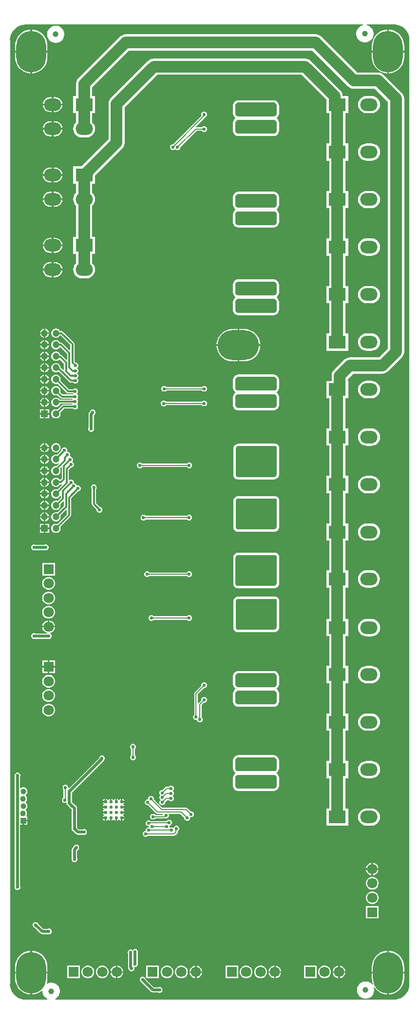
<source format=gbl>
G04*
G04 #@! TF.GenerationSoftware,Altium Limited,Altium Designer,21.8.1 (53)*
G04*
G04 Layer_Physical_Order=2*
G04 Layer_Color=16711680*
%FSLAX44Y44*%
%MOMM*%
G71*
G04*
G04 #@! TF.SameCoordinates,C21CB1A8-5196-45B6-BCC0-1EF7E4A1402D*
G04*
G04*
G04 #@! TF.FilePolarity,Positive*
G04*
G01*
G75*
%ADD10C,0.2000*%
%ADD16C,0.3000*%
%ADD50R,1.0000X1.0000*%
%ADD70C,0.5000*%
%ADD72C,1.0000*%
%ADD73O,7.2000X5.2000*%
%ADD74O,3.0000X2.2000*%
%ADD75R,3.0000X2.2000*%
%ADD76O,5.2000X7.2000*%
%ADD77C,1.2000*%
%ADD78R,1.2000X1.2000*%
%ADD79C,0.6000*%
%ADD80C,1.8000*%
%ADD81R,1.8000X1.8000*%
%ADD82R,1.8000X1.8000*%
%ADD83C,2.0000*%
G36*
X-10000Y1646941D02*
X576495D01*
X576620Y1645671D01*
X575375Y1645423D01*
X572645Y1644293D01*
X570188Y1642651D01*
X568099Y1640562D01*
X566457Y1638105D01*
X565326Y1635375D01*
X564750Y1632477D01*
Y1629523D01*
X565326Y1626625D01*
X566457Y1623895D01*
X568099Y1621438D01*
X570188Y1619349D01*
X572645Y1617707D01*
X575375Y1616576D01*
X578273Y1616000D01*
X581227D01*
X584125Y1616576D01*
X586855Y1617707D01*
X589312Y1619349D01*
X591401Y1621438D01*
X593043Y1623895D01*
X594174Y1626625D01*
X594750Y1629523D01*
Y1632477D01*
X594174Y1635375D01*
X593043Y1638105D01*
X591401Y1640562D01*
X589312Y1642651D01*
X586855Y1644293D01*
X584125Y1645423D01*
X582880Y1645671D01*
X583005Y1646941D01*
X631007D01*
X632265Y1646824D01*
Y1646824D01*
X632265Y1646824D01*
X636271Y1646429D01*
X641106Y1644962D01*
X645563Y1642580D01*
X649470Y1639375D01*
X652675Y1635468D01*
X655058Y1631011D01*
X656525Y1626176D01*
X656997Y1621379D01*
X656919Y1620123D01*
X656941Y1618858D01*
X656941Y1618799D01*
Y-20000D01*
X656952Y-20054D01*
X656624Y-24217D01*
X655637Y-28330D01*
X654018Y-32238D01*
X651808Y-35844D01*
X649061Y-39061D01*
X645844Y-41808D01*
X642238Y-44018D01*
X638330Y-45637D01*
X634217Y-46624D01*
X630054Y-46952D01*
X630000Y-46941D01*
X41798D01*
X41545Y-45671D01*
X41855Y-45543D01*
X44312Y-43901D01*
X46401Y-41812D01*
X48043Y-39355D01*
X49174Y-36625D01*
X49750Y-33727D01*
Y-30773D01*
X49174Y-27875D01*
X48043Y-25145D01*
X46401Y-22688D01*
X44312Y-20599D01*
X41855Y-18957D01*
X39125Y-17826D01*
X36227Y-17250D01*
X33273D01*
X30375Y-17826D01*
X27985Y-18816D01*
X27142Y-18274D01*
X26891Y-17933D01*
X27741Y-14394D01*
X28087Y-10000D01*
Y-1500D01*
X1500D01*
Y-37969D01*
X4394Y-37741D01*
X8679Y-36712D01*
X12751Y-35025D01*
X16509Y-32722D01*
X18480Y-31039D01*
X19750Y-31625D01*
Y-33727D01*
X20326Y-36625D01*
X21457Y-39355D01*
X23099Y-41812D01*
X25188Y-43901D01*
X27645Y-45543D01*
X27955Y-45671D01*
X27702Y-46941D01*
X-10000D01*
X-10054Y-46952D01*
X-14217Y-46624D01*
X-18330Y-45637D01*
X-22238Y-44018D01*
X-25844Y-41808D01*
X-29061Y-39061D01*
X-31808Y-35844D01*
X-34018Y-32238D01*
X-35637Y-28330D01*
X-36624Y-24217D01*
X-36952Y-20054D01*
X-36941Y-20000D01*
Y1620000D01*
X-36952Y1620054D01*
X-36624Y1624217D01*
X-35637Y1628330D01*
X-34018Y1632238D01*
X-31808Y1635844D01*
X-29061Y1639061D01*
X-25844Y1641808D01*
X-22238Y1644018D01*
X-18330Y1645637D01*
X-14217Y1646624D01*
X-10054Y1646952D01*
X-10000Y1646941D01*
D02*
G37*
%LPC*%
G36*
X43977Y1645000D02*
X41023D01*
X38125Y1644424D01*
X35395Y1643293D01*
X32938Y1641651D01*
X30849Y1639562D01*
X29207Y1637105D01*
X28077Y1634375D01*
X27500Y1631477D01*
Y1628523D01*
X28077Y1625625D01*
X29207Y1622895D01*
X30849Y1620438D01*
X32938Y1618349D01*
X35395Y1616707D01*
X38125Y1615576D01*
X41023Y1615000D01*
X43977D01*
X46875Y1615576D01*
X49605Y1616707D01*
X52062Y1618349D01*
X54151Y1620438D01*
X55793Y1622895D01*
X56924Y1625625D01*
X57500Y1628523D01*
Y1631477D01*
X56924Y1634375D01*
X55793Y1637105D01*
X54151Y1639562D01*
X52062Y1641651D01*
X49605Y1643293D01*
X46875Y1644424D01*
X43977Y1645000D01*
D02*
G37*
G36*
X621500Y1637968D02*
Y1601500D01*
X648087D01*
Y1610000D01*
X647741Y1614394D01*
X646712Y1618679D01*
X645025Y1622751D01*
X642722Y1626509D01*
X639860Y1629860D01*
X636509Y1632722D01*
X632751Y1635025D01*
X628679Y1636712D01*
X624394Y1637741D01*
X621500Y1637968D01*
D02*
G37*
G36*
X618500Y1637969D02*
X615606Y1637741D01*
X611321Y1636712D01*
X607249Y1635025D01*
X603491Y1632722D01*
X600140Y1629860D01*
X597277Y1626509D01*
X594975Y1622751D01*
X593288Y1618679D01*
X592259Y1614394D01*
X591913Y1610000D01*
Y1601500D01*
X618500D01*
Y1637969D01*
D02*
G37*
G36*
X1500Y1637968D02*
Y1601500D01*
X28087D01*
Y1610000D01*
X27741Y1614394D01*
X26712Y1618679D01*
X25025Y1622751D01*
X22722Y1626509D01*
X19860Y1629860D01*
X16509Y1632722D01*
X12751Y1635025D01*
X8679Y1636712D01*
X4394Y1637741D01*
X1500Y1637968D01*
D02*
G37*
G36*
X-1500Y1637969D02*
X-4394Y1637741D01*
X-8679Y1636712D01*
X-12751Y1635025D01*
X-16509Y1632722D01*
X-19860Y1629860D01*
X-22722Y1626509D01*
X-25025Y1622751D01*
X-26712Y1618679D01*
X-27741Y1614394D01*
X-28087Y1610000D01*
Y1601500D01*
X-1500D01*
Y1637969D01*
D02*
G37*
G36*
X648087Y1598500D02*
X621500D01*
Y1562032D01*
X624394Y1562259D01*
X628679Y1563288D01*
X632751Y1564975D01*
X636509Y1567278D01*
X639860Y1570140D01*
X642722Y1573491D01*
X645025Y1577249D01*
X646712Y1581321D01*
X647741Y1585606D01*
X648087Y1590000D01*
Y1598500D01*
D02*
G37*
G36*
X28087Y1598500D02*
X1500D01*
Y1562032D01*
X4394Y1562259D01*
X8679Y1563288D01*
X12751Y1564975D01*
X16509Y1567278D01*
X19860Y1570140D01*
X22722Y1573491D01*
X25025Y1577249D01*
X26712Y1581321D01*
X27741Y1585606D01*
X28087Y1590000D01*
Y1598500D01*
D02*
G37*
G36*
X-1500D02*
X-28087D01*
Y1590000D01*
X-27741Y1585606D01*
X-26712Y1581321D01*
X-25025Y1577249D01*
X-22722Y1573491D01*
X-19860Y1570140D01*
X-16509Y1567278D01*
X-12751Y1564975D01*
X-8679Y1563288D01*
X-4394Y1562259D01*
X-1500Y1562031D01*
Y1598500D01*
D02*
G37*
G36*
X618500Y1598500D02*
X591913D01*
Y1590000D01*
X592259Y1585606D01*
X593288Y1581321D01*
X594975Y1577249D01*
X597277Y1573491D01*
X600140Y1570140D01*
X603491Y1567278D01*
X607249Y1564975D01*
X611321Y1563288D01*
X615606Y1562259D01*
X618500Y1562031D01*
Y1598500D01*
D02*
G37*
G36*
X358692Y1515441D02*
X358692Y1515441D01*
X358692Y1515441D01*
X357879Y1515280D01*
X357131Y1515131D01*
X357131Y1515131D01*
X357131Y1515131D01*
X355293Y1514370D01*
X355293Y1514370D01*
X355293Y1514370D01*
X354475Y1513823D01*
X353970Y1513486D01*
X353970Y1513486D01*
X353970Y1513486D01*
X352563Y1512079D01*
X352563Y1512079D01*
X352093Y1511376D01*
X351679Y1510756D01*
X351679Y1510756D01*
X351679Y1510756D01*
X350918Y1508918D01*
X350918Y1508918D01*
X350918Y1508917D01*
X350747Y1508057D01*
X350608Y1507357D01*
X350608Y1507357D01*
X350608Y1507357D01*
X350608Y1506362D01*
X350608Y1491620D01*
X350608Y1491620D01*
X350918Y1490059D01*
X350918Y1490059D01*
X351718Y1488129D01*
X352602Y1486806D01*
X352602Y1486806D01*
X354078Y1485329D01*
X354380Y1485128D01*
X354484Y1484683D01*
X354380Y1483600D01*
X354078Y1483398D01*
X354078Y1483398D01*
X352602Y1481922D01*
X351718Y1480598D01*
X350918Y1478669D01*
X350918Y1478669D01*
X350608Y1477108D01*
X350608Y1462366D01*
X350608Y1461371D01*
X350608Y1461371D01*
X350608Y1461371D01*
X350771Y1460551D01*
X350918Y1459810D01*
X350918Y1459810D01*
X350918Y1459810D01*
X351679Y1457972D01*
X351679Y1457972D01*
X352172Y1457235D01*
X352563Y1456649D01*
X352563Y1456649D01*
X353970Y1455242D01*
X353970Y1455242D01*
X353970Y1455242D01*
X354660Y1454781D01*
X355293Y1454358D01*
X355293Y1454358D01*
X355293Y1454358D01*
X357131Y1453597D01*
X357131Y1453597D01*
X357131Y1453596D01*
X357916Y1453441D01*
X358692Y1453286D01*
X358692Y1453286D01*
X358692Y1453286D01*
X359687Y1453286D01*
X420987Y1453286D01*
X421094Y1453308D01*
X421202Y1453292D01*
X422444Y1453358D01*
X423113Y1453528D01*
X423790Y1453662D01*
X425634Y1454426D01*
X425634Y1454426D01*
X425634Y1454426D01*
X426243Y1454833D01*
X426957Y1455310D01*
X426957Y1455310D01*
X426958Y1455310D01*
X428491Y1456843D01*
X428491Y1456843D01*
X428491Y1456843D01*
X428897Y1457451D01*
X429375Y1458166D01*
X429375Y1458166D01*
X429375Y1458166D01*
X430204Y1460169D01*
X430204Y1460169D01*
X430205Y1460169D01*
X430365Y1460979D01*
X430515Y1461730D01*
X430515Y1461730D01*
X430515Y1461730D01*
X430515Y1462814D01*
X430515Y1476064D01*
X430514Y1476064D01*
Y1477108D01*
X430204Y1478669D01*
X430204Y1478669D01*
X429405Y1480598D01*
X429405Y1480598D01*
X428521Y1481922D01*
X427044Y1483398D01*
X426742Y1483600D01*
Y1485128D01*
X427044Y1485329D01*
X428521Y1486806D01*
X429405Y1488129D01*
X430204Y1490059D01*
X430204Y1490059D01*
X430514Y1491619D01*
Y1492663D01*
X430515Y1492664D01*
X430515Y1505913D01*
X430515Y1506997D01*
X430515Y1506998D01*
X430515Y1506998D01*
X430348Y1507838D01*
X430205Y1508558D01*
X430204Y1508558D01*
X430204Y1508559D01*
X429375Y1510561D01*
X429375Y1510562D01*
X429375Y1510562D01*
X428994Y1511132D01*
X428491Y1511885D01*
X428491Y1511885D01*
X428491Y1511885D01*
X426958Y1513418D01*
X426957Y1513418D01*
X426957Y1513418D01*
X426243Y1513895D01*
X425634Y1514302D01*
X425634Y1514302D01*
X425634Y1514302D01*
X423721Y1515094D01*
X423002Y1515237D01*
X422289Y1515402D01*
X421116Y1515439D01*
X421052Y1515429D01*
X420988Y1515441D01*
X420987D01*
X420987Y1515441D01*
X359687Y1515441D01*
X358692Y1515441D01*
D02*
G37*
G36*
X41000Y1521026D02*
X38500D01*
Y1509414D01*
X53915D01*
X53665Y1511307D01*
X52355Y1514470D01*
X50272Y1517185D01*
X47556Y1519269D01*
X44394Y1520579D01*
X41000Y1521026D01*
D02*
G37*
G36*
X35500D02*
X33000D01*
X29606Y1520579D01*
X26444Y1519269D01*
X23728Y1517185D01*
X21644Y1514470D01*
X20335Y1511307D01*
X20085Y1509414D01*
X35500D01*
Y1521026D01*
D02*
G37*
G36*
X53915Y1506414D02*
X38500D01*
Y1494801D01*
X41000D01*
X44394Y1495248D01*
X47556Y1496558D01*
X50272Y1498642D01*
X52355Y1501357D01*
X53665Y1504520D01*
X53915Y1506414D01*
D02*
G37*
G36*
X35500D02*
X20085D01*
X20335Y1504520D01*
X21644Y1501357D01*
X23728Y1498642D01*
X26444Y1496558D01*
X29606Y1495248D01*
X33000Y1494801D01*
X35500D01*
Y1506414D01*
D02*
G37*
G36*
X590936Y1522986D02*
X582936D01*
X579996Y1522696D01*
X577168Y1521839D01*
X574562Y1520446D01*
X572278Y1518571D01*
X570404Y1516287D01*
X569011Y1513681D01*
X568153Y1510854D01*
X567864Y1507914D01*
X568153Y1504973D01*
X569011Y1502146D01*
X570404Y1499540D01*
X572278Y1497256D01*
X574562Y1495381D01*
X577168Y1493988D01*
X579996Y1493130D01*
X582936Y1492841D01*
X590936D01*
X593877Y1493130D01*
X596704Y1493988D01*
X599310Y1495381D01*
X601594Y1497256D01*
X603469Y1499540D01*
X604861Y1502146D01*
X605719Y1504973D01*
X606009Y1507914D01*
X605719Y1510854D01*
X604861Y1513681D01*
X603469Y1516287D01*
X601594Y1518571D01*
X599310Y1520446D01*
X596704Y1521839D01*
X593877Y1522696D01*
X590936Y1522986D01*
D02*
G37*
G36*
X41000Y1479026D02*
X38500D01*
Y1467414D01*
X53915D01*
X53665Y1469307D01*
X52355Y1472470D01*
X50272Y1475185D01*
X47556Y1477269D01*
X44394Y1478579D01*
X41000Y1479026D01*
D02*
G37*
G36*
X35500D02*
X33000D01*
X29606Y1478579D01*
X26444Y1477269D01*
X23728Y1475185D01*
X21644Y1472470D01*
X20335Y1469307D01*
X20085Y1467414D01*
X35500D01*
Y1479026D01*
D02*
G37*
G36*
X301495Y1495750D02*
X299505D01*
X297668Y1494989D01*
X296261Y1493582D01*
X295500Y1491745D01*
Y1489755D01*
X296070Y1488380D01*
X246682Y1438993D01*
X245013D01*
X243175Y1438231D01*
X241769Y1436825D01*
X241007Y1434987D01*
Y1432998D01*
X241769Y1431160D01*
X243175Y1429754D01*
X245013Y1428993D01*
X247002D01*
X248840Y1429754D01*
X249789Y1430703D01*
X250007Y1430660D01*
X251413Y1429253D01*
X253251Y1428492D01*
X255240D01*
X257078Y1429253D01*
X258485Y1430660D01*
X259246Y1432498D01*
Y1434166D01*
X287521Y1462441D01*
X296488D01*
X297668Y1461261D01*
X299505Y1460500D01*
X301495D01*
X303332Y1461261D01*
X304739Y1462668D01*
X305500Y1464505D01*
Y1466495D01*
X304739Y1468332D01*
X303332Y1469739D01*
X301495Y1470500D01*
X299505D01*
X297668Y1469739D01*
X296488Y1468559D01*
X286695D01*
X286127Y1469733D01*
X286122Y1469781D01*
X301898Y1485557D01*
X302230Y1486055D01*
X303332Y1486511D01*
X304739Y1487918D01*
X305500Y1489755D01*
Y1491745D01*
X304739Y1493582D01*
X303332Y1494989D01*
X301495Y1495750D01*
D02*
G37*
G36*
X53915Y1464414D02*
X38500D01*
Y1452801D01*
X41000D01*
X44394Y1453248D01*
X47556Y1454558D01*
X50272Y1456642D01*
X52355Y1459357D01*
X53665Y1462520D01*
X53915Y1464414D01*
D02*
G37*
G36*
X35500D02*
X20085D01*
X20335Y1462520D01*
X21644Y1459357D01*
X23728Y1456642D01*
X26444Y1454558D01*
X29606Y1453248D01*
X33000Y1452801D01*
X35500D01*
Y1464414D01*
D02*
G37*
G36*
X590936Y1440469D02*
X582936D01*
X579996Y1440180D01*
X577168Y1439322D01*
X574562Y1437929D01*
X572278Y1436055D01*
X570404Y1433771D01*
X569011Y1431165D01*
X568153Y1428337D01*
X567864Y1425397D01*
X568153Y1422456D01*
X569011Y1419629D01*
X570404Y1417023D01*
X572278Y1414739D01*
X574562Y1412865D01*
X577168Y1411472D01*
X579996Y1410614D01*
X582936Y1410324D01*
X590936D01*
X593877Y1410614D01*
X596704Y1411472D01*
X599310Y1412865D01*
X601594Y1414739D01*
X603469Y1417023D01*
X604861Y1419629D01*
X605719Y1422456D01*
X606009Y1425397D01*
X605719Y1428337D01*
X604861Y1431165D01*
X603469Y1433771D01*
X601594Y1436055D01*
X599310Y1437929D01*
X596704Y1439322D01*
X593877Y1440180D01*
X590936Y1440469D01*
D02*
G37*
G36*
X41000Y1398694D02*
X38500D01*
Y1387082D01*
X53915D01*
X53665Y1388975D01*
X52355Y1392138D01*
X50272Y1394854D01*
X47556Y1396937D01*
X44394Y1398247D01*
X41000Y1398694D01*
D02*
G37*
G36*
X35500D02*
X33000D01*
X29606Y1398247D01*
X26444Y1396937D01*
X23728Y1394854D01*
X21644Y1392138D01*
X20335Y1388975D01*
X20085Y1387082D01*
X35500D01*
Y1398694D01*
D02*
G37*
G36*
X53915Y1384082D02*
X38500D01*
Y1372470D01*
X41000D01*
X44394Y1372916D01*
X47556Y1374226D01*
X50272Y1376310D01*
X52355Y1379026D01*
X53665Y1382188D01*
X53915Y1384082D01*
D02*
G37*
G36*
X35500D02*
X20085D01*
X20335Y1382188D01*
X21644Y1379026D01*
X23728Y1376310D01*
X26444Y1374226D01*
X29606Y1372916D01*
X33000Y1372470D01*
X35500D01*
Y1384082D01*
D02*
G37*
G36*
X358692Y1356625D02*
X358692Y1356625D01*
X358692Y1356625D01*
X357879Y1356463D01*
X357131Y1356315D01*
X357131Y1356315D01*
X357131Y1356315D01*
X355293Y1355553D01*
X355293Y1355553D01*
X355293Y1355553D01*
X354475Y1355007D01*
X353970Y1354669D01*
X353970Y1354669D01*
X353970Y1354669D01*
X352563Y1353262D01*
X352563Y1353262D01*
X352093Y1352559D01*
X351679Y1351939D01*
X351679Y1351939D01*
X351679Y1351939D01*
X350918Y1350101D01*
X350918Y1350101D01*
X350918Y1350101D01*
X350747Y1349241D01*
X350608Y1348540D01*
X350608Y1348540D01*
X350608Y1348540D01*
X350608Y1347545D01*
X350608Y1332803D01*
X350608Y1332803D01*
X350918Y1331242D01*
X350918Y1331242D01*
X351718Y1329313D01*
X352602Y1327990D01*
X352602Y1327990D01*
X354078Y1326513D01*
X354380Y1326311D01*
X354484Y1325866D01*
X354380Y1324784D01*
X354078Y1324582D01*
X354078Y1324582D01*
X352602Y1323105D01*
X351718Y1321782D01*
X350918Y1319852D01*
X350918Y1319852D01*
X350608Y1318292D01*
X350608Y1303549D01*
X350608Y1302555D01*
X350608Y1302554D01*
X350608Y1302554D01*
X350771Y1301734D01*
X350918Y1300994D01*
X350918Y1300994D01*
X350918Y1300993D01*
X351679Y1299156D01*
X351679Y1299155D01*
X352172Y1298418D01*
X352563Y1297832D01*
X352563Y1297832D01*
X353970Y1296426D01*
X353970Y1296426D01*
X353970Y1296425D01*
X354660Y1295964D01*
X355293Y1295542D01*
X355293Y1295542D01*
X355293Y1295541D01*
X357131Y1294780D01*
X357131Y1294780D01*
X357131Y1294780D01*
X357916Y1294624D01*
X358692Y1294470D01*
X358692Y1294470D01*
X358692Y1294470D01*
X359687Y1294470D01*
X420987Y1294470D01*
X421094Y1294491D01*
X421202Y1294476D01*
X422444Y1294541D01*
X423113Y1294711D01*
X423790Y1294846D01*
X425634Y1295609D01*
X425634Y1295609D01*
X425634Y1295609D01*
X426243Y1296016D01*
X426957Y1296493D01*
X426957Y1296493D01*
X426958Y1296493D01*
X428491Y1298026D01*
X428491Y1298026D01*
X428491Y1298027D01*
X428897Y1298635D01*
X429375Y1299349D01*
X429375Y1299350D01*
X429375Y1299350D01*
X430204Y1301353D01*
X430204Y1301353D01*
X430205Y1301353D01*
X430365Y1302163D01*
X430515Y1302913D01*
X430515Y1302914D01*
X430515Y1302914D01*
X430515Y1303998D01*
X430515Y1317247D01*
X430514Y1317248D01*
Y1318292D01*
X430204Y1319852D01*
X430204Y1319852D01*
X429405Y1321782D01*
X429405Y1321782D01*
X428521Y1323105D01*
X427044Y1324582D01*
X426742Y1324784D01*
Y1326311D01*
X427044Y1326513D01*
X428521Y1327990D01*
X429405Y1329313D01*
X430204Y1331242D01*
X430204Y1331242D01*
X430514Y1332803D01*
Y1333847D01*
X430515Y1333847D01*
X430515Y1347097D01*
X430515Y1348181D01*
X430515Y1348181D01*
X430515Y1348181D01*
X430348Y1349021D01*
X430205Y1349742D01*
X430204Y1349742D01*
X430204Y1349742D01*
X429375Y1351745D01*
X429375Y1351745D01*
X429375Y1351745D01*
X428994Y1352315D01*
X428491Y1353068D01*
X428491Y1353068D01*
X428491Y1353068D01*
X426958Y1354601D01*
X426957Y1354601D01*
X426957Y1354602D01*
X426243Y1355078D01*
X425634Y1355485D01*
X425634Y1355486D01*
X425634Y1355486D01*
X423721Y1356278D01*
X423002Y1356420D01*
X422289Y1356586D01*
X421116Y1356623D01*
X421052Y1356612D01*
X420988Y1356625D01*
X420987D01*
X420987Y1356625D01*
X359687Y1356625D01*
X358692Y1356625D01*
D02*
G37*
G36*
X41000Y1356694D02*
X38500D01*
Y1345082D01*
X53915D01*
X53665Y1346975D01*
X52355Y1350138D01*
X50272Y1352854D01*
X47556Y1354937D01*
X44394Y1356247D01*
X41000Y1356694D01*
D02*
G37*
G36*
X35500D02*
X33000D01*
X29606Y1356247D01*
X26444Y1354937D01*
X23728Y1352854D01*
X21644Y1350138D01*
X20335Y1346975D01*
X20085Y1345082D01*
X35500D01*
Y1356694D01*
D02*
G37*
G36*
X53915Y1342082D02*
X38500D01*
Y1330470D01*
X41000D01*
X44394Y1330916D01*
X47556Y1332226D01*
X50272Y1334310D01*
X52355Y1337026D01*
X53665Y1340188D01*
X53915Y1342082D01*
D02*
G37*
G36*
X35500D02*
X20085D01*
X20335Y1340188D01*
X21644Y1337026D01*
X23728Y1334310D01*
X26444Y1332226D01*
X29606Y1330916D01*
X33000Y1330470D01*
X35500D01*
Y1342082D01*
D02*
G37*
G36*
X590936Y1357953D02*
X582936D01*
X579996Y1357663D01*
X577168Y1356805D01*
X574562Y1355413D01*
X572278Y1353538D01*
X570404Y1351254D01*
X569011Y1348648D01*
X568153Y1345821D01*
X567864Y1342880D01*
X568153Y1339940D01*
X569011Y1337112D01*
X570404Y1334506D01*
X572278Y1332222D01*
X574562Y1330348D01*
X577168Y1328955D01*
X579996Y1328097D01*
X582936Y1327808D01*
X590936D01*
X593877Y1328097D01*
X596704Y1328955D01*
X599310Y1330348D01*
X601594Y1332222D01*
X603469Y1334506D01*
X604861Y1337112D01*
X605719Y1339940D01*
X606009Y1342880D01*
X605719Y1345821D01*
X604861Y1348648D01*
X603469Y1351254D01*
X601594Y1353538D01*
X599310Y1355413D01*
X596704Y1356805D01*
X593877Y1357663D01*
X590936Y1357953D01*
D02*
G37*
G36*
X41000Y1276362D02*
X38500D01*
Y1264750D01*
X53915D01*
X53665Y1266644D01*
X52355Y1269806D01*
X50272Y1272522D01*
X47556Y1274605D01*
X44394Y1275915D01*
X41000Y1276362D01*
D02*
G37*
G36*
X35500D02*
X33000D01*
X29606Y1275915D01*
X26444Y1274605D01*
X23728Y1272522D01*
X21644Y1269806D01*
X20335Y1266644D01*
X20085Y1264750D01*
X35500D01*
Y1276362D01*
D02*
G37*
G36*
X53915Y1261750D02*
X38500D01*
Y1250138D01*
X41000D01*
X44394Y1250585D01*
X47556Y1251895D01*
X50272Y1253978D01*
X52355Y1256694D01*
X53665Y1259856D01*
X53915Y1261750D01*
D02*
G37*
G36*
X35500D02*
X20085D01*
X20335Y1259856D01*
X21644Y1256694D01*
X23728Y1253978D01*
X26444Y1251895D01*
X29606Y1250585D01*
X33000Y1250138D01*
X35500D01*
Y1261750D01*
D02*
G37*
G36*
X590936Y1275436D02*
X582936D01*
X579996Y1275146D01*
X577168Y1274289D01*
X574562Y1272896D01*
X572278Y1271021D01*
X570404Y1268737D01*
X569011Y1266132D01*
X568153Y1263304D01*
X567864Y1260363D01*
X568153Y1257423D01*
X569011Y1254595D01*
X570404Y1251990D01*
X572278Y1249706D01*
X574562Y1247831D01*
X577168Y1246438D01*
X579996Y1245581D01*
X582936Y1245291D01*
X590936D01*
X593877Y1245581D01*
X596704Y1246438D01*
X599310Y1247831D01*
X601594Y1249706D01*
X603469Y1251990D01*
X604861Y1254595D01*
X605719Y1257423D01*
X606009Y1260363D01*
X605719Y1263304D01*
X604861Y1266132D01*
X603469Y1268737D01*
X601594Y1271021D01*
X599310Y1272896D01*
X596704Y1274289D01*
X593877Y1275146D01*
X590936Y1275436D01*
D02*
G37*
G36*
X41000Y1234362D02*
X38500D01*
Y1222750D01*
X53915D01*
X53665Y1224644D01*
X52355Y1227806D01*
X50272Y1230522D01*
X47556Y1232606D01*
X44394Y1233915D01*
X41000Y1234362D01*
D02*
G37*
G36*
X35500D02*
X33000D01*
X29606Y1233915D01*
X26444Y1232606D01*
X23728Y1230522D01*
X21644Y1227806D01*
X20335Y1224644D01*
X20085Y1222750D01*
X35500D01*
Y1234362D01*
D02*
G37*
G36*
X53915Y1219750D02*
X38500D01*
Y1208138D01*
X41000D01*
X44394Y1208585D01*
X47556Y1209894D01*
X50272Y1211978D01*
X52355Y1214694D01*
X53665Y1217856D01*
X53915Y1219750D01*
D02*
G37*
G36*
X35500D02*
X20085D01*
X20335Y1217856D01*
X21644Y1214694D01*
X23728Y1211978D01*
X26444Y1209894D01*
X29606Y1208585D01*
X33000Y1208138D01*
X35500D01*
Y1219750D01*
D02*
G37*
G36*
X358692Y1204309D02*
X358692Y1204309D01*
X358692Y1204309D01*
X357879Y1204147D01*
X357131Y1203998D01*
X357131Y1203998D01*
X357131Y1203998D01*
X355293Y1203237D01*
X355293Y1203237D01*
X355293Y1203237D01*
X354475Y1202690D01*
X353970Y1202353D01*
X353970Y1202353D01*
X353970Y1202353D01*
X352563Y1200946D01*
X352563Y1200946D01*
X352093Y1200243D01*
X351679Y1199623D01*
X351679Y1199623D01*
X351679Y1199623D01*
X350918Y1197785D01*
X350918Y1197785D01*
X350918Y1197785D01*
X350747Y1196925D01*
X350608Y1196224D01*
X350608Y1196224D01*
X350608Y1196224D01*
X350608Y1195229D01*
X350608Y1180487D01*
X350608Y1180487D01*
X350918Y1178926D01*
X350918Y1178926D01*
X351718Y1176996D01*
X352602Y1175673D01*
X352602Y1175673D01*
X354078Y1174196D01*
X354380Y1173995D01*
X354484Y1173550D01*
X354380Y1172467D01*
X354078Y1172266D01*
X354078Y1172265D01*
X352602Y1170789D01*
X351718Y1169466D01*
X350918Y1167536D01*
X350918Y1167536D01*
X350608Y1165975D01*
X350608Y1151233D01*
X350608Y1150238D01*
X350608Y1150238D01*
X350608Y1150238D01*
X350771Y1149418D01*
X350918Y1148678D01*
X350918Y1148677D01*
X350918Y1148677D01*
X351679Y1146839D01*
X351679Y1146839D01*
X352172Y1146102D01*
X352563Y1145516D01*
X352563Y1145516D01*
X353970Y1144109D01*
X353970Y1144109D01*
X353970Y1144109D01*
X354660Y1143648D01*
X355293Y1143225D01*
X355293Y1143225D01*
X355293Y1143225D01*
X357131Y1142464D01*
X357131Y1142464D01*
X357131Y1142464D01*
X357916Y1142308D01*
X358692Y1142153D01*
X358692Y1142153D01*
X358692Y1142153D01*
X359687Y1142153D01*
X420987Y1142153D01*
X421094Y1142175D01*
X421202Y1142159D01*
X422444Y1142225D01*
X423113Y1142395D01*
X423790Y1142529D01*
X425634Y1143293D01*
X425634Y1143293D01*
X425634Y1143293D01*
X426243Y1143700D01*
X426957Y1144177D01*
X426957Y1144177D01*
X426958Y1144177D01*
X428491Y1145710D01*
X428491Y1145710D01*
X428491Y1145710D01*
X428897Y1146318D01*
X429375Y1147033D01*
X429375Y1147033D01*
X429375Y1147033D01*
X430204Y1149036D01*
X430204Y1149036D01*
X430205Y1149037D01*
X430365Y1149846D01*
X430515Y1150597D01*
X430515Y1150597D01*
X430515Y1150597D01*
X430515Y1151681D01*
X430515Y1164931D01*
X430514Y1164931D01*
Y1165975D01*
X430204Y1167536D01*
X430204Y1167536D01*
X429405Y1169465D01*
X429405Y1169466D01*
X428521Y1170789D01*
X427044Y1172265D01*
X426742Y1172467D01*
Y1173995D01*
X427044Y1174196D01*
X428521Y1175673D01*
X429405Y1176996D01*
X430204Y1178926D01*
X430204Y1178926D01*
X430514Y1180487D01*
Y1181531D01*
X430515Y1181531D01*
X430515Y1194781D01*
X430515Y1195865D01*
X430515Y1195865D01*
X430515Y1195865D01*
X430348Y1196705D01*
X430205Y1197425D01*
X430204Y1197426D01*
X430204Y1197426D01*
X429375Y1199429D01*
X429375Y1199429D01*
X429375Y1199429D01*
X428994Y1199999D01*
X428491Y1200752D01*
X428491Y1200752D01*
X428491Y1200752D01*
X426958Y1202285D01*
X426957Y1202285D01*
X426957Y1202285D01*
X426243Y1202762D01*
X425634Y1203169D01*
X425634Y1203169D01*
X425634Y1203169D01*
X423721Y1203961D01*
X423002Y1204104D01*
X422289Y1204269D01*
X421116Y1204306D01*
X421052Y1204296D01*
X420988Y1204308D01*
X420987D01*
X420987Y1204308D01*
X359687Y1204308D01*
X358692Y1204309D01*
D02*
G37*
G36*
X590936Y1192919D02*
X582936D01*
X579996Y1192630D01*
X577168Y1191772D01*
X574562Y1190379D01*
X572278Y1188505D01*
X570404Y1186221D01*
X569011Y1183615D01*
X568153Y1180787D01*
X567864Y1177847D01*
X568153Y1174906D01*
X569011Y1172079D01*
X570404Y1169473D01*
X572278Y1167189D01*
X574562Y1165314D01*
X577168Y1163922D01*
X579996Y1163064D01*
X582936Y1162774D01*
X590936D01*
X593877Y1163064D01*
X596704Y1163922D01*
X599310Y1165314D01*
X601594Y1167189D01*
X603469Y1169473D01*
X604861Y1172079D01*
X605719Y1174906D01*
X606009Y1177847D01*
X605719Y1180787D01*
X604861Y1183615D01*
X603469Y1186221D01*
X601594Y1188505D01*
X599310Y1190379D01*
X596704Y1191772D01*
X593877Y1192630D01*
X590936Y1192919D01*
D02*
G37*
G36*
X24500Y1118630D02*
Y1112250D01*
X30880D01*
X30455Y1113838D01*
X29402Y1115662D01*
X27912Y1117151D01*
X26088Y1118205D01*
X24500Y1118630D01*
D02*
G37*
G36*
X21500Y1118630D02*
X19912Y1118205D01*
X18088Y1117151D01*
X16598Y1115662D01*
X15545Y1113838D01*
X15120Y1112250D01*
X21500D01*
Y1118630D01*
D02*
G37*
G36*
X30880Y1109250D02*
X24500D01*
Y1102870D01*
X26088Y1103295D01*
X27912Y1104348D01*
X29402Y1105838D01*
X30455Y1107662D01*
X30880Y1109250D01*
D02*
G37*
G36*
X21500D02*
X15120D01*
X15545Y1107662D01*
X16598Y1105838D01*
X18088Y1104348D01*
X19912Y1103295D01*
X21500Y1102870D01*
Y1109250D01*
D02*
G37*
G36*
X24500Y1098630D02*
Y1092250D01*
X30880D01*
X30455Y1093838D01*
X29402Y1095662D01*
X27912Y1097151D01*
X26088Y1098205D01*
X24500Y1098630D01*
D02*
G37*
G36*
X21500Y1098630D02*
X19912Y1098205D01*
X18088Y1097151D01*
X16598Y1095662D01*
X15545Y1093838D01*
X15120Y1092250D01*
X21500D01*
Y1098630D01*
D02*
G37*
G36*
X370000Y1118087D02*
X361500D01*
Y1091500D01*
X397968D01*
X397741Y1094394D01*
X396712Y1098679D01*
X395025Y1102751D01*
X392723Y1106509D01*
X389860Y1109860D01*
X386509Y1112722D01*
X382751Y1115025D01*
X378679Y1116712D01*
X374394Y1117741D01*
X370000Y1118087D01*
D02*
G37*
G36*
X358500D02*
X350000D01*
X345606Y1117741D01*
X341321Y1116712D01*
X337249Y1115025D01*
X333491Y1112722D01*
X330140Y1109860D01*
X327277Y1106509D01*
X324975Y1102751D01*
X323288Y1098679D01*
X322259Y1094394D01*
X322032Y1091500D01*
X358500D01*
Y1118087D01*
D02*
G37*
G36*
X30880Y1089250D02*
X24500D01*
Y1082870D01*
X26088Y1083295D01*
X27912Y1084348D01*
X29402Y1085838D01*
X30455Y1087662D01*
X30880Y1089250D01*
D02*
G37*
G36*
X21500D02*
X15120D01*
X15545Y1087662D01*
X16598Y1085838D01*
X18088Y1084348D01*
X19912Y1083295D01*
X21500Y1082869D01*
Y1089250D01*
D02*
G37*
G36*
X44053Y1118750D02*
X41947D01*
X39912Y1118205D01*
X38088Y1117151D01*
X36598Y1115662D01*
X35545Y1113838D01*
X35000Y1111803D01*
Y1109697D01*
X35545Y1107662D01*
X36598Y1105838D01*
X38088Y1104348D01*
X39912Y1103295D01*
X41947Y1102750D01*
X44053D01*
X46088Y1103295D01*
X47912Y1104348D01*
X49402Y1105838D01*
X50075Y1107004D01*
X51350Y1107103D01*
X67931Y1090522D01*
Y1081025D01*
X66758Y1080539D01*
X54198Y1093099D01*
X53040Y1093872D01*
X51675Y1094144D01*
X50278D01*
X49402Y1095662D01*
X47912Y1097151D01*
X46088Y1098205D01*
X44053Y1098750D01*
X41947D01*
X39912Y1098205D01*
X38088Y1097151D01*
X36598Y1095662D01*
X35545Y1093838D01*
X35000Y1091803D01*
Y1089697D01*
X35545Y1087662D01*
X36598Y1085838D01*
X38088Y1084348D01*
X39912Y1083295D01*
X41947Y1082750D01*
X44053D01*
X46088Y1083295D01*
X47912Y1084348D01*
X49402Y1085838D01*
X49463Y1085944D01*
X51050Y1086153D01*
X62431Y1074772D01*
Y1064525D01*
X61258Y1064039D01*
X53198Y1072099D01*
X52040Y1072872D01*
X50675Y1073144D01*
X50641D01*
X50455Y1073838D01*
X49402Y1075662D01*
X47912Y1077151D01*
X46088Y1078205D01*
X44053Y1078750D01*
X41947D01*
X39912Y1078205D01*
X38088Y1077151D01*
X36598Y1075662D01*
X35545Y1073838D01*
X35000Y1071803D01*
Y1069697D01*
X35545Y1067662D01*
X36598Y1065838D01*
X38088Y1064348D01*
X39912Y1063295D01*
X41947Y1062750D01*
X44053D01*
X46088Y1063295D01*
X47912Y1064348D01*
X49384Y1065820D01*
X56931Y1058272D01*
Y1047025D01*
X55758Y1046539D01*
X51698Y1050599D01*
X51000Y1051065D01*
Y1051803D01*
X50455Y1053838D01*
X49402Y1055662D01*
X47912Y1057151D01*
X46088Y1058205D01*
X44053Y1058750D01*
X41947D01*
X39912Y1058205D01*
X38088Y1057151D01*
X36598Y1055662D01*
X35545Y1053838D01*
X35000Y1051803D01*
Y1049697D01*
X35545Y1047662D01*
X36598Y1045838D01*
X38088Y1044348D01*
X39912Y1043295D01*
X41947Y1042750D01*
X44053D01*
X46088Y1043295D01*
X47876Y1044327D01*
X66602Y1025602D01*
X67759Y1024828D01*
X69125Y1024556D01*
X73222D01*
X73893Y1023886D01*
X75731Y1023125D01*
X77720D01*
X79557Y1023886D01*
X80964Y1025293D01*
X81725Y1027130D01*
Y1029120D01*
X80964Y1030957D01*
X80251Y1031670D01*
X79655Y1032500D01*
X80251Y1033330D01*
X80964Y1034043D01*
X81725Y1035880D01*
Y1037870D01*
X80964Y1039707D01*
X80376Y1040295D01*
X79568Y1041125D01*
X80376Y1041955D01*
X80964Y1042543D01*
X81725Y1044380D01*
Y1046370D01*
X80964Y1048207D01*
X80063Y1049108D01*
X79644Y1049813D01*
X80063Y1050767D01*
X80851Y1051555D01*
X81613Y1053393D01*
Y1055382D01*
X80851Y1057220D01*
X79445Y1058626D01*
X77607Y1059388D01*
X76659D01*
X75069Y1060978D01*
Y1092000D01*
X74797Y1093366D01*
X74023Y1094523D01*
X55273Y1113273D01*
X54116Y1114047D01*
X52750Y1114318D01*
X50177D01*
X49402Y1115662D01*
X47912Y1117151D01*
X46088Y1118205D01*
X44053Y1118750D01*
D02*
G37*
G36*
X475750Y1587871D02*
X213000D01*
X209345Y1587390D01*
X205940Y1585979D01*
X203015Y1583735D01*
X138265Y1518985D01*
X136021Y1516060D01*
X134610Y1512655D01*
X134129Y1509000D01*
Y1447681D01*
X87030Y1400582D01*
X73000D01*
Y1370582D01*
X77879D01*
Y1354680D01*
X77342Y1354240D01*
X75468Y1351956D01*
X74075Y1349350D01*
X73217Y1346522D01*
X72927Y1343582D01*
X73217Y1340641D01*
X74075Y1337814D01*
X75468Y1335208D01*
X77342Y1332924D01*
X77879Y1332483D01*
Y1278250D01*
X73000D01*
Y1248250D01*
X77879D01*
Y1232349D01*
X77342Y1231908D01*
X75468Y1229624D01*
X74075Y1227018D01*
X73217Y1224191D01*
X72927Y1221250D01*
X73217Y1218309D01*
X74075Y1215482D01*
X75468Y1212876D01*
X77342Y1210592D01*
X79626Y1208718D01*
X82232Y1207325D01*
X85059Y1206467D01*
X88000Y1206177D01*
X96000D01*
X98940Y1206467D01*
X101768Y1207325D01*
X104374Y1208718D01*
X106658Y1210592D01*
X108532Y1212876D01*
X109925Y1215482D01*
X110783Y1218309D01*
X111073Y1221250D01*
X110783Y1224191D01*
X109925Y1227018D01*
X108532Y1229624D01*
X106658Y1231908D01*
X106121Y1232349D01*
Y1248250D01*
X111000D01*
Y1278250D01*
X106121D01*
Y1332483D01*
X106658Y1332924D01*
X108532Y1335208D01*
X109925Y1337814D01*
X110783Y1340641D01*
X111073Y1343582D01*
X110783Y1346522D01*
X109925Y1349350D01*
X108532Y1351956D01*
X106658Y1354240D01*
X106121Y1354680D01*
Y1370582D01*
X111000D01*
Y1384612D01*
X158235Y1431847D01*
X160479Y1434771D01*
X161890Y1438177D01*
X162371Y1441832D01*
Y1503151D01*
X218849Y1559629D01*
X469901D01*
X512816Y1516715D01*
Y1508914D01*
X512936Y1507996D01*
Y1492914D01*
X517816D01*
Y1440397D01*
X512936D01*
Y1410397D01*
X517816D01*
Y1357880D01*
X512936D01*
Y1327880D01*
X517816D01*
Y1275363D01*
X512936D01*
Y1245363D01*
X517816D01*
Y1192847D01*
X512936D01*
Y1162847D01*
X517816D01*
Y1110330D01*
X512936D01*
Y1080330D01*
X550936D01*
Y1110330D01*
X546057D01*
Y1162847D01*
X550936D01*
Y1192847D01*
X546057D01*
Y1245363D01*
X550936D01*
Y1275363D01*
X546057D01*
Y1327880D01*
X550936D01*
Y1357880D01*
X546057D01*
Y1410397D01*
X550936D01*
Y1440397D01*
X546057D01*
Y1492914D01*
X550936D01*
Y1522914D01*
X541011D01*
X540576Y1526219D01*
X539165Y1529624D01*
X536921Y1532549D01*
X485735Y1583735D01*
X482811Y1585979D01*
X479405Y1587390D01*
X475750Y1587871D01*
D02*
G37*
G36*
X590936Y1110403D02*
X582936D01*
X579996Y1110113D01*
X577168Y1109256D01*
X574562Y1107863D01*
X572278Y1105988D01*
X570404Y1103704D01*
X569011Y1101098D01*
X568153Y1098271D01*
X567864Y1095330D01*
X568153Y1092390D01*
X569011Y1089562D01*
X570404Y1086956D01*
X572278Y1084672D01*
X574562Y1082798D01*
X577168Y1081405D01*
X579996Y1080547D01*
X582936Y1080258D01*
X590936D01*
X593877Y1080547D01*
X596704Y1081405D01*
X599310Y1082798D01*
X601594Y1084672D01*
X603469Y1086956D01*
X604861Y1089562D01*
X605719Y1092390D01*
X606009Y1095330D01*
X605719Y1098271D01*
X604861Y1101098D01*
X603469Y1103704D01*
X601594Y1105988D01*
X599310Y1107863D01*
X596704Y1109256D01*
X593877Y1110113D01*
X590936Y1110403D01*
D02*
G37*
G36*
X24500Y1078630D02*
Y1072250D01*
X30880D01*
X30455Y1073838D01*
X29402Y1075662D01*
X27912Y1077151D01*
X26088Y1078205D01*
X24500Y1078630D01*
D02*
G37*
G36*
X21500Y1078630D02*
X19912Y1078205D01*
X18088Y1077151D01*
X16598Y1075662D01*
X15545Y1073838D01*
X15120Y1072250D01*
X21500D01*
Y1078630D01*
D02*
G37*
G36*
X30880Y1069250D02*
X24500D01*
Y1062870D01*
X26088Y1063295D01*
X27912Y1064348D01*
X29402Y1065838D01*
X30455Y1067662D01*
X30880Y1069250D01*
D02*
G37*
G36*
X21500D02*
X15120D01*
X15545Y1067662D01*
X16598Y1065838D01*
X18088Y1064348D01*
X19912Y1063295D01*
X21500Y1062870D01*
Y1069250D01*
D02*
G37*
G36*
X397968Y1088500D02*
X361500D01*
Y1061913D01*
X370000D01*
X374394Y1062259D01*
X378679Y1063288D01*
X382751Y1064975D01*
X386509Y1067278D01*
X389860Y1070140D01*
X392723Y1073491D01*
X395025Y1077249D01*
X396712Y1081321D01*
X397741Y1085606D01*
X397968Y1088500D01*
D02*
G37*
G36*
X358500D02*
X322032D01*
X322259Y1085606D01*
X323288Y1081321D01*
X324975Y1077249D01*
X327277Y1073491D01*
X330140Y1070140D01*
X333491Y1067278D01*
X337249Y1064975D01*
X341321Y1063288D01*
X345606Y1062259D01*
X350000Y1061913D01*
X358500D01*
Y1088500D01*
D02*
G37*
G36*
X24500Y1058630D02*
Y1052250D01*
X30880D01*
X30455Y1053838D01*
X29402Y1055662D01*
X27912Y1057151D01*
X26088Y1058205D01*
X24500Y1058630D01*
D02*
G37*
G36*
X21500Y1058630D02*
X19912Y1058205D01*
X18088Y1057151D01*
X16598Y1055662D01*
X15545Y1053838D01*
X15120Y1052250D01*
X21500D01*
Y1058630D01*
D02*
G37*
G36*
Y1049250D02*
X15120D01*
X15545Y1047662D01*
X16598Y1045838D01*
X18088Y1044348D01*
X19912Y1043295D01*
X21500Y1042870D01*
Y1049250D01*
D02*
G37*
G36*
X30880D02*
X24500D01*
Y1042870D01*
X26088Y1043295D01*
X27912Y1044348D01*
X29402Y1045838D01*
X30455Y1047662D01*
X30880Y1049250D01*
D02*
G37*
G36*
X358692Y1038992D02*
X358692Y1038992D01*
X358692Y1038992D01*
X357879Y1038830D01*
X357131Y1038682D01*
X357131Y1038682D01*
X357131Y1038682D01*
X355293Y1037921D01*
X355293Y1037921D01*
X355293Y1037921D01*
X354475Y1037374D01*
X353970Y1037037D01*
X353970Y1037037D01*
X353970Y1037036D01*
X352563Y1035630D01*
X352563Y1035630D01*
X352093Y1034926D01*
X351679Y1034307D01*
X351679Y1034306D01*
X351679Y1034306D01*
X350918Y1032468D01*
X350918Y1032468D01*
X350918Y1032468D01*
X350747Y1031608D01*
X350608Y1030908D01*
X350608Y1030908D01*
X350608Y1030907D01*
X350608Y1029913D01*
X350608Y1015171D01*
X350608Y1015170D01*
X350918Y1013610D01*
X350918Y1013609D01*
X351718Y1011680D01*
X352602Y1010357D01*
X352602Y1010357D01*
X354078Y1008880D01*
X354380Y1008678D01*
X354484Y1008234D01*
X354380Y1007151D01*
X354078Y1006949D01*
X354078Y1006949D01*
X352602Y1005472D01*
X351718Y1004149D01*
X350918Y1002220D01*
X350918Y1002220D01*
X350608Y1000659D01*
X350608Y985917D01*
X350608Y984922D01*
X350608Y984922D01*
X350608Y984921D01*
X350771Y984101D01*
X350918Y983361D01*
X350918Y983361D01*
X350918Y983361D01*
X351679Y981523D01*
X351679Y981523D01*
X352172Y980786D01*
X352563Y980200D01*
X352563Y980200D01*
X353970Y978793D01*
X353970Y978793D01*
X353970Y978793D01*
X354660Y978332D01*
X355293Y977909D01*
X355293Y977909D01*
X355293Y977909D01*
X357131Y977147D01*
X357131Y977147D01*
X357131Y977147D01*
X357916Y976991D01*
X358692Y976837D01*
X358692Y976837D01*
X358692Y976837D01*
X359687Y976837D01*
X420987Y976837D01*
X421094Y976858D01*
X421202Y976843D01*
X422444Y976908D01*
X423113Y977078D01*
X423790Y977213D01*
X425634Y977977D01*
X425634Y977977D01*
X425634Y977977D01*
X426243Y978383D01*
X426957Y978860D01*
X426957Y978861D01*
X426958Y978861D01*
X428491Y980394D01*
X428491Y980394D01*
X428491Y980394D01*
X428897Y981002D01*
X429375Y981717D01*
X429375Y981717D01*
X429375Y981717D01*
X430204Y983720D01*
X430204Y983720D01*
X430205Y983720D01*
X430365Y984530D01*
X430515Y985281D01*
X430515Y985281D01*
X430515Y985281D01*
X430515Y986365D01*
X430515Y999615D01*
X430514Y999615D01*
Y1000659D01*
X430204Y1002220D01*
X430204Y1002220D01*
X429405Y1004149D01*
X429405Y1004149D01*
X428521Y1005472D01*
X427044Y1006949D01*
X426742Y1007151D01*
Y1008678D01*
X427044Y1008880D01*
X428521Y1010357D01*
X429405Y1011680D01*
X430204Y1013609D01*
X430204Y1013609D01*
X430514Y1015170D01*
Y1016214D01*
X430515Y1016215D01*
X430515Y1029464D01*
X430515Y1030548D01*
X430515Y1030548D01*
X430515Y1030549D01*
X430348Y1031388D01*
X430205Y1032109D01*
X430204Y1032109D01*
X430204Y1032109D01*
X429375Y1034112D01*
X429375Y1034112D01*
X429375Y1034113D01*
X428994Y1034682D01*
X428491Y1035435D01*
X428491Y1035435D01*
X428491Y1035436D01*
X426958Y1036969D01*
X426957Y1036969D01*
X426957Y1036969D01*
X426243Y1037446D01*
X425634Y1037853D01*
X425634Y1037853D01*
X425634Y1037853D01*
X423721Y1038645D01*
X423002Y1038788D01*
X422289Y1038953D01*
X421116Y1038990D01*
X421052Y1038979D01*
X420988Y1038992D01*
X420987D01*
X420987Y1038992D01*
X359687Y1038992D01*
X358692Y1038992D01*
D02*
G37*
G36*
X24500Y1038630D02*
Y1032250D01*
X30880D01*
X30455Y1033838D01*
X29402Y1035662D01*
X27912Y1037151D01*
X26088Y1038205D01*
X24500Y1038630D01*
D02*
G37*
G36*
X21500Y1038630D02*
X19912Y1038205D01*
X18088Y1037151D01*
X16598Y1035662D01*
X15545Y1033838D01*
X15120Y1032250D01*
X21500D01*
Y1038630D01*
D02*
G37*
G36*
X30880Y1029250D02*
X24500D01*
Y1022870D01*
X26088Y1023295D01*
X27912Y1024348D01*
X29402Y1025838D01*
X30455Y1027662D01*
X30880Y1029250D01*
D02*
G37*
G36*
X21500D02*
X15120D01*
X15545Y1027662D01*
X16598Y1025838D01*
X18088Y1024348D01*
X19912Y1023295D01*
X21500Y1022870D01*
Y1029250D01*
D02*
G37*
G36*
X301495Y1019265D02*
X299505D01*
X297668Y1018503D01*
X296480Y1017316D01*
X235005D01*
X233832Y1018489D01*
X231995Y1019250D01*
X230005D01*
X228168Y1018489D01*
X226761Y1017082D01*
X226000Y1015245D01*
Y1013255D01*
X226761Y1011418D01*
X228168Y1010011D01*
X230005Y1009250D01*
X231995D01*
X233832Y1010011D01*
X235020Y1011199D01*
X296495D01*
X297668Y1010026D01*
X299505Y1009265D01*
X301495D01*
X303332Y1010026D01*
X304739Y1011432D01*
X305500Y1013270D01*
Y1015259D01*
X304739Y1017097D01*
X303332Y1018503D01*
X301495Y1019265D01*
D02*
G37*
G36*
X24500Y1018630D02*
Y1012250D01*
X30880D01*
X30455Y1013838D01*
X29402Y1015662D01*
X27912Y1017151D01*
X26088Y1018205D01*
X24500Y1018630D01*
D02*
G37*
G36*
X21500D02*
X19912Y1018205D01*
X18088Y1017151D01*
X16598Y1015662D01*
X15545Y1013838D01*
X15120Y1012250D01*
X21500D01*
Y1018630D01*
D02*
G37*
G36*
X44053Y1038750D02*
X41947D01*
X39912Y1038205D01*
X38088Y1037151D01*
X36598Y1035662D01*
X35545Y1033838D01*
X35000Y1031803D01*
Y1029697D01*
X35545Y1027662D01*
X36598Y1025838D01*
X38088Y1024348D01*
X39912Y1023295D01*
X41947Y1022750D01*
X44053D01*
X45552Y1023151D01*
X61464Y1007239D01*
X62622Y1006466D01*
X63987Y1006194D01*
X72642D01*
X73141Y1005415D01*
X72568Y1004319D01*
X54478D01*
X50599Y1008198D01*
X51000Y1009697D01*
Y1011803D01*
X50455Y1013838D01*
X49402Y1015662D01*
X47912Y1017151D01*
X46088Y1018205D01*
X44053Y1018750D01*
X41947D01*
X39912Y1018205D01*
X38088Y1017151D01*
X36598Y1015662D01*
X35545Y1013838D01*
X35000Y1011803D01*
Y1009697D01*
X35545Y1007662D01*
X36598Y1005838D01*
X38088Y1004348D01*
X39912Y1003295D01*
X41947Y1002750D01*
X44053D01*
X45552Y1003151D01*
X50477Y998227D01*
X51634Y997453D01*
X53000Y997181D01*
X71450D01*
X72155Y995911D01*
X71942Y995568D01*
X49456D01*
X49402Y995662D01*
X47912Y997151D01*
X46088Y998205D01*
X44053Y998750D01*
X41947D01*
X39912Y998205D01*
X38088Y997151D01*
X36598Y995662D01*
X35545Y993838D01*
X35000Y991803D01*
Y989697D01*
X35545Y987662D01*
X36598Y985838D01*
X38088Y984348D01*
X39912Y983295D01*
X41947Y982750D01*
X44053D01*
X46088Y983295D01*
X47912Y984348D01*
X49402Y985838D01*
X50455Y987662D01*
X50661Y988431D01*
X71137D01*
X71816Y987161D01*
X71754Y987069D01*
X55750D01*
X54384Y986797D01*
X53227Y986023D01*
X45552Y978348D01*
X44053Y978750D01*
X41947D01*
X39912Y978205D01*
X38088Y977152D01*
X36598Y975662D01*
X35545Y973838D01*
X35000Y971803D01*
Y969697D01*
X35545Y967662D01*
X36598Y965838D01*
X38088Y964348D01*
X39912Y963295D01*
X41947Y962750D01*
X44053D01*
X46088Y963295D01*
X47912Y964348D01*
X49402Y965838D01*
X50455Y967662D01*
X51000Y969697D01*
Y971803D01*
X50599Y973302D01*
X57228Y979931D01*
X72997D01*
X73668Y979261D01*
X75505Y978500D01*
X77495D01*
X79332Y979261D01*
X80739Y980668D01*
X81500Y982505D01*
Y984495D01*
X80739Y986332D01*
X80026Y987045D01*
X79430Y987875D01*
X80026Y988705D01*
X80739Y989418D01*
X81500Y991255D01*
Y993244D01*
X80739Y995082D01*
X80151Y995670D01*
X79343Y996500D01*
X80151Y997330D01*
X80739Y997918D01*
X81500Y999755D01*
Y1001745D01*
X80739Y1003582D01*
X79838Y1004483D01*
X79419Y1005188D01*
X79838Y1006142D01*
X80626Y1006930D01*
X81388Y1008768D01*
Y1010757D01*
X80626Y1012595D01*
X79220Y1014001D01*
X77382Y1014762D01*
X75393D01*
X73555Y1014001D01*
X72885Y1013331D01*
X65466D01*
X50599Y1028198D01*
X51000Y1029697D01*
Y1031803D01*
X50455Y1033838D01*
X49402Y1035662D01*
X47912Y1037151D01*
X46088Y1038205D01*
X44053Y1038750D01*
D02*
G37*
G36*
X21500Y1009250D02*
X15120D01*
X15545Y1007662D01*
X16598Y1005838D01*
X18088Y1004348D01*
X19912Y1003295D01*
X21500Y1002870D01*
Y1009250D01*
D02*
G37*
G36*
X30880D02*
X24500D01*
Y1002870D01*
X26088Y1003295D01*
X27912Y1004348D01*
X29402Y1005838D01*
X30455Y1007662D01*
X30880Y1009250D01*
D02*
G37*
G36*
X590936Y1027886D02*
X582936D01*
X579996Y1027597D01*
X577168Y1026739D01*
X574562Y1025346D01*
X572278Y1023472D01*
X570404Y1021188D01*
X569011Y1018582D01*
X568153Y1015754D01*
X567864Y1012814D01*
X568153Y1009873D01*
X569011Y1007046D01*
X570404Y1004440D01*
X572278Y1002156D01*
X574562Y1000281D01*
X577168Y998888D01*
X579996Y998031D01*
X582936Y997741D01*
X590936D01*
X593877Y998031D01*
X596704Y998888D01*
X599310Y1000281D01*
X601594Y1002156D01*
X603469Y1004440D01*
X604861Y1007046D01*
X605719Y1009873D01*
X606009Y1012814D01*
X605719Y1015754D01*
X604861Y1018582D01*
X603469Y1021188D01*
X601594Y1023472D01*
X599310Y1025346D01*
X596704Y1026739D01*
X593877Y1027597D01*
X590936Y1027886D01*
D02*
G37*
G36*
X24500Y998630D02*
Y992250D01*
X30880D01*
X30455Y993838D01*
X29402Y995662D01*
X27912Y997151D01*
X26088Y998205D01*
X24500Y998630D01*
D02*
G37*
G36*
X21500Y998630D02*
X19912Y998205D01*
X18088Y997151D01*
X16598Y995662D01*
X15545Y993838D01*
X15120Y992250D01*
X21500D01*
Y998630D01*
D02*
G37*
G36*
X301495Y993865D02*
X299505D01*
X297668Y993103D01*
X296488Y991923D01*
X234398D01*
X233332Y992989D01*
X231495Y993750D01*
X229505D01*
X227668Y992989D01*
X226261Y991582D01*
X225500Y989745D01*
Y987755D01*
X226261Y985918D01*
X227668Y984511D01*
X229505Y983750D01*
X231495D01*
X233332Y984511D01*
X234627Y985806D01*
X296488D01*
X297668Y984626D01*
X299505Y983865D01*
X301495D01*
X303332Y984626D01*
X304739Y986032D01*
X305500Y987870D01*
Y989859D01*
X304739Y991697D01*
X303332Y993103D01*
X301495Y993865D01*
D02*
G37*
G36*
X30880Y989250D02*
X24500D01*
Y982870D01*
X26088Y983295D01*
X27912Y984348D01*
X29402Y985838D01*
X30455Y987662D01*
X30880Y989250D01*
D02*
G37*
G36*
X21500D02*
X15120D01*
X15545Y987662D01*
X16598Y985838D01*
X18088Y984348D01*
X19912Y983295D01*
X21500Y982870D01*
Y989250D01*
D02*
G37*
G36*
X31000Y978750D02*
X24500D01*
Y972250D01*
X31000D01*
Y978750D01*
D02*
G37*
G36*
X21500D02*
X15000D01*
Y972250D01*
X21500D01*
Y978750D01*
D02*
G37*
G36*
X31000Y969250D02*
X24500D01*
Y962750D01*
X31000D01*
Y969250D01*
D02*
G37*
G36*
X21500D02*
X15000D01*
Y962750D01*
X21500D01*
Y969250D01*
D02*
G37*
G36*
X107745Y978000D02*
X105755D01*
X103918Y977239D01*
X102511Y975832D01*
X101908Y974376D01*
X100949Y973417D01*
X99954Y971928D01*
X99605Y970173D01*
Y946739D01*
X99193Y945745D01*
Y943755D01*
X99955Y941918D01*
X101361Y940511D01*
X103199Y939750D01*
X105188D01*
X107026Y940511D01*
X108432Y941918D01*
X109193Y943755D01*
Y945745D01*
X108781Y946739D01*
Y968272D01*
X109050Y968541D01*
X109582Y968761D01*
X110989Y970168D01*
X111750Y972005D01*
Y973995D01*
X110989Y975832D01*
X109582Y977239D01*
X107745Y978000D01*
D02*
G37*
G36*
X423436Y918742D02*
X360186Y918742D01*
X359192Y918742D01*
X359192Y918742D01*
X357631Y918432D01*
X357631Y918432D01*
X355793Y917671D01*
X354470Y916786D01*
X354470Y916786D01*
X353064Y915380D01*
X352179Y914057D01*
X352179Y914057D01*
X351493Y912400D01*
X351363Y911744D01*
X351191Y911098D01*
X351116Y909923D01*
X351134Y909793D01*
X351108Y909664D01*
Y865414D01*
Y864469D01*
X351418Y862908D01*
X352141Y861162D01*
X353026Y859839D01*
X354362Y858503D01*
X355685Y857619D01*
X357431Y856896D01*
X358991Y856585D01*
X420936D01*
X422130Y856585D01*
X422130Y856585D01*
X423690Y856896D01*
X425896Y857809D01*
X425896Y857809D01*
X427219Y858693D01*
X427219Y858693D01*
X428907Y860381D01*
X429791Y861704D01*
X430704Y863910D01*
X431015Y865470D01*
X431015Y866663D01*
X431015Y866664D01*
X431015Y911164D01*
X431015Y911860D01*
X431015Y911860D01*
X431015Y911860D01*
X430860Y912636D01*
X430704Y913421D01*
X430704Y913421D01*
X430704Y913421D01*
X430171Y914707D01*
X430171Y914707D01*
X429639Y915504D01*
X429287Y916030D01*
X429287Y916030D01*
X429287Y916030D01*
X428302Y917015D01*
X426979Y917899D01*
X426156Y918240D01*
X425698Y918331D01*
X425261Y918495D01*
X424104Y918687D01*
X423767Y918676D01*
X423438Y918742D01*
X423437D01*
X423436Y918742D01*
D02*
G37*
G36*
X590936Y945369D02*
X582936D01*
X579996Y945080D01*
X577168Y944222D01*
X574562Y942829D01*
X572278Y940955D01*
X570404Y938671D01*
X569011Y936065D01*
X568153Y933238D01*
X567864Y930297D01*
X568153Y927356D01*
X569011Y924529D01*
X570404Y921923D01*
X572278Y919639D01*
X574562Y917765D01*
X577168Y916372D01*
X579996Y915514D01*
X582936Y915224D01*
X590936D01*
X593877Y915514D01*
X596704Y916372D01*
X599310Y917765D01*
X601594Y919639D01*
X603469Y921923D01*
X604861Y924529D01*
X605719Y927356D01*
X606009Y930297D01*
X605719Y933238D01*
X604861Y936065D01*
X603469Y938671D01*
X601594Y940955D01*
X599310Y942829D01*
X596704Y944222D01*
X593877Y945080D01*
X590936Y945369D01*
D02*
G37*
G36*
X24500Y919630D02*
Y913250D01*
X30880D01*
X30455Y914838D01*
X29402Y916662D01*
X27912Y918152D01*
X26088Y919205D01*
X24500Y919630D01*
D02*
G37*
G36*
X21500Y919630D02*
X19912Y919205D01*
X18088Y918152D01*
X16598Y916662D01*
X15545Y914838D01*
X15120Y913250D01*
X21500D01*
Y919630D01*
D02*
G37*
G36*
X30880Y910250D02*
X24500D01*
Y903870D01*
X26088Y904295D01*
X27912Y905348D01*
X29402Y906838D01*
X30455Y908662D01*
X30880Y910250D01*
D02*
G37*
G36*
X21500D02*
X15120D01*
X15545Y908662D01*
X16598Y906838D01*
X18088Y905348D01*
X19912Y904295D01*
X21500Y903870D01*
Y910250D01*
D02*
G37*
G36*
X44053Y919750D02*
X41947D01*
X39912Y919205D01*
X38088Y918152D01*
X36598Y916662D01*
X35545Y914838D01*
X35000Y912803D01*
Y910697D01*
X35545Y908662D01*
X36598Y906838D01*
X38088Y905348D01*
X39912Y904295D01*
X41947Y903750D01*
X44053D01*
X46088Y904295D01*
X47912Y905348D01*
X49402Y906838D01*
X50455Y908662D01*
X51000Y910697D01*
Y912803D01*
X50455Y914838D01*
X49402Y916662D01*
X47912Y918152D01*
X46088Y919205D01*
X44053Y919750D01*
D02*
G37*
G36*
X58745Y912500D02*
X56755D01*
X54918Y911739D01*
X53511Y910332D01*
X52750Y908495D01*
Y907047D01*
X45157Y899454D01*
X44053Y899750D01*
X41947D01*
X39912Y899205D01*
X38088Y898152D01*
X36598Y896662D01*
X35545Y894838D01*
X35000Y892803D01*
Y890697D01*
X35545Y888662D01*
X36598Y886838D01*
X38088Y885348D01*
X39912Y884295D01*
X41947Y883750D01*
X44053D01*
X46088Y884295D01*
X47374Y885038D01*
X48154Y884021D01*
X43882Y879750D01*
X41947D01*
X39912Y879205D01*
X38088Y878152D01*
X36598Y876662D01*
X35545Y874838D01*
X35000Y872803D01*
Y870697D01*
X35545Y868662D01*
X36598Y866838D01*
X38088Y865348D01*
X39912Y864295D01*
X41947Y863750D01*
X44053D01*
X46088Y864295D01*
X47912Y865348D01*
X49402Y866838D01*
X50455Y868662D01*
X51000Y870697D01*
Y872803D01*
X50455Y874838D01*
X49946Y875720D01*
X52008Y877782D01*
X53181Y877296D01*
Y858407D01*
X51076Y856302D01*
X49489Y856511D01*
X49402Y856662D01*
X47912Y858152D01*
X46088Y859205D01*
X44053Y859750D01*
X41947D01*
X39912Y859205D01*
X38088Y858152D01*
X36598Y856662D01*
X35545Y854838D01*
X35000Y852803D01*
Y850697D01*
X35545Y848662D01*
X36598Y846838D01*
X38088Y845348D01*
X39912Y844295D01*
X41947Y843750D01*
X44053D01*
X46088Y844295D01*
X47912Y845348D01*
X49402Y846838D01*
X50258Y848320D01*
X51710D01*
X52980Y848573D01*
X53055Y848517D01*
X53389Y847186D01*
X45552Y839349D01*
X44053Y839750D01*
X41947D01*
X39912Y839205D01*
X38088Y838152D01*
X36598Y836662D01*
X35545Y834838D01*
X35000Y832803D01*
Y830697D01*
X35545Y828662D01*
X36598Y826838D01*
X38088Y825348D01*
X39912Y824295D01*
X41947Y823750D01*
X44053D01*
X46088Y824295D01*
X47912Y825348D01*
X49402Y826838D01*
X50161Y828154D01*
X51431Y827814D01*
Y825228D01*
X45552Y819349D01*
X44053Y819750D01*
X41947D01*
X39912Y819205D01*
X38088Y818152D01*
X36598Y816662D01*
X35545Y814838D01*
X35000Y812803D01*
Y810697D01*
X35545Y808662D01*
X36598Y806838D01*
X38088Y805349D01*
X39912Y804295D01*
X41947Y803750D01*
X44053D01*
X46088Y804295D01*
X47912Y805349D01*
X49402Y806838D01*
X50455Y808662D01*
X51000Y810697D01*
Y812803D01*
X50599Y814302D01*
X55758Y819461D01*
X56931Y818975D01*
Y810728D01*
X45552Y799349D01*
X44053Y799750D01*
X41947D01*
X39912Y799205D01*
X38088Y798152D01*
X36598Y796662D01*
X35545Y794838D01*
X35000Y792803D01*
Y790697D01*
X35545Y788662D01*
X36598Y786838D01*
X38088Y785349D01*
X39912Y784295D01*
X41947Y783750D01*
X44053D01*
X46088Y784295D01*
X47912Y785349D01*
X49402Y786838D01*
X50455Y788662D01*
X51000Y790697D01*
Y792803D01*
X50599Y794302D01*
X60758Y804461D01*
X61931Y803975D01*
Y795728D01*
X45552Y779349D01*
X44053Y779750D01*
X41947D01*
X39912Y779205D01*
X38088Y778152D01*
X36598Y776662D01*
X35545Y774838D01*
X35000Y772803D01*
Y770697D01*
X35545Y768662D01*
X36598Y766838D01*
X38088Y765349D01*
X39912Y764295D01*
X41947Y763750D01*
X44053D01*
X46088Y764295D01*
X47912Y765349D01*
X49402Y766838D01*
X50455Y768662D01*
X51000Y770697D01*
Y772803D01*
X50599Y774302D01*
X68023Y791727D01*
X68797Y792884D01*
X69069Y794250D01*
Y824022D01*
X81047Y836000D01*
X81995D01*
X83832Y836761D01*
X85239Y838168D01*
X86000Y840005D01*
Y841995D01*
X85239Y843832D01*
X83832Y845239D01*
X81995Y846000D01*
X80006D01*
X78604Y846794D01*
X78169Y847844D01*
X76763Y849251D01*
X74925Y850012D01*
X74580D01*
X74250Y850506D01*
Y852495D01*
X73489Y854332D01*
X72082Y855739D01*
X70244Y856500D01*
X68255D01*
X66589Y855810D01*
X65319Y856299D01*
Y873772D01*
X69297Y877750D01*
X70245D01*
X72082Y878511D01*
X73489Y879918D01*
X74250Y881755D01*
Y883745D01*
X73489Y885582D01*
X72082Y886989D01*
X71885Y887070D01*
X71637Y888316D01*
X71739Y888418D01*
X72500Y890255D01*
Y892245D01*
X71739Y894082D01*
X70332Y895489D01*
X68495Y896250D01*
X68190D01*
X67342Y897520D01*
X67750Y898505D01*
Y900495D01*
X66989Y902332D01*
X65582Y903739D01*
X63745Y904500D01*
X63294D01*
X62445Y905770D01*
X62750Y906505D01*
Y908495D01*
X61989Y910332D01*
X60582Y911739D01*
X58745Y912500D01*
D02*
G37*
G36*
X24500Y899630D02*
Y893250D01*
X30880D01*
X30455Y894838D01*
X29402Y896662D01*
X27912Y898152D01*
X26088Y899205D01*
X24500Y899630D01*
D02*
G37*
G36*
X21500Y899630D02*
X19912Y899205D01*
X18088Y898152D01*
X16598Y896662D01*
X15545Y894838D01*
X15120Y893250D01*
X21500D01*
Y899630D01*
D02*
G37*
G36*
X275494Y886315D02*
X273505D01*
X271668Y885553D01*
X270455Y884341D01*
X192980D01*
X191832Y885489D01*
X189995Y886250D01*
X188006D01*
X186168Y885489D01*
X184761Y884082D01*
X184000Y882245D01*
Y880255D01*
X184761Y878418D01*
X186168Y877011D01*
X188006Y876250D01*
X189995D01*
X191832Y877011D01*
X193045Y878223D01*
X270520D01*
X271668Y877076D01*
X273505Y876315D01*
X275494D01*
X277332Y877076D01*
X278739Y878482D01*
X279500Y880320D01*
Y882309D01*
X278739Y884147D01*
X277332Y885553D01*
X275494Y886315D01*
D02*
G37*
G36*
X21500Y890250D02*
X15120D01*
X15545Y888662D01*
X16598Y886838D01*
X18088Y885348D01*
X19912Y884295D01*
X21500Y883870D01*
Y890250D01*
D02*
G37*
G36*
X30880D02*
X24500D01*
Y883870D01*
X26088Y884295D01*
X27912Y885348D01*
X29402Y886838D01*
X30455Y888662D01*
X30880Y890250D01*
D02*
G37*
G36*
X24500Y879630D02*
Y873250D01*
X30880D01*
X30455Y874838D01*
X29402Y876662D01*
X27912Y878152D01*
X26088Y879205D01*
X24500Y879630D01*
D02*
G37*
G36*
X21500Y879630D02*
X19912Y879205D01*
X18088Y878152D01*
X16598Y876662D01*
X15545Y874838D01*
X15120Y873250D01*
X21500D01*
Y879630D01*
D02*
G37*
G36*
X30880Y870250D02*
X24500D01*
Y863870D01*
X26088Y864295D01*
X27912Y865348D01*
X29402Y866838D01*
X30455Y868662D01*
X30880Y870250D01*
D02*
G37*
G36*
X21500D02*
X15120D01*
X15545Y868662D01*
X16598Y866838D01*
X18088Y865348D01*
X19912Y864295D01*
X21500Y863870D01*
Y870250D01*
D02*
G37*
G36*
X24500Y859630D02*
Y853250D01*
X30880D01*
X30455Y854838D01*
X29402Y856662D01*
X27912Y858152D01*
X26088Y859205D01*
X24500Y859630D01*
D02*
G37*
G36*
X21500D02*
X19912Y859205D01*
X18088Y858152D01*
X16598Y856662D01*
X15545Y854838D01*
X15120Y853250D01*
X21500D01*
Y859630D01*
D02*
G37*
G36*
Y850250D02*
X15120D01*
X15545Y848662D01*
X16598Y846838D01*
X18088Y845348D01*
X19912Y844295D01*
X21500Y843870D01*
Y850250D01*
D02*
G37*
G36*
X30880D02*
X24500D01*
Y843870D01*
X26088Y844295D01*
X27912Y845348D01*
X29402Y846838D01*
X30455Y848662D01*
X30880Y850250D01*
D02*
G37*
G36*
X24500Y839630D02*
Y833250D01*
X30880D01*
X30455Y834838D01*
X29402Y836662D01*
X27912Y838152D01*
X26088Y839205D01*
X24500Y839630D01*
D02*
G37*
G36*
X21500Y839630D02*
X19912Y839205D01*
X18088Y838152D01*
X16598Y836662D01*
X15545Y834838D01*
X15120Y833250D01*
X21500D01*
Y839630D01*
D02*
G37*
G36*
X590936Y862853D02*
X582936D01*
X579996Y862563D01*
X577168Y861705D01*
X574562Y860313D01*
X572278Y858438D01*
X570404Y856154D01*
X569011Y853548D01*
X568153Y850721D01*
X567864Y847780D01*
X568153Y844840D01*
X569011Y842012D01*
X570404Y839406D01*
X572278Y837122D01*
X574562Y835248D01*
X577168Y833855D01*
X579996Y832997D01*
X582936Y832708D01*
X590936D01*
X593877Y832997D01*
X596704Y833855D01*
X599310Y835248D01*
X601594Y837122D01*
X603469Y839406D01*
X604861Y842012D01*
X605719Y844840D01*
X606009Y847780D01*
X605719Y850721D01*
X604861Y853548D01*
X603469Y856154D01*
X601594Y858438D01*
X599310Y860313D01*
X596704Y861705D01*
X593877Y862563D01*
X590936Y862853D01*
D02*
G37*
G36*
X423436Y827825D02*
X360186Y827825D01*
X359192Y827825D01*
X359192Y827825D01*
X357631Y827515D01*
X357631Y827515D01*
X355793Y826754D01*
X354470Y825870D01*
X354470Y825870D01*
X353064Y824463D01*
X352179Y823140D01*
X352179Y823140D01*
X351493Y821483D01*
X351363Y820828D01*
X351191Y820181D01*
X351116Y819006D01*
X351134Y818876D01*
X351108Y818747D01*
Y774497D01*
Y773552D01*
X351418Y771992D01*
X352141Y770246D01*
X353026Y768923D01*
X354362Y767586D01*
X355685Y766702D01*
X357431Y765979D01*
X358991Y765669D01*
X420936D01*
X422130Y765669D01*
X422130Y765669D01*
X423690Y765979D01*
X425896Y766893D01*
X425896Y766893D01*
X427219Y767777D01*
X427219Y767777D01*
X428907Y769465D01*
X429791Y770788D01*
X430704Y772993D01*
X431015Y774554D01*
X431015Y775747D01*
X431015Y775747D01*
X431015Y820247D01*
X431015Y820943D01*
X431015Y820943D01*
X431015Y820943D01*
X430860Y821720D01*
X430704Y822504D01*
X430704Y822504D01*
X430704Y822504D01*
X430171Y823791D01*
X430171Y823791D01*
X429639Y824587D01*
X429287Y825114D01*
X429287Y825114D01*
X429287Y825114D01*
X428302Y826098D01*
X426979Y826982D01*
X426156Y827323D01*
X425698Y827414D01*
X425261Y827579D01*
X424104Y827770D01*
X423767Y827760D01*
X423438Y827825D01*
X423437D01*
X423436Y827825D01*
D02*
G37*
G36*
X30880Y830250D02*
X24500D01*
Y823870D01*
X26088Y824295D01*
X27912Y825348D01*
X29402Y826838D01*
X30455Y828662D01*
X30880Y830250D01*
D02*
G37*
G36*
X21500D02*
X15120D01*
X15545Y828662D01*
X16598Y826838D01*
X18088Y825348D01*
X19912Y824295D01*
X21500Y823870D01*
Y830250D01*
D02*
G37*
G36*
X24500Y819630D02*
Y813250D01*
X30880D01*
X30455Y814838D01*
X29402Y816662D01*
X27912Y818152D01*
X26088Y819205D01*
X24500Y819630D01*
D02*
G37*
G36*
X21500D02*
X19912Y819205D01*
X18088Y818152D01*
X16598Y816662D01*
X15545Y814838D01*
X15120Y813250D01*
X21500D01*
Y819630D01*
D02*
G37*
G36*
X30880Y810250D02*
X24500D01*
Y803870D01*
X26088Y804295D01*
X27912Y805349D01*
X29402Y806838D01*
X30455Y808662D01*
X30880Y810250D01*
D02*
G37*
G36*
X21500D02*
X15120D01*
X15545Y808662D01*
X16598Y806838D01*
X18088Y805349D01*
X19912Y804295D01*
X21500Y803870D01*
Y810250D01*
D02*
G37*
G36*
X109745Y848000D02*
X107755D01*
X105918Y847239D01*
X104511Y845832D01*
X103750Y843995D01*
Y842005D01*
X104511Y840168D01*
X105181Y839498D01*
Y814250D01*
X105453Y812884D01*
X106227Y811727D01*
X113750Y804203D01*
Y803255D01*
X114511Y801418D01*
X115918Y800011D01*
X117755Y799250D01*
X119745D01*
X121582Y800011D01*
X122989Y801418D01*
X123750Y803255D01*
Y805245D01*
X122989Y807082D01*
X121582Y808489D01*
X119745Y809250D01*
X118797D01*
X112319Y815728D01*
Y839498D01*
X112989Y840168D01*
X113750Y842005D01*
Y843995D01*
X112989Y845832D01*
X111582Y847239D01*
X109745Y848000D01*
D02*
G37*
G36*
X275494Y795398D02*
X273505D01*
X271668Y794637D01*
X270414Y793383D01*
X198938D01*
X197832Y794489D01*
X195995Y795250D01*
X194005D01*
X192168Y794489D01*
X190761Y793082D01*
X190000Y791245D01*
Y789255D01*
X190761Y787418D01*
X192168Y786011D01*
X194005Y785250D01*
X195995D01*
X197832Y786011D01*
X199086Y787265D01*
X270562D01*
X271668Y786159D01*
X273505Y785398D01*
X275494D01*
X277332Y786159D01*
X278739Y787566D01*
X279500Y789403D01*
Y791393D01*
X278739Y793230D01*
X277332Y794637D01*
X275494Y795398D01*
D02*
G37*
G36*
X24500Y799630D02*
Y793250D01*
X30880D01*
X30455Y794838D01*
X29402Y796662D01*
X27912Y798152D01*
X26088Y799205D01*
X24500Y799630D01*
D02*
G37*
G36*
X21500Y799630D02*
X19912Y799205D01*
X18088Y798152D01*
X16598Y796662D01*
X15545Y794838D01*
X15120Y793250D01*
X21500D01*
Y799630D01*
D02*
G37*
G36*
X30880Y790250D02*
X24500D01*
Y783870D01*
X26088Y784295D01*
X27912Y785349D01*
X29402Y786838D01*
X30455Y788662D01*
X30880Y790250D01*
D02*
G37*
G36*
X21500D02*
X15120D01*
X15545Y788662D01*
X16598Y786838D01*
X18088Y785349D01*
X19912Y784295D01*
X21500Y783870D01*
Y790250D01*
D02*
G37*
G36*
X31000Y779750D02*
X24500D01*
Y773250D01*
X31000D01*
Y779750D01*
D02*
G37*
G36*
X21500D02*
X15000D01*
Y773250D01*
X21500D01*
Y779750D01*
D02*
G37*
G36*
X31000Y770250D02*
X24500D01*
Y763750D01*
X31000D01*
Y770250D01*
D02*
G37*
G36*
X21500D02*
X15000D01*
Y763750D01*
X21500D01*
Y770250D01*
D02*
G37*
G36*
X590936Y780336D02*
X582936D01*
X579996Y780047D01*
X577168Y779189D01*
X574562Y777796D01*
X572278Y775922D01*
X570404Y773637D01*
X569011Y771032D01*
X568153Y768204D01*
X567864Y765264D01*
X568153Y762323D01*
X569011Y759496D01*
X570404Y756890D01*
X572278Y754606D01*
X574562Y752731D01*
X577168Y751338D01*
X579996Y750481D01*
X582936Y750191D01*
X590936D01*
X593877Y750481D01*
X596704Y751338D01*
X599310Y752731D01*
X601594Y754606D01*
X603469Y756890D01*
X604861Y759496D01*
X605719Y762323D01*
X606009Y765264D01*
X605719Y768204D01*
X604861Y771032D01*
X603469Y773637D01*
X601594Y775922D01*
X599310Y777796D01*
X596704Y779189D01*
X593877Y780047D01*
X590936Y780336D01*
D02*
G37*
G36*
X5745Y743750D02*
X3755D01*
X1918Y742989D01*
X511Y741582D01*
X-250Y739745D01*
Y737755D01*
X511Y735918D01*
X1918Y734511D01*
X3755Y733750D01*
X5745D01*
X6437Y734037D01*
X22709D01*
X24005Y733500D01*
X25995D01*
X27832Y734261D01*
X29239Y735668D01*
X30000Y737505D01*
Y739495D01*
X29239Y741332D01*
X27832Y742739D01*
X25995Y743500D01*
X24005D01*
X23313Y743213D01*
X7041D01*
X5745Y743750D01*
D02*
G37*
G36*
X423250Y729512D02*
X360000Y729512D01*
X359006Y729512D01*
X359006Y729512D01*
X357445Y729201D01*
X357445Y729201D01*
X355607Y728440D01*
X354284Y727556D01*
X354284Y727556D01*
X352877Y726150D01*
X351993Y724826D01*
X351993Y724826D01*
X351307Y723169D01*
X351176Y722514D01*
X351005Y721868D01*
X350930Y720692D01*
X350947Y720562D01*
X350922Y720433D01*
Y676183D01*
Y675239D01*
X351232Y673678D01*
X351955Y671932D01*
X352839Y670609D01*
X354175Y669273D01*
X355499Y668389D01*
X357244Y667665D01*
X358805Y667355D01*
X420750D01*
X421943Y667355D01*
X421943Y667355D01*
X423504Y667665D01*
X425709Y668579D01*
X425709Y668579D01*
X427033Y669463D01*
X427033Y669463D01*
X428720Y671151D01*
X429604Y672474D01*
X430518Y674679D01*
X430828Y676240D01*
X430828Y677433D01*
X430828Y677433D01*
X430828Y721933D01*
X430828Y722629D01*
X430828Y722630D01*
X430828Y722630D01*
X430674Y723406D01*
X430518Y724190D01*
X430518Y724190D01*
X430518Y724190D01*
X429985Y725477D01*
X429985Y725477D01*
X429453Y726274D01*
X429101Y726800D01*
X429101Y726800D01*
X429101Y726800D01*
X428116Y727785D01*
X426793Y728669D01*
X425970Y729010D01*
X425512Y729101D01*
X425075Y729265D01*
X423917Y729457D01*
X423581Y729446D01*
X423251Y729512D01*
X423251D01*
X423250Y729512D01*
D02*
G37*
G36*
X275494Y697084D02*
X273505D01*
X271668Y696323D01*
X270261Y694917D01*
X270217Y694809D01*
X205749D01*
X205739Y694832D01*
X204332Y696239D01*
X202495Y697000D01*
X200505D01*
X198668Y696239D01*
X197261Y694832D01*
X196500Y692995D01*
Y691005D01*
X197261Y689168D01*
X198668Y687761D01*
X200505Y687000D01*
X202495D01*
X204332Y687761D01*
X205262Y688691D01*
X270822D01*
X271668Y687846D01*
X273505Y687084D01*
X275494D01*
X277332Y687846D01*
X278739Y689252D01*
X279500Y691090D01*
Y693079D01*
X278739Y694917D01*
X277332Y696323D01*
X275494Y697084D01*
D02*
G37*
G36*
X41000Y712000D02*
X19000D01*
Y690000D01*
X41000D01*
Y712000D01*
D02*
G37*
G36*
X590750Y698823D02*
X582750D01*
X579809Y698533D01*
X576982Y697675D01*
X574376Y696282D01*
X572092Y694408D01*
X570218Y692124D01*
X568825Y689518D01*
X567967Y686691D01*
X567677Y683750D01*
X567967Y680809D01*
X568825Y677982D01*
X570218Y675376D01*
X572092Y673092D01*
X574376Y671218D01*
X576982Y669825D01*
X579809Y668967D01*
X582750Y668677D01*
X590750D01*
X593690Y668967D01*
X596518Y669825D01*
X599124Y671218D01*
X601408Y673092D01*
X603282Y675376D01*
X604675Y677982D01*
X605533Y680809D01*
X605823Y683750D01*
X605533Y686691D01*
X604675Y689518D01*
X603282Y692124D01*
X601408Y694408D01*
X599124Y696282D01*
X596518Y697675D01*
X593690Y698533D01*
X590750Y698823D01*
D02*
G37*
G36*
X31448Y687000D02*
X28552D01*
X25754Y686250D01*
X23246Y684802D01*
X21198Y682754D01*
X19750Y680246D01*
X19000Y677448D01*
Y674552D01*
X19750Y671754D01*
X21198Y669246D01*
X23246Y667198D01*
X25754Y665750D01*
X28552Y665000D01*
X31448D01*
X34246Y665750D01*
X36754Y667198D01*
X38802Y669246D01*
X40250Y671754D01*
X41000Y674552D01*
Y677448D01*
X40250Y680246D01*
X38802Y682754D01*
X36754Y684802D01*
X34246Y686250D01*
X31448Y687000D01*
D02*
G37*
G36*
X423436Y653409D02*
X360186Y653409D01*
X359192Y653409D01*
X359192Y653409D01*
X357631Y653098D01*
X357631Y653098D01*
X355793Y652337D01*
X354470Y651453D01*
X354470Y651453D01*
X353064Y650046D01*
X352179Y648723D01*
X352179Y648723D01*
X351493Y647066D01*
X351363Y646411D01*
X351191Y645765D01*
X351116Y644589D01*
X351134Y644459D01*
X351108Y644330D01*
Y600080D01*
Y599136D01*
X351418Y597575D01*
X352141Y595829D01*
X353026Y594506D01*
X354362Y593170D01*
X355685Y592286D01*
X357431Y591563D01*
X358991Y591252D01*
X420936D01*
X422130Y591252D01*
X422130Y591252D01*
X423690Y591562D01*
X425896Y592476D01*
X425896Y592476D01*
X427219Y593360D01*
X427219Y593360D01*
X428907Y595048D01*
X429791Y596371D01*
X430704Y598576D01*
X431015Y600137D01*
X431015Y601330D01*
X431015Y601330D01*
X431015Y645830D01*
X431015Y646526D01*
X431015Y646527D01*
X431015Y646527D01*
X430860Y647303D01*
X430704Y648087D01*
X430704Y648087D01*
X430704Y648087D01*
X430171Y649374D01*
X430171Y649374D01*
X429639Y650171D01*
X429287Y650697D01*
X429287Y650697D01*
X429287Y650697D01*
X428302Y651682D01*
X426979Y652566D01*
X426156Y652907D01*
X425698Y652998D01*
X425261Y653162D01*
X424104Y653354D01*
X423767Y653343D01*
X423438Y653409D01*
X423437D01*
X423436Y653409D01*
D02*
G37*
G36*
X31448Y662000D02*
X28552D01*
X25754Y661250D01*
X23246Y659802D01*
X21198Y657754D01*
X19750Y655246D01*
X19000Y652448D01*
Y649552D01*
X19750Y646754D01*
X21198Y644246D01*
X23246Y642198D01*
X25754Y640750D01*
X28552Y640000D01*
X31448D01*
X34246Y640750D01*
X36754Y642198D01*
X38802Y644246D01*
X40250Y646754D01*
X41000Y649552D01*
Y652448D01*
X40250Y655246D01*
X38802Y657754D01*
X36754Y659802D01*
X34246Y661250D01*
X31448Y662000D01*
D02*
G37*
G36*
Y637000D02*
X28552D01*
X25754Y636250D01*
X23246Y634802D01*
X21198Y632754D01*
X19750Y630246D01*
X19000Y627448D01*
Y624552D01*
X19750Y621754D01*
X21198Y619246D01*
X23246Y617198D01*
X25754Y615750D01*
X28552Y615000D01*
X31448D01*
X34246Y615750D01*
X36754Y617198D01*
X38802Y619246D01*
X40250Y621754D01*
X41000Y624552D01*
Y627448D01*
X40250Y630246D01*
X38802Y632754D01*
X36754Y634802D01*
X34246Y636250D01*
X31448Y637000D01*
D02*
G37*
G36*
X209745Y621000D02*
X207755D01*
X205918Y620239D01*
X204511Y618832D01*
X203750Y616995D01*
Y615005D01*
X204511Y613168D01*
X205918Y611761D01*
X207755Y611000D01*
X209745D01*
X211582Y611761D01*
X212753Y612932D01*
X270478D01*
X271668Y611743D01*
X273505Y610981D01*
X275494D01*
X277332Y611743D01*
X278739Y613149D01*
X279500Y614987D01*
Y616976D01*
X278739Y618814D01*
X277332Y620220D01*
X275494Y620981D01*
X273505D01*
X271668Y620220D01*
X270497Y619049D01*
X212772D01*
X211582Y620239D01*
X209745Y621000D01*
D02*
G37*
G36*
X31500Y611986D02*
Y602500D01*
X40986D01*
X40250Y605246D01*
X38802Y607754D01*
X36754Y609802D01*
X34246Y611250D01*
X31500Y611986D01*
D02*
G37*
G36*
X28500Y611986D02*
X25754Y611250D01*
X23246Y609802D01*
X21198Y607754D01*
X19750Y605246D01*
X19014Y602500D01*
X28500D01*
Y611986D01*
D02*
G37*
G36*
X40986Y599500D02*
X30000D01*
X19014D01*
X19750Y596754D01*
X21198Y594246D01*
X23246Y592198D01*
X25754Y590750D01*
X27682Y590233D01*
X27515Y588963D01*
X7119D01*
X5689Y589555D01*
X3700D01*
X1863Y588794D01*
X456Y587387D01*
X-305Y585550D01*
Y583561D01*
X456Y581723D01*
X1863Y580316D01*
X3700Y579555D01*
X5689D01*
X6249Y579787D01*
X28813D01*
X29505Y579500D01*
X31495D01*
X33332Y580261D01*
X34739Y581668D01*
X35500Y583505D01*
Y585495D01*
X34739Y587332D01*
X33332Y588739D01*
X32671Y589013D01*
X32759Y590351D01*
X34246Y590750D01*
X36754Y592198D01*
X38802Y594246D01*
X40250Y596754D01*
X40986Y599500D01*
D02*
G37*
G36*
X590936Y614320D02*
X582936D01*
X579996Y614030D01*
X577168Y613172D01*
X574562Y611779D01*
X572278Y609905D01*
X570404Y607621D01*
X569011Y605015D01*
X568153Y602188D01*
X567864Y599247D01*
X568153Y596306D01*
X569011Y593479D01*
X570404Y590873D01*
X572278Y588589D01*
X574562Y586715D01*
X577168Y585322D01*
X579996Y584464D01*
X582936Y584174D01*
X590936D01*
X593877Y584464D01*
X596704Y585322D01*
X599310Y586715D01*
X601594Y588589D01*
X603469Y590873D01*
X604861Y593479D01*
X605719Y596306D01*
X606009Y599247D01*
X605719Y602188D01*
X604861Y605015D01*
X603469Y607621D01*
X601594Y609905D01*
X599310Y611779D01*
X596704Y613172D01*
X593877Y614030D01*
X590936Y614320D01*
D02*
G37*
G36*
X41000Y542250D02*
X31500D01*
Y532750D01*
X41000D01*
Y542250D01*
D02*
G37*
G36*
X28500D02*
X19000D01*
Y532750D01*
X28500D01*
Y542250D01*
D02*
G37*
G36*
X358692Y523992D02*
X358692Y523992D01*
X358692Y523992D01*
X357879Y523830D01*
X357131Y523682D01*
X357131Y523682D01*
X357131Y523682D01*
X355293Y522921D01*
X355293Y522920D01*
X355293Y522920D01*
X354475Y522374D01*
X353970Y522037D01*
X353970Y522037D01*
X353970Y522036D01*
X352563Y520630D01*
X352563Y520630D01*
X352093Y519926D01*
X351679Y519307D01*
X351679Y519306D01*
X351679Y519306D01*
X350918Y517468D01*
X350918Y517468D01*
X350918Y517468D01*
X350747Y516608D01*
X350608Y515908D01*
X350608Y515908D01*
X350608Y515907D01*
X350608Y514913D01*
X350608Y500170D01*
X350608Y500170D01*
X350918Y498610D01*
X350918Y498610D01*
X351718Y496680D01*
X352602Y495357D01*
X352602Y495357D01*
X354078Y493880D01*
X354380Y493678D01*
X354484Y493234D01*
X354380Y492151D01*
X354078Y491949D01*
X354078Y491949D01*
X352602Y490472D01*
X351718Y489149D01*
X350918Y487220D01*
X350918Y487220D01*
X350608Y485659D01*
X350608Y470916D01*
X350608Y469922D01*
X350608Y469922D01*
X350608Y469921D01*
X350771Y469101D01*
X350918Y468361D01*
X350918Y468361D01*
X350918Y468361D01*
X351679Y466523D01*
X351679Y466523D01*
X352172Y465786D01*
X352563Y465200D01*
X352563Y465200D01*
X353970Y463793D01*
X353970Y463793D01*
X353970Y463793D01*
X354660Y463331D01*
X355293Y462909D01*
X355293Y462909D01*
X355293Y462909D01*
X357131Y462147D01*
X357131Y462147D01*
X357131Y462147D01*
X357916Y461991D01*
X358692Y461837D01*
X358692Y461837D01*
X358692Y461837D01*
X359687Y461837D01*
X420987Y461837D01*
X421094Y461858D01*
X421202Y461843D01*
X422444Y461908D01*
X423113Y462078D01*
X423790Y462213D01*
X425634Y462976D01*
X425634Y462976D01*
X425634Y462977D01*
X426243Y463383D01*
X426957Y463860D01*
X426957Y463861D01*
X426958Y463861D01*
X428491Y465394D01*
X428491Y465394D01*
X428491Y465394D01*
X428897Y466002D01*
X429375Y466717D01*
X429375Y466717D01*
X429375Y466717D01*
X430204Y468720D01*
X430204Y468720D01*
X430205Y468720D01*
X430365Y469530D01*
X430515Y470281D01*
X430515Y470281D01*
X430515Y470281D01*
X430515Y471365D01*
X430515Y484615D01*
X430514Y484615D01*
Y485659D01*
X430204Y487220D01*
X430204Y487220D01*
X429405Y489149D01*
X429405Y489149D01*
X428521Y490472D01*
X427044Y491949D01*
X426742Y492151D01*
Y493678D01*
X427044Y493880D01*
X428521Y495357D01*
X429405Y496680D01*
X430204Y498609D01*
X430204Y498610D01*
X430514Y500170D01*
Y501214D01*
X430515Y501215D01*
X430515Y514464D01*
X430515Y515548D01*
X430515Y515548D01*
X430515Y515549D01*
X430348Y516389D01*
X430205Y517109D01*
X430204Y517109D01*
X430204Y517109D01*
X429375Y519112D01*
X429375Y519112D01*
X429375Y519113D01*
X428994Y519683D01*
X428491Y520435D01*
X428491Y520435D01*
X428491Y520436D01*
X426958Y521969D01*
X426957Y521969D01*
X426957Y521969D01*
X426243Y522446D01*
X425634Y522853D01*
X425634Y522853D01*
X425634Y522853D01*
X423721Y523645D01*
X423002Y523788D01*
X422289Y523953D01*
X421116Y523990D01*
X421052Y523979D01*
X420988Y523992D01*
X420987D01*
X420987Y523992D01*
X359687Y523992D01*
X358692Y523992D01*
D02*
G37*
G36*
X41000Y529750D02*
X31500D01*
Y520250D01*
X41000D01*
Y529750D01*
D02*
G37*
G36*
X28500D02*
X19000D01*
Y520250D01*
X28500D01*
Y529750D01*
D02*
G37*
G36*
X590936Y532786D02*
X582936D01*
X579996Y532497D01*
X577168Y531639D01*
X574562Y530246D01*
X572278Y528372D01*
X570404Y526088D01*
X569011Y523482D01*
X568153Y520654D01*
X567864Y517714D01*
X568153Y514773D01*
X569011Y511946D01*
X570404Y509340D01*
X572278Y507056D01*
X574562Y505181D01*
X577168Y503788D01*
X579996Y502931D01*
X582936Y502641D01*
X590936D01*
X593877Y502931D01*
X596704Y503788D01*
X599310Y505181D01*
X601594Y507056D01*
X603469Y509340D01*
X604861Y511946D01*
X605719Y514773D01*
X606009Y517714D01*
X605719Y520654D01*
X604861Y523482D01*
X603469Y526088D01*
X601594Y528372D01*
X599310Y530246D01*
X596704Y531639D01*
X593877Y532497D01*
X590936Y532786D01*
D02*
G37*
G36*
X31448Y517250D02*
X28552D01*
X25754Y516500D01*
X23246Y515052D01*
X21198Y513004D01*
X19750Y510496D01*
X19000Y507698D01*
Y504802D01*
X19750Y502004D01*
X21198Y499496D01*
X23246Y497448D01*
X25754Y496000D01*
X28552Y495250D01*
X31448D01*
X34246Y496000D01*
X36754Y497448D01*
X38802Y499496D01*
X40250Y502004D01*
X41000Y504802D01*
Y507698D01*
X40250Y510496D01*
X38802Y513004D01*
X36754Y515052D01*
X34246Y516500D01*
X31448Y517250D01*
D02*
G37*
G36*
Y492250D02*
X28552D01*
X25754Y491500D01*
X23246Y490052D01*
X21198Y488004D01*
X19750Y485496D01*
X19000Y482698D01*
Y479802D01*
X19750Y477004D01*
X21198Y474496D01*
X23246Y472448D01*
X25754Y471000D01*
X28552Y470250D01*
X31448D01*
X34246Y471000D01*
X36754Y472448D01*
X38802Y474496D01*
X40250Y477004D01*
X41000Y479802D01*
Y482698D01*
X40250Y485496D01*
X38802Y488004D01*
X36754Y490052D01*
X34246Y491500D01*
X31448Y492250D01*
D02*
G37*
G36*
Y467250D02*
X28552D01*
X25754Y466500D01*
X23246Y465052D01*
X21198Y463004D01*
X19750Y460496D01*
X19000Y457698D01*
Y454802D01*
X19750Y452004D01*
X21198Y449496D01*
X23246Y447448D01*
X25754Y446000D01*
X28552Y445250D01*
X31448D01*
X34246Y446000D01*
X36754Y447448D01*
X38802Y449496D01*
X40250Y452004D01*
X41000Y454802D01*
Y457698D01*
X40250Y460496D01*
X38802Y463004D01*
X36754Y465052D01*
X34246Y466500D01*
X31448Y467250D01*
D02*
G37*
G36*
X301495Y504265D02*
X299505D01*
X297668Y503503D01*
X296261Y502097D01*
X295500Y500259D01*
Y498590D01*
X284227Y487318D01*
X283564Y486325D01*
X283331Y485155D01*
X283331Y485155D01*
Y448019D01*
X282151Y446839D01*
X281390Y445001D01*
Y443012D01*
X282151Y441174D01*
X283558Y439768D01*
X285396Y439007D01*
X287385D01*
X288000Y438596D01*
Y438505D01*
X288761Y436668D01*
X290168Y435261D01*
X292005Y434500D01*
X293995D01*
X295832Y435261D01*
X297239Y436668D01*
X298000Y438505D01*
Y440495D01*
X297239Y442332D01*
X296059Y443512D01*
Y465098D01*
X299826Y468865D01*
X301495D01*
X303332Y469626D01*
X304739Y471032D01*
X305500Y472870D01*
Y474859D01*
X304739Y476697D01*
X303332Y478103D01*
X301495Y478865D01*
X299505D01*
X297668Y478103D01*
X296261Y476697D01*
X295500Y474859D01*
Y473190D01*
X290837Y468527D01*
X290719Y468351D01*
X289449Y468736D01*
Y483888D01*
X299826Y494265D01*
X301495D01*
X303332Y495026D01*
X304739Y496432D01*
X305500Y498270D01*
Y500259D01*
X304739Y502097D01*
X303332Y503503D01*
X301495Y504265D01*
D02*
G37*
G36*
X590936Y450270D02*
X582936D01*
X579996Y449980D01*
X577168Y449122D01*
X574562Y447729D01*
X572278Y445855D01*
X570404Y443571D01*
X569011Y440965D01*
X568153Y438138D01*
X567864Y435197D01*
X568153Y432257D01*
X569011Y429429D01*
X570404Y426823D01*
X572278Y424539D01*
X574562Y422665D01*
X577168Y421272D01*
X579996Y420414D01*
X582936Y420125D01*
X590936D01*
X593877Y420414D01*
X596704Y421272D01*
X599310Y422665D01*
X601594Y424539D01*
X603469Y426823D01*
X604861Y429429D01*
X605719Y432257D01*
X606009Y435197D01*
X605719Y438138D01*
X604861Y440965D01*
X603469Y443571D01*
X601594Y445855D01*
X599310Y447729D01*
X596704Y449122D01*
X593877Y449980D01*
X590936Y450270D01*
D02*
G37*
G36*
X358692Y377742D02*
X358692Y377742D01*
X358692Y377742D01*
X357879Y377580D01*
X357131Y377432D01*
X357131Y377432D01*
X357131Y377432D01*
X355293Y376671D01*
X355293Y376670D01*
X355293Y376670D01*
X354475Y376124D01*
X353970Y375787D01*
X353970Y375787D01*
X353970Y375786D01*
X352563Y374380D01*
X352563Y374380D01*
X352093Y373676D01*
X351679Y373057D01*
X351679Y373056D01*
X351679Y373056D01*
X350918Y371218D01*
X350918Y371218D01*
X350918Y371218D01*
X350747Y370358D01*
X350608Y369658D01*
X350608Y369658D01*
X350608Y369657D01*
X350608Y368663D01*
X350608Y353921D01*
X350608Y353920D01*
X350918Y352360D01*
X350918Y352360D01*
X351718Y350430D01*
X352602Y349107D01*
X352602Y349107D01*
X354078Y347630D01*
X354380Y347428D01*
X354484Y346984D01*
X354380Y345901D01*
X354078Y345699D01*
X354078Y345699D01*
X352602Y344222D01*
X351718Y342899D01*
X350918Y340970D01*
X350918Y340970D01*
X350608Y339409D01*
X350608Y324666D01*
X350608Y323672D01*
X350608Y323672D01*
X350608Y323671D01*
X350771Y322851D01*
X350918Y322111D01*
X350918Y322111D01*
X350918Y322111D01*
X351679Y320273D01*
X351679Y320273D01*
X352172Y319536D01*
X352563Y318950D01*
X352563Y318950D01*
X353970Y317543D01*
X353970Y317543D01*
X353970Y317543D01*
X354660Y317082D01*
X355293Y316659D01*
X355293Y316659D01*
X355293Y316659D01*
X357131Y315897D01*
X357131Y315897D01*
X357131Y315897D01*
X357916Y315741D01*
X358692Y315587D01*
X358692Y315587D01*
X358692Y315587D01*
X359687Y315587D01*
X420987Y315587D01*
X421094Y315608D01*
X421202Y315593D01*
X422444Y315658D01*
X423113Y315828D01*
X423790Y315963D01*
X425634Y316726D01*
X425634Y316726D01*
X425634Y316727D01*
X426243Y317134D01*
X426957Y317610D01*
X426957Y317611D01*
X426958Y317611D01*
X428491Y319144D01*
X428491Y319144D01*
X428491Y319144D01*
X428897Y319752D01*
X429375Y320467D01*
X429375Y320467D01*
X429375Y320467D01*
X430204Y322470D01*
X430204Y322470D01*
X430205Y322470D01*
X430365Y323280D01*
X430515Y324031D01*
X430515Y324031D01*
X430515Y324031D01*
X430515Y325115D01*
X430515Y338365D01*
X430514Y338365D01*
Y339409D01*
X430204Y340970D01*
X430204Y340970D01*
X429405Y342899D01*
X429405Y342899D01*
X428521Y344222D01*
X427044Y345699D01*
X426742Y345901D01*
Y347428D01*
X427044Y347630D01*
X428521Y349107D01*
X429405Y350430D01*
X430204Y352359D01*
X430204Y352360D01*
X430514Y353920D01*
Y354964D01*
X430515Y354965D01*
X430515Y368214D01*
X430515Y369298D01*
X430515Y369298D01*
X430515Y369299D01*
X430348Y370139D01*
X430205Y370859D01*
X430204Y370859D01*
X430204Y370859D01*
X429375Y372862D01*
X429375Y372862D01*
X429375Y372863D01*
X428994Y373433D01*
X428491Y374185D01*
X428491Y374185D01*
X428491Y374186D01*
X426958Y375719D01*
X426957Y375719D01*
X426957Y375719D01*
X426243Y376196D01*
X425634Y376603D01*
X425634Y376603D01*
X425634Y376603D01*
X423721Y377395D01*
X423002Y377538D01*
X422289Y377703D01*
X421116Y377740D01*
X421052Y377729D01*
X420988Y377742D01*
X420987D01*
X420987Y377742D01*
X359687Y377742D01*
X358692Y377742D01*
D02*
G37*
G36*
X177745Y397250D02*
X175755D01*
X173918Y396489D01*
X172511Y395082D01*
X171750Y393245D01*
Y391255D01*
X172511Y389418D01*
X173691Y388238D01*
Y377762D01*
X172511Y376582D01*
X171750Y374745D01*
Y372755D01*
X172511Y370918D01*
X173918Y369511D01*
X175755Y368750D01*
X177745D01*
X179582Y369511D01*
X180989Y370918D01*
X181750Y372755D01*
Y374745D01*
X180989Y376582D01*
X179809Y377762D01*
Y388238D01*
X180989Y389418D01*
X181750Y391255D01*
Y393245D01*
X180989Y395082D01*
X179582Y396489D01*
X177745Y397250D01*
D02*
G37*
G36*
X590936Y367753D02*
X582936D01*
X579996Y367463D01*
X577168Y366606D01*
X574562Y365213D01*
X572278Y363338D01*
X570404Y361054D01*
X569011Y358448D01*
X568153Y355621D01*
X567864Y352680D01*
X568153Y349740D01*
X569011Y346912D01*
X570404Y344306D01*
X572278Y342023D01*
X574562Y340148D01*
X577168Y338755D01*
X579996Y337897D01*
X582936Y337608D01*
X590936D01*
X593877Y337897D01*
X596704Y338755D01*
X599310Y340148D01*
X601594Y342023D01*
X603469Y344306D01*
X604861Y346912D01*
X605719Y349740D01*
X606009Y352680D01*
X605719Y355621D01*
X604861Y358448D01*
X603469Y361054D01*
X601594Y363338D01*
X599310Y365213D01*
X596704Y366606D01*
X593877Y367463D01*
X590936Y367753D01*
D02*
G37*
G36*
X243995Y325000D02*
X242005D01*
X240168Y324239D01*
X238988Y323059D01*
X235000D01*
X235000Y323059D01*
X233829Y322826D01*
X232837Y322163D01*
X227924Y317250D01*
X226255D01*
X224418Y316489D01*
X223011Y315082D01*
X222250Y313245D01*
Y311255D01*
X223011Y309418D01*
X224418Y308011D01*
X224419Y308005D01*
X223512Y307097D01*
X222750Y305260D01*
Y303271D01*
X223512Y301433D01*
X224092Y300852D01*
X224775Y299882D01*
X224092Y299193D01*
X223372Y298472D01*
X222610Y296634D01*
Y294645D01*
X223372Y292808D01*
X224778Y291401D01*
X226616Y290640D01*
X228605D01*
X230443Y291401D01*
X231849Y292808D01*
X232610Y294645D01*
Y296314D01*
X235987Y299691D01*
X238988D01*
X240168Y298511D01*
X242005Y297750D01*
X243995D01*
X245832Y298511D01*
X247239Y299918D01*
X248000Y301755D01*
Y303745D01*
X247239Y305582D01*
X246533Y306288D01*
X245932Y307125D01*
X246533Y307947D01*
X247246Y308660D01*
X248007Y310498D01*
Y312487D01*
X247246Y314325D01*
X246651Y314920D01*
X245850Y315743D01*
X246651Y316580D01*
X247239Y317168D01*
X248000Y319005D01*
Y320995D01*
X247239Y322832D01*
X245832Y324239D01*
X243995Y325000D01*
D02*
G37*
G36*
X123995Y377250D02*
X122005D01*
X120168Y376489D01*
X118761Y375082D01*
X118000Y373245D01*
Y372989D01*
X65770Y320759D01*
X64500Y321285D01*
Y322495D01*
X63739Y324332D01*
X62332Y325739D01*
X60494Y326500D01*
X58505D01*
X56668Y325739D01*
X55261Y324332D01*
X54500Y322495D01*
Y320505D01*
X55261Y318668D01*
X56034Y317894D01*
Y304000D01*
X55854Y303925D01*
X54447Y302519D01*
X53686Y300681D01*
Y298692D01*
X54447Y296854D01*
X55854Y295448D01*
X57692Y294686D01*
X59681D01*
X60392Y294981D01*
X61495Y294389D01*
X61693Y294145D01*
X62011Y292544D01*
X63006Y291055D01*
X66399Y287662D01*
X66811Y286668D01*
X68217Y285261D01*
X69212Y284849D01*
X70412Y283649D01*
Y251989D01*
X70000Y250995D01*
Y249005D01*
X70761Y247168D01*
X72168Y245761D01*
X73624Y245158D01*
X78006Y240776D01*
X79494Y239782D01*
X81250Y239432D01*
X89711D01*
X90755Y239000D01*
X92745D01*
X94582Y239761D01*
X95989Y241168D01*
X96750Y243005D01*
Y244995D01*
X95989Y246832D01*
X94582Y248239D01*
X92745Y249000D01*
X90755D01*
X89811Y248609D01*
X83151D01*
X79588Y252171D01*
Y285550D01*
X79239Y287306D01*
X78244Y288794D01*
X75700Y291338D01*
X75289Y292332D01*
X73882Y293739D01*
X72888Y294151D01*
X70838Y296200D01*
Y312761D01*
X70901Y312912D01*
X126053Y368064D01*
X126390Y368569D01*
X127239Y369418D01*
X128000Y371255D01*
Y373245D01*
X127239Y375082D01*
X125832Y376489D01*
X123995Y377250D01*
D02*
G37*
G36*
X127500Y301741D02*
X126168Y301189D01*
X124761Y299782D01*
X124209Y298450D01*
X127500D01*
Y301741D01*
D02*
G37*
G36*
X158500Y301741D02*
Y298450D01*
X161791D01*
X161239Y299782D01*
X159832Y301189D01*
X158500Y301741D01*
D02*
G37*
G36*
X139833Y301741D02*
Y296950D01*
X136833D01*
Y301740D01*
X135501Y301189D01*
X134461Y300149D01*
X133667Y299911D01*
X132872Y300149D01*
X131832Y301189D01*
X130500Y301741D01*
Y296950D01*
X129000D01*
Y295450D01*
X124209D01*
X124761Y294118D01*
X125801Y293078D01*
X126039Y292283D01*
X125801Y291488D01*
X124761Y290449D01*
X124209Y289117D01*
X129000D01*
Y286117D01*
X124209D01*
X124761Y284784D01*
X125801Y283745D01*
X126039Y282950D01*
X125801Y282155D01*
X124761Y281116D01*
X124209Y279783D01*
X129000D01*
Y276783D01*
X124209D01*
X124761Y275451D01*
X125801Y274412D01*
X126039Y273617D01*
X125801Y272822D01*
X124761Y271782D01*
X124209Y270450D01*
X129000D01*
Y268950D01*
X130500D01*
Y264160D01*
X131832Y264711D01*
X132872Y265751D01*
X133667Y265989D01*
X134461Y265751D01*
X135501Y264711D01*
X136833Y264159D01*
Y268950D01*
X139833D01*
Y264159D01*
X141166Y264711D01*
X142205Y265751D01*
X143000Y265989D01*
X143795Y265751D01*
X144834Y264711D01*
X146167Y264159D01*
Y268950D01*
X149167D01*
Y264159D01*
X150499Y264711D01*
X151538Y265751D01*
X152333Y265989D01*
X153128Y265751D01*
X154168Y264711D01*
X155500Y264159D01*
Y268950D01*
X157000D01*
Y270450D01*
X161791D01*
X161239Y271782D01*
X160199Y272822D01*
X159961Y273617D01*
X160199Y274412D01*
X161239Y275451D01*
X161791Y276783D01*
X157000D01*
Y279783D01*
X161791D01*
X161239Y281116D01*
X160199Y282155D01*
X159961Y282950D01*
X160199Y283745D01*
X161239Y284784D01*
X161791Y286117D01*
X157000D01*
Y289117D01*
X161791D01*
X161239Y290449D01*
X160199Y291488D01*
X159961Y292283D01*
X160199Y293078D01*
X161239Y294118D01*
X161791Y295450D01*
X157000D01*
Y296950D01*
X155500D01*
Y301741D01*
X154168Y301189D01*
X153128Y300149D01*
X152333Y299911D01*
X151538Y300149D01*
X150499Y301189D01*
X149166Y301741D01*
Y296950D01*
X146166D01*
Y301740D01*
X144834Y301189D01*
X143795Y300149D01*
X143000Y299911D01*
X142205Y300149D01*
X141166Y301189D01*
X139833Y301741D01*
D02*
G37*
G36*
X208995Y307000D02*
X207005D01*
X205168Y306239D01*
X203761Y304832D01*
X203000Y302995D01*
Y301005D01*
X202991Y300993D01*
X201513D01*
X199675Y300231D01*
X198269Y298825D01*
X197507Y296987D01*
Y294998D01*
X198269Y293160D01*
X199675Y291754D01*
X201513Y290993D01*
X203182D01*
X217337Y276837D01*
X217337Y276837D01*
X218330Y276174D01*
X219500Y275941D01*
X219500Y275941D01*
X228114D01*
X228865Y274734D01*
X228477Y274009D01*
X215762D01*
X214582Y275189D01*
X212745Y275950D01*
X210755D01*
X208918Y275189D01*
X207511Y273782D01*
X206750Y271945D01*
Y269956D01*
X207511Y268118D01*
X208918Y266711D01*
X210755Y265950D01*
X212745D01*
X214582Y266711D01*
X215762Y267891D01*
X231149D01*
X231149Y267891D01*
X232320Y268124D01*
X232575Y268295D01*
X233287Y268000D01*
X235276D01*
X237114Y268761D01*
X238521Y270168D01*
X239282Y272005D01*
Y273995D01*
X239002Y274671D01*
X239850Y275941D01*
X259233D01*
X266000Y269174D01*
Y267505D01*
X266761Y265668D01*
X268168Y264261D01*
X270005Y263500D01*
X271994D01*
X273832Y264261D01*
X275239Y265668D01*
X276000Y267505D01*
Y269043D01*
X276336Y269705D01*
X277091Y270179D01*
X278566D01*
X280403Y270940D01*
X281810Y272347D01*
X282571Y274184D01*
Y276173D01*
X281810Y278011D01*
X280403Y279418D01*
X278566Y280179D01*
X276897D01*
X271663Y285413D01*
X270671Y286076D01*
X269500Y286309D01*
X269500Y286309D01*
X228017D01*
X213000Y301326D01*
Y302995D01*
X212239Y304832D01*
X210832Y306239D01*
X208995Y307000D01*
D02*
G37*
G36*
X161791Y267450D02*
X158500D01*
Y264159D01*
X159832Y264711D01*
X161239Y266118D01*
X161791Y267450D01*
D02*
G37*
G36*
X127500Y267450D02*
X124209D01*
X124761Y266118D01*
X126168Y264711D01*
X127500Y264159D01*
Y267450D01*
D02*
G37*
G36*
X240495Y265750D02*
X238505D01*
X236668Y264989D01*
X235261Y263582D01*
X235044Y263059D01*
X207262D01*
X206832Y263489D01*
X204995Y264250D01*
X203005D01*
X201168Y263489D01*
X199761Y262082D01*
X199000Y260245D01*
Y258255D01*
X199761Y256418D01*
X201168Y255011D01*
X203005Y254250D01*
X204124D01*
X204521Y253693D01*
X203972Y252274D01*
X203863Y252250D01*
X203005D01*
X201168Y251489D01*
X199761Y250082D01*
X199000Y248245D01*
Y246255D01*
X198983Y246229D01*
X197737D01*
X195900Y245468D01*
X194493Y244062D01*
X193732Y242224D01*
Y240235D01*
X194493Y238397D01*
X195900Y236991D01*
X197737Y236229D01*
X199727D01*
X201564Y236991D01*
X202446Y237872D01*
X248098D01*
X248098Y237872D01*
X249269Y238105D01*
X250261Y238768D01*
X253647Y242154D01*
X253647Y242154D01*
X254311Y243146D01*
X254543Y244317D01*
X254543Y244317D01*
Y245538D01*
X255082Y245761D01*
X256489Y247168D01*
X257250Y249005D01*
Y250995D01*
X256489Y252832D01*
X255082Y254239D01*
X253245Y255000D01*
X251255D01*
X249418Y254239D01*
X248011Y252832D01*
X247725Y252142D01*
X246582Y251489D01*
X244745Y252250D01*
X242755D01*
X241565Y251757D01*
X241032Y252131D01*
X240500Y252690D01*
Y254495D01*
X240466Y254577D01*
X241229Y256054D01*
X242332Y256511D01*
X243739Y257918D01*
X244500Y259755D01*
Y261745D01*
X243739Y263582D01*
X242332Y264989D01*
X240495Y265750D01*
D02*
G37*
G36*
X-6500Y262600D02*
X-12000D01*
Y257100D01*
X-6500D01*
Y262600D01*
D02*
G37*
G36*
X494250Y1629871D02*
X164000D01*
X160345Y1629390D01*
X156940Y1627979D01*
X154015Y1625735D01*
X82015Y1553735D01*
X79771Y1550810D01*
X78360Y1547405D01*
X77879Y1543750D01*
Y1522914D01*
X73000D01*
Y1492914D01*
X77879D01*
Y1477012D01*
X77342Y1476571D01*
X75468Y1474287D01*
X74075Y1471682D01*
X73217Y1468854D01*
X72927Y1465914D01*
X73217Y1462973D01*
X74075Y1460146D01*
X75468Y1457540D01*
X77342Y1455256D01*
X79626Y1453381D01*
X82232Y1451988D01*
X85059Y1451131D01*
X88000Y1450841D01*
X96000D01*
X98940Y1451131D01*
X101768Y1451988D01*
X104374Y1453381D01*
X106658Y1455256D01*
X108532Y1457540D01*
X109925Y1460146D01*
X110783Y1462973D01*
X111073Y1465914D01*
X110783Y1468854D01*
X109925Y1471682D01*
X108532Y1474287D01*
X106658Y1476571D01*
X106121Y1477012D01*
Y1492914D01*
X111000D01*
Y1522914D01*
X106121D01*
Y1537901D01*
X169849Y1601629D01*
X488401D01*
X550515Y1539515D01*
X553440Y1537271D01*
X556845Y1535860D01*
X560500Y1535379D01*
X596901D01*
X619879Y1512401D01*
Y1084349D01*
X604151Y1068621D01*
X553500D01*
X549845Y1068140D01*
X546440Y1066729D01*
X543515Y1064485D01*
X526103Y1047073D01*
X523859Y1044149D01*
X522449Y1040743D01*
X521967Y1037088D01*
Y1027814D01*
X512936D01*
Y997814D01*
X517816D01*
Y945297D01*
X512936D01*
Y915297D01*
X517816D01*
Y862780D01*
X512936D01*
Y832780D01*
X517816D01*
Y780264D01*
X512936D01*
Y750264D01*
X517816D01*
Y698750D01*
X512750D01*
Y668750D01*
X517816D01*
Y614247D01*
X512936D01*
Y584247D01*
X517816D01*
Y532714D01*
X512936D01*
Y502714D01*
X517816D01*
Y450197D01*
X512936D01*
Y420197D01*
X517816D01*
Y367680D01*
X512936D01*
Y337680D01*
X517816D01*
Y285164D01*
X512936D01*
Y255164D01*
X550936D01*
Y285164D01*
X546057D01*
Y337680D01*
X550936D01*
Y367680D01*
X546057D01*
Y420197D01*
X550936D01*
Y450197D01*
X546057D01*
Y502714D01*
X550936D01*
Y532714D01*
X546057D01*
Y584247D01*
X550936D01*
Y614247D01*
X546057D01*
Y668750D01*
X550750D01*
Y698750D01*
X546057D01*
Y750264D01*
X550936D01*
Y780264D01*
X546057D01*
Y832780D01*
X550936D01*
Y862780D01*
X546057D01*
Y915297D01*
X550936D01*
Y945297D01*
X546057D01*
Y997814D01*
X550936D01*
Y1027814D01*
X550209D01*
Y1031239D01*
X559349Y1040379D01*
X610000D01*
X613655Y1040860D01*
X617060Y1042271D01*
X619985Y1044515D01*
X643985Y1068515D01*
X646229Y1071440D01*
X647640Y1074845D01*
X648121Y1078500D01*
Y1518250D01*
X647640Y1521905D01*
X646229Y1525310D01*
X643985Y1528235D01*
X612735Y1559485D01*
X609810Y1561729D01*
X606405Y1563140D01*
X602750Y1563621D01*
X566349D01*
X504235Y1625735D01*
X501310Y1627979D01*
X497905Y1629390D01*
X494250Y1629871D01*
D02*
G37*
G36*
X590936Y285236D02*
X582936D01*
X579996Y284947D01*
X577168Y284089D01*
X574562Y282696D01*
X572278Y280822D01*
X570404Y278538D01*
X569011Y275932D01*
X568153Y273104D01*
X567864Y270164D01*
X568153Y267223D01*
X569011Y264396D01*
X570404Y261790D01*
X572278Y259506D01*
X574562Y257631D01*
X577168Y256238D01*
X579996Y255381D01*
X582936Y255091D01*
X590936D01*
X593877Y255381D01*
X596704Y256238D01*
X599310Y257631D01*
X601594Y259506D01*
X603469Y261790D01*
X604861Y264396D01*
X605719Y267223D01*
X606009Y270164D01*
X605719Y273104D01*
X604861Y275932D01*
X603469Y278538D01*
X601594Y280822D01*
X599310Y282696D01*
X596704Y284089D01*
X593877Y284947D01*
X590936Y285236D01*
D02*
G37*
G36*
X79245Y222500D02*
X77255D01*
X75418Y221739D01*
X74011Y220332D01*
X73408Y218876D01*
X71756Y217224D01*
X70761Y215735D01*
X70412Y213979D01*
Y198989D01*
X70000Y197995D01*
Y196005D01*
X70761Y194168D01*
X72168Y192761D01*
X74005Y192000D01*
X75995D01*
X77832Y192761D01*
X79239Y194168D01*
X80000Y196005D01*
Y197995D01*
X79588Y198989D01*
Y212079D01*
X80550Y213041D01*
X81082Y213261D01*
X82489Y214668D01*
X83250Y216505D01*
Y218495D01*
X82489Y220332D01*
X81082Y221739D01*
X79245Y222500D01*
D02*
G37*
G36*
X594250Y190986D02*
Y181500D01*
X603736D01*
X603000Y184246D01*
X601552Y186754D01*
X599504Y188802D01*
X596996Y190250D01*
X594250Y190986D01*
D02*
G37*
G36*
X591250Y190986D02*
X588504Y190250D01*
X585996Y188802D01*
X583948Y186754D01*
X582500Y184246D01*
X581764Y181500D01*
X591250D01*
Y190986D01*
D02*
G37*
G36*
X603736Y178500D02*
X594250D01*
Y169014D01*
X596996Y169750D01*
X599504Y171198D01*
X601552Y173246D01*
X603000Y175754D01*
X603736Y178500D01*
D02*
G37*
G36*
X591250D02*
X581764D01*
X582500Y175754D01*
X583948Y173246D01*
X585996Y171198D01*
X588504Y169750D01*
X591250Y169014D01*
Y178500D01*
D02*
G37*
G36*
X594198Y166000D02*
X591302D01*
X588504Y165250D01*
X585996Y163802D01*
X583948Y161754D01*
X582500Y159246D01*
X581750Y156448D01*
Y153552D01*
X582500Y150754D01*
X583948Y148246D01*
X585996Y146198D01*
X588504Y144750D01*
X591302Y144000D01*
X594198D01*
X596996Y144750D01*
X599504Y146198D01*
X601552Y148246D01*
X603000Y150754D01*
X603750Y153552D01*
Y156448D01*
X603000Y159246D01*
X601552Y161754D01*
X599504Y163802D01*
X596996Y165250D01*
X594198Y166000D01*
D02*
G37*
G36*
X-22755Y347250D02*
X-24745D01*
X-26582Y346489D01*
X-27989Y345082D01*
X-28750Y343245D01*
Y341255D01*
X-28588Y340865D01*
Y150239D01*
X-29000Y149245D01*
Y147255D01*
X-28239Y145418D01*
X-26832Y144011D01*
X-24995Y143250D01*
X-23005D01*
X-21168Y144011D01*
X-19761Y145418D01*
X-19000Y147255D01*
Y149245D01*
X-19412Y150239D01*
Y257100D01*
X-15000D01*
Y264100D01*
X-13500D01*
Y265600D01*
X-6500D01*
Y271100D01*
X-8504D01*
X-9031Y272370D01*
X-8899Y272502D01*
X-7977Y274098D01*
X-7500Y275878D01*
Y277722D01*
X-7977Y279502D01*
X-8899Y281098D01*
X-9855Y282055D01*
X-9850Y283289D01*
X-9729Y283595D01*
X-9202Y283899D01*
X-7899Y285202D01*
X-6977Y286798D01*
X-6500Y288578D01*
Y290422D01*
X-6977Y292202D01*
X-7899Y293798D01*
X-9202Y295101D01*
X-9729Y295405D01*
X-9850Y295711D01*
X-9855Y296945D01*
X-8899Y297902D01*
X-7977Y299498D01*
X-7500Y301278D01*
Y303122D01*
X-7977Y304902D01*
X-8899Y306498D01*
X-9855Y307455D01*
X-9850Y308689D01*
X-9729Y308995D01*
X-9202Y309299D01*
X-7899Y310602D01*
X-6977Y312198D01*
X-6500Y313978D01*
Y315822D01*
X-6977Y317602D01*
X-7899Y319198D01*
X-9202Y320501D01*
X-10798Y321423D01*
X-12578Y321900D01*
X-14422D01*
X-16202Y321423D01*
X-17798Y320501D01*
X-18142Y320158D01*
X-19412Y320684D01*
Y339658D01*
X-18750Y341255D01*
Y343245D01*
X-19511Y345082D01*
X-20918Y346489D01*
X-22755Y347250D01*
D02*
G37*
G36*
X594198Y141000D02*
X591302D01*
X588504Y140250D01*
X585996Y138802D01*
X583948Y136754D01*
X582500Y134246D01*
X581750Y131448D01*
Y128552D01*
X582500Y125754D01*
X583948Y123246D01*
X585996Y121198D01*
X588504Y119750D01*
X591302Y119000D01*
X594198D01*
X596996Y119750D01*
X599504Y121198D01*
X601552Y123246D01*
X603000Y125754D01*
X603750Y128552D01*
Y131448D01*
X603000Y134246D01*
X601552Y136754D01*
X599504Y138802D01*
X596996Y140250D01*
X594198Y141000D01*
D02*
G37*
G36*
X603750Y116000D02*
X581750D01*
Y94000D01*
X603750D01*
Y116000D01*
D02*
G37*
G36*
X8506Y87739D02*
X6517D01*
X4679Y86978D01*
X3272Y85571D01*
X2511Y83734D01*
Y81744D01*
X3272Y79907D01*
X4679Y78500D01*
X5673Y78088D01*
X15756Y68006D01*
X17244Y67011D01*
X19000Y66662D01*
X28761D01*
X29755Y66250D01*
X31745D01*
X33582Y67011D01*
X34989Y68418D01*
X35750Y70255D01*
Y72245D01*
X34989Y74082D01*
X33582Y75489D01*
X31745Y76250D01*
X29755D01*
X28761Y75838D01*
X20900D01*
X12162Y84577D01*
X11750Y85571D01*
X10343Y86978D01*
X8506Y87739D01*
D02*
G37*
G36*
X181495Y41000D02*
X179505D01*
X177668Y40239D01*
X176261Y38832D01*
X175416Y39218D01*
X175395Y39239D01*
X173557Y40000D01*
X171568D01*
X169730Y39239D01*
X168324Y37832D01*
X167563Y35995D01*
Y34005D01*
X167975Y33011D01*
Y9064D01*
X168324Y7309D01*
X169235Y5944D01*
X169868Y4418D01*
X171274Y3011D01*
X173112Y2250D01*
X175101D01*
X176939Y3011D01*
X178345Y4418D01*
X179107Y6255D01*
Y8245D01*
X178946Y8631D01*
X179177Y9049D01*
X179858Y9750D01*
X181553D01*
X183391Y10511D01*
X184797Y11918D01*
X185559Y13755D01*
Y15745D01*
X185117Y16810D01*
Y34082D01*
X185500Y35005D01*
Y36995D01*
X184739Y38832D01*
X183332Y40239D01*
X181495Y41000D01*
D02*
G37*
G36*
X536250Y11986D02*
Y2500D01*
X545736D01*
X545000Y5246D01*
X543552Y7754D01*
X541504Y9802D01*
X538996Y11250D01*
X536250Y11986D01*
D02*
G37*
G36*
X533250D02*
X530504Y11250D01*
X527996Y9802D01*
X525948Y7754D01*
X524500Y5246D01*
X523764Y2500D01*
X533250D01*
Y11986D01*
D02*
G37*
G36*
X425000D02*
Y2500D01*
X434486D01*
X433750Y5246D01*
X432302Y7754D01*
X430254Y9802D01*
X427746Y11250D01*
X425000Y11986D01*
D02*
G37*
G36*
X422000D02*
X419254Y11250D01*
X416746Y9802D01*
X414698Y7754D01*
X413250Y5246D01*
X412514Y2500D01*
X422000D01*
Y11986D01*
D02*
G37*
G36*
X287500D02*
Y2500D01*
X296986D01*
X296250Y5246D01*
X294802Y7754D01*
X292754Y9802D01*
X290246Y11250D01*
X287500Y11986D01*
D02*
G37*
G36*
X284500D02*
X281754Y11250D01*
X279246Y9802D01*
X277198Y7754D01*
X275750Y5246D01*
X275014Y2500D01*
X284500D01*
Y11986D01*
D02*
G37*
G36*
X150000D02*
Y2500D01*
X159486D01*
X158750Y5246D01*
X157302Y7754D01*
X155254Y9802D01*
X152746Y11250D01*
X150000Y11986D01*
D02*
G37*
G36*
X147000D02*
X144254Y11250D01*
X141746Y9802D01*
X139698Y7754D01*
X138250Y5246D01*
X137514Y2500D01*
X147000D01*
Y11986D01*
D02*
G37*
G36*
X621500Y37968D02*
Y1500D01*
X648087D01*
Y10000D01*
X647741Y14394D01*
X646712Y18679D01*
X645025Y22751D01*
X642722Y26509D01*
X639860Y29860D01*
X636509Y32722D01*
X632751Y35025D01*
X628679Y36712D01*
X624394Y37741D01*
X621500Y37968D01*
D02*
G37*
G36*
X618500D02*
X615606Y37741D01*
X611321Y36712D01*
X607249Y35025D01*
X603491Y32722D01*
X600140Y29860D01*
X597277Y26509D01*
X594975Y22751D01*
X593288Y18679D01*
X592259Y14394D01*
X591913Y10000D01*
Y1500D01*
X618500D01*
Y37968D01*
D02*
G37*
G36*
X1500Y37969D02*
Y1500D01*
X28087D01*
Y10000D01*
X27741Y14394D01*
X26712Y18679D01*
X25025Y22751D01*
X22722Y26509D01*
X19860Y29860D01*
X16509Y32722D01*
X12751Y35025D01*
X8679Y36712D01*
X4394Y37741D01*
X1500Y37969D01*
D02*
G37*
G36*
X-1500Y37968D02*
X-4394Y37741D01*
X-8679Y36712D01*
X-12751Y35025D01*
X-16509Y32722D01*
X-19860Y29860D01*
X-22722Y26509D01*
X-25025Y22751D01*
X-26712Y18679D01*
X-27741Y14394D01*
X-28087Y10000D01*
Y1500D01*
X-1500D01*
Y37968D01*
D02*
G37*
G36*
X545736Y-500D02*
X536250D01*
Y-9986D01*
X538996Y-9250D01*
X541504Y-7802D01*
X543552Y-5754D01*
X545000Y-3246D01*
X545736Y-500D01*
D02*
G37*
G36*
X533250D02*
X523764D01*
X524500Y-3246D01*
X525948Y-5754D01*
X527996Y-7802D01*
X530504Y-9250D01*
X533250Y-9986D01*
Y-500D01*
D02*
G37*
G36*
X434486D02*
X425000D01*
Y-9986D01*
X427746Y-9250D01*
X430254Y-7802D01*
X432302Y-5754D01*
X433750Y-3246D01*
X434486Y-500D01*
D02*
G37*
G36*
X422000D02*
X412514D01*
X413250Y-3246D01*
X414698Y-5754D01*
X416746Y-7802D01*
X419254Y-9250D01*
X422000Y-9986D01*
Y-500D01*
D02*
G37*
G36*
X296986D02*
X287500D01*
Y-9986D01*
X290246Y-9250D01*
X292754Y-7802D01*
X294802Y-5754D01*
X296250Y-3246D01*
X296986Y-500D01*
D02*
G37*
G36*
X284500D02*
X275014D01*
X275750Y-3246D01*
X277198Y-5754D01*
X279246Y-7802D01*
X281754Y-9250D01*
X284500Y-9986D01*
Y-500D01*
D02*
G37*
G36*
X159486D02*
X150000D01*
Y-9986D01*
X152746Y-9250D01*
X155254Y-7802D01*
X157302Y-5754D01*
X158750Y-3246D01*
X159486Y-500D01*
D02*
G37*
G36*
X147000D02*
X137514D01*
X138250Y-3246D01*
X139698Y-5754D01*
X141746Y-7802D01*
X144254Y-9250D01*
X147000Y-9986D01*
Y-500D01*
D02*
G37*
G36*
X511198Y12000D02*
X508302D01*
X505504Y11250D01*
X502996Y9802D01*
X500948Y7754D01*
X499500Y5246D01*
X498750Y2448D01*
Y-448D01*
X499500Y-3246D01*
X500948Y-5754D01*
X502996Y-7802D01*
X505504Y-9250D01*
X508302Y-10000D01*
X511198D01*
X513996Y-9250D01*
X516504Y-7802D01*
X518552Y-5754D01*
X520000Y-3246D01*
X520750Y-448D01*
Y2448D01*
X520000Y5246D01*
X518552Y7754D01*
X516504Y9802D01*
X513996Y11250D01*
X511198Y12000D01*
D02*
G37*
G36*
X495750D02*
X473750D01*
Y-10000D01*
X495750D01*
Y12000D01*
D02*
G37*
G36*
X399948D02*
X397052D01*
X394254Y11250D01*
X391746Y9802D01*
X389698Y7754D01*
X388250Y5246D01*
X387500Y2448D01*
Y-448D01*
X388250Y-3246D01*
X389698Y-5754D01*
X391746Y-7802D01*
X394254Y-9250D01*
X397052Y-10000D01*
X399948D01*
X402746Y-9250D01*
X405254Y-7802D01*
X407302Y-5754D01*
X408750Y-3246D01*
X409500Y-448D01*
Y2448D01*
X408750Y5246D01*
X407302Y7754D01*
X405254Y9802D01*
X402746Y11250D01*
X399948Y12000D01*
D02*
G37*
G36*
X374948D02*
X372052D01*
X369254Y11250D01*
X366746Y9802D01*
X364698Y7754D01*
X363250Y5246D01*
X362500Y2448D01*
Y-448D01*
X363250Y-3246D01*
X364698Y-5754D01*
X366746Y-7802D01*
X369254Y-9250D01*
X372052Y-10000D01*
X374948D01*
X377746Y-9250D01*
X380254Y-7802D01*
X382302Y-5754D01*
X383750Y-3246D01*
X384500Y-448D01*
Y2448D01*
X383750Y5246D01*
X382302Y7754D01*
X380254Y9802D01*
X377746Y11250D01*
X374948Y12000D01*
D02*
G37*
G36*
X359500D02*
X337500D01*
Y-10000D01*
X359500D01*
Y12000D01*
D02*
G37*
G36*
X262448D02*
X259552D01*
X256754Y11250D01*
X254246Y9802D01*
X252198Y7754D01*
X250750Y5246D01*
X250000Y2448D01*
Y-448D01*
X250750Y-3246D01*
X252198Y-5754D01*
X254246Y-7802D01*
X256754Y-9250D01*
X259552Y-10000D01*
X262448D01*
X265246Y-9250D01*
X267754Y-7802D01*
X269802Y-5754D01*
X271250Y-3246D01*
X272000Y-448D01*
Y2448D01*
X271250Y5246D01*
X269802Y7754D01*
X267754Y9802D01*
X265246Y11250D01*
X262448Y12000D01*
D02*
G37*
G36*
X237448D02*
X234552D01*
X231754Y11250D01*
X229246Y9802D01*
X227198Y7754D01*
X225750Y5246D01*
X225000Y2448D01*
Y-448D01*
X225750Y-3246D01*
X227198Y-5754D01*
X229246Y-7802D01*
X231754Y-9250D01*
X234552Y-10000D01*
X237448D01*
X240246Y-9250D01*
X242754Y-7802D01*
X244802Y-5754D01*
X246250Y-3246D01*
X247000Y-448D01*
Y2448D01*
X246250Y5246D01*
X244802Y7754D01*
X242754Y9802D01*
X240246Y11250D01*
X237448Y12000D01*
D02*
G37*
G36*
X222000D02*
X200000D01*
Y-10000D01*
X222000D01*
Y12000D01*
D02*
G37*
G36*
X124948D02*
X122052D01*
X119254Y11250D01*
X116746Y9802D01*
X114698Y7754D01*
X113250Y5246D01*
X112500Y2448D01*
Y-448D01*
X113250Y-3246D01*
X114698Y-5754D01*
X116746Y-7802D01*
X119254Y-9250D01*
X122052Y-10000D01*
X124948D01*
X127746Y-9250D01*
X130254Y-7802D01*
X132302Y-5754D01*
X133750Y-3246D01*
X134500Y-448D01*
Y2448D01*
X133750Y5246D01*
X132302Y7754D01*
X130254Y9802D01*
X127746Y11250D01*
X124948Y12000D01*
D02*
G37*
G36*
X99948D02*
X97052D01*
X94254Y11250D01*
X91746Y9802D01*
X89698Y7754D01*
X88250Y5246D01*
X87500Y2448D01*
Y-448D01*
X88250Y-3246D01*
X89698Y-5754D01*
X91746Y-7802D01*
X94254Y-9250D01*
X97052Y-10000D01*
X99948D01*
X102746Y-9250D01*
X105254Y-7802D01*
X107302Y-5754D01*
X108750Y-3246D01*
X109500Y-448D01*
Y2448D01*
X108750Y5246D01*
X107302Y7754D01*
X105254Y9802D01*
X102746Y11250D01*
X99948Y12000D01*
D02*
G37*
G36*
X84500D02*
X62500D01*
Y-10000D01*
X84500D01*
Y12000D01*
D02*
G37*
G36*
X618500Y-1500D02*
X591913D01*
Y-10000D01*
X592259Y-14394D01*
X593288Y-18679D01*
X594025Y-20458D01*
X592899Y-21059D01*
X592651Y-20688D01*
X590562Y-18599D01*
X588105Y-16957D01*
X585375Y-15826D01*
X582477Y-15250D01*
X579523D01*
X576625Y-15826D01*
X573895Y-16957D01*
X571438Y-18599D01*
X569349Y-20688D01*
X567707Y-23145D01*
X566576Y-25875D01*
X566000Y-28773D01*
Y-31727D01*
X566576Y-34625D01*
X567707Y-37355D01*
X569349Y-39812D01*
X571438Y-41901D01*
X573895Y-43543D01*
X576625Y-44674D01*
X579523Y-45250D01*
X582477D01*
X585375Y-44674D01*
X588105Y-43543D01*
X590562Y-41901D01*
X592651Y-39812D01*
X594293Y-37355D01*
X595424Y-34625D01*
X596000Y-31727D01*
Y-28773D01*
X595424Y-25875D01*
X596597Y-25398D01*
X597277Y-26509D01*
X600140Y-29860D01*
X603491Y-32722D01*
X607249Y-35025D01*
X611321Y-36712D01*
X615606Y-37741D01*
X618500Y-37968D01*
Y-1500D01*
D02*
G37*
G36*
X194351Y-7000D02*
X192362D01*
X190524Y-7761D01*
X189118Y-9168D01*
X188357Y-11005D01*
Y-12995D01*
X189118Y-14832D01*
X190524Y-16239D01*
X191519Y-16651D01*
X208112Y-33244D01*
X209601Y-34239D01*
X211357Y-34588D01*
X221011D01*
X222005Y-35000D01*
X223995D01*
X225832Y-34239D01*
X227239Y-32832D01*
X228000Y-30995D01*
Y-29005D01*
X227239Y-27168D01*
X225832Y-25761D01*
X223995Y-25000D01*
X222005D01*
X221011Y-25412D01*
X213257D01*
X198007Y-10162D01*
X197595Y-9168D01*
X196189Y-7761D01*
X194351Y-7000D01*
D02*
G37*
G36*
X-1500Y-1500D02*
X-28087D01*
Y-10000D01*
X-27741Y-14394D01*
X-26712Y-18679D01*
X-25025Y-22751D01*
X-22722Y-26509D01*
X-19860Y-29860D01*
X-16509Y-32722D01*
X-12751Y-35025D01*
X-8679Y-36712D01*
X-4394Y-37741D01*
X-1500Y-37968D01*
Y-1500D01*
D02*
G37*
G36*
X648087Y-1500D02*
X621500D01*
Y-37968D01*
X624394Y-37741D01*
X628679Y-36712D01*
X632751Y-35025D01*
X636509Y-32722D01*
X639860Y-29860D01*
X642722Y-26509D01*
X645025Y-22751D01*
X646712Y-18679D01*
X647741Y-14394D01*
X648087Y-10000D01*
Y-1500D01*
D02*
G37*
%LPD*%
G36*
X359686Y1511363D02*
X420987Y1511363D01*
X420987Y1511363D01*
X420987Y1511363D01*
X420988D01*
X422160Y1511326D01*
X424074Y1510534D01*
X425607Y1509001D01*
X426436Y1506998D01*
X426436Y1505914D01*
X426436Y1492664D01*
X426436Y1492664D01*
Y1491619D01*
X425637Y1489690D01*
X424160Y1488213D01*
X422231Y1487414D01*
X358892D01*
X356962Y1488213D01*
X355485Y1489690D01*
X354686Y1491620D01*
X354686Y1506363D01*
X354686Y1507357D01*
X355447Y1509195D01*
X356854Y1510602D01*
X358692Y1511363D01*
X359686Y1511363D01*
D02*
G37*
G36*
X421186Y1481314D02*
X422231D01*
X424160Y1480515D01*
X425637Y1479038D01*
X426436Y1477108D01*
Y1476064D01*
X426436Y1476064D01*
X426436Y1462814D01*
X426436Y1461730D01*
X425607Y1459727D01*
X424074Y1458194D01*
X422230Y1457430D01*
X420987Y1457365D01*
X420987Y1457365D01*
X420987Y1457365D01*
X359686Y1457365D01*
X358692Y1457365D01*
X356854Y1458126D01*
X355447Y1459532D01*
X354686Y1461370D01*
X354686Y1462365D01*
X354686Y1477108D01*
X355485Y1479038D01*
X356962Y1480515D01*
X358892Y1481314D01*
X359936D01*
X421186Y1481314D01*
D02*
G37*
G36*
X359686Y1352547D02*
X420987Y1352547D01*
X420987Y1352547D01*
X420987Y1352547D01*
X420988D01*
X422160Y1352510D01*
X424074Y1351717D01*
X425607Y1350184D01*
X426436Y1348182D01*
X426436Y1347098D01*
X426436Y1333847D01*
X426436Y1333847D01*
Y1332803D01*
X425637Y1330874D01*
X424160Y1329397D01*
X422231Y1328597D01*
X358892D01*
X356962Y1329397D01*
X355485Y1330874D01*
X354686Y1332803D01*
X354686Y1347546D01*
X354686Y1348541D01*
X355447Y1350379D01*
X356854Y1351785D01*
X358692Y1352547D01*
X359686Y1352547D01*
D02*
G37*
G36*
X421186Y1322497D02*
X422231D01*
X424160Y1321698D01*
X425637Y1320221D01*
X426436Y1318292D01*
Y1317247D01*
X426436Y1317247D01*
X426436Y1303997D01*
X426436Y1302913D01*
X425607Y1300910D01*
X424074Y1299377D01*
X422230Y1298614D01*
X420987Y1298548D01*
X420987Y1298548D01*
X420987Y1298548D01*
X359686Y1298548D01*
X358692Y1298548D01*
X356854Y1299309D01*
X355447Y1300716D01*
X354686Y1302554D01*
X354686Y1303548D01*
X354686Y1318292D01*
X355485Y1320221D01*
X356962Y1321698D01*
X358892Y1322497D01*
X359936D01*
X421186Y1322497D01*
D02*
G37*
G36*
X359686Y1200230D02*
X420987Y1200230D01*
X420987Y1200230D01*
X420987Y1200230D01*
X420988D01*
X422160Y1200193D01*
X424074Y1199401D01*
X425607Y1197868D01*
X426436Y1195865D01*
X426436Y1194781D01*
X426436Y1181531D01*
X426436Y1181531D01*
Y1180487D01*
X425637Y1178557D01*
X424160Y1177080D01*
X422231Y1176281D01*
X358892D01*
X356962Y1177080D01*
X355485Y1178557D01*
X354686Y1180487D01*
X354686Y1195230D01*
X354686Y1196225D01*
X355447Y1198062D01*
X356854Y1199469D01*
X358692Y1200230D01*
X359686Y1200230D01*
D02*
G37*
G36*
X421186Y1170181D02*
X422231D01*
X424160Y1169382D01*
X425637Y1167905D01*
X426436Y1165975D01*
Y1164931D01*
X426436Y1164931D01*
X426436Y1151681D01*
X426436Y1150597D01*
X425607Y1148594D01*
X424074Y1147061D01*
X422230Y1146297D01*
X420987Y1146232D01*
X420987Y1146232D01*
X420987Y1146232D01*
X359686Y1146232D01*
X358692Y1146232D01*
X356854Y1146993D01*
X355447Y1148400D01*
X354686Y1150238D01*
X354686Y1151232D01*
X354686Y1165975D01*
X355485Y1167905D01*
X356962Y1169382D01*
X358892Y1170181D01*
X359936D01*
X421186Y1170181D01*
D02*
G37*
G36*
X359686Y1034914D02*
X420987Y1034914D01*
X420987Y1034914D01*
X420987Y1034914D01*
X420988D01*
X422160Y1034877D01*
X424074Y1034085D01*
X425607Y1032552D01*
X426436Y1030549D01*
X426436Y1029465D01*
X426436Y1016215D01*
X426436Y1016215D01*
Y1015170D01*
X425637Y1013241D01*
X424160Y1011764D01*
X422231Y1010965D01*
X358892D01*
X356962Y1011764D01*
X355485Y1013241D01*
X354686Y1015170D01*
X354686Y1029913D01*
X354686Y1030908D01*
X355447Y1032746D01*
X356854Y1034153D01*
X358692Y1034914D01*
X359686Y1034914D01*
D02*
G37*
G36*
X421186Y1004865D02*
X422231D01*
X424160Y1004065D01*
X425637Y1002589D01*
X426436Y1000659D01*
Y999615D01*
X426436Y999615D01*
X426436Y986364D01*
X426436Y985281D01*
X425607Y983278D01*
X424074Y981745D01*
X422230Y980981D01*
X420987Y980916D01*
X420987Y980916D01*
X420987Y980915D01*
X359686Y980916D01*
X358692Y980915D01*
X356854Y981676D01*
X355447Y983083D01*
X354686Y984921D01*
X354686Y985916D01*
X354686Y1000659D01*
X355485Y1002589D01*
X356962Y1004065D01*
X358892Y1004865D01*
X359936D01*
X421186Y1004865D01*
D02*
G37*
G36*
X423436Y914664D02*
X423436Y914664D01*
X423438D01*
X424595Y914472D01*
X425419Y914131D01*
X426403Y913146D01*
X426936Y911860D01*
X426936Y911164D01*
X426936Y866664D01*
X426936D01*
X426936Y865470D01*
X426023Y863265D01*
X424335Y861577D01*
X422130Y860664D01*
X420936Y860664D01*
X358991D01*
X357246Y861387D01*
X355909Y862723D01*
X355186Y864469D01*
Y865414D01*
Y909664D01*
X355186Y909664D01*
X355186Y909664D01*
X355261Y910839D01*
X355947Y912496D01*
X357354Y913903D01*
X359192Y914664D01*
X360186Y914664D01*
X423436Y914664D01*
X423436Y914664D01*
D02*
G37*
G36*
Y823747D02*
X423436Y823747D01*
X423438D01*
X424595Y823555D01*
X425419Y823214D01*
X426403Y822230D01*
X426936Y820943D01*
X426936Y820247D01*
X426936Y775747D01*
X426936D01*
X426936Y774554D01*
X426023Y772348D01*
X424335Y770661D01*
X422130Y769747D01*
X420936Y769747D01*
X358991D01*
X357246Y770470D01*
X355909Y771806D01*
X355186Y773552D01*
Y774497D01*
Y818747D01*
X355186Y818747D01*
X355186Y818747D01*
X355261Y819922D01*
X355947Y821579D01*
X357354Y822986D01*
X359192Y823747D01*
X360186Y823747D01*
X423436Y823747D01*
X423436Y823747D01*
D02*
G37*
G36*
X423250Y725433D02*
X423250Y725433D01*
X423251D01*
X424409Y725242D01*
X425233Y724901D01*
X426217Y723916D01*
X426750Y722630D01*
X426750Y721933D01*
X426750Y677433D01*
X426750D01*
X426750Y676240D01*
X425836Y674035D01*
X424149Y672347D01*
X421943Y671433D01*
X420750Y671433D01*
X358805D01*
X357059Y672157D01*
X355723Y673493D01*
X355000Y675239D01*
Y676183D01*
Y720433D01*
X355000Y720433D01*
X355000Y720433D01*
X355075Y721609D01*
X355761Y723266D01*
X357168Y724672D01*
X359005Y725433D01*
X360000Y725433D01*
X423250Y725434D01*
X423250Y725433D01*
D02*
G37*
G36*
X423436Y649330D02*
X423436Y649330D01*
X423438D01*
X424595Y649139D01*
X425419Y648798D01*
X426403Y647813D01*
X426936Y646527D01*
X426936Y645831D01*
X426936Y601330D01*
X426936D01*
X426936Y600137D01*
X426023Y597932D01*
X424335Y596244D01*
X422130Y595331D01*
X420936Y595331D01*
X358991D01*
X357246Y596054D01*
X355909Y597390D01*
X355186Y599136D01*
Y600080D01*
Y644330D01*
X355186Y644330D01*
X355186Y644331D01*
X355261Y645506D01*
X355947Y647163D01*
X357354Y648569D01*
X359192Y649331D01*
X360186Y649330D01*
X423436Y649331D01*
X423436Y649330D01*
D02*
G37*
G36*
X359686Y519914D02*
X420987Y519914D01*
X420987Y519914D01*
X420987Y519914D01*
X420988D01*
X422160Y519877D01*
X424074Y519085D01*
X425607Y517552D01*
X426436Y515549D01*
X426436Y514465D01*
X426436Y501215D01*
X426436Y501214D01*
Y500170D01*
X425637Y498241D01*
X424160Y496764D01*
X422231Y495965D01*
X358892D01*
X356962Y496764D01*
X355485Y498241D01*
X354686Y500170D01*
X354686Y514913D01*
X354686Y515908D01*
X355447Y517746D01*
X356854Y519153D01*
X358692Y519914D01*
X359686Y519914D01*
D02*
G37*
G36*
X421186Y489865D02*
X422231D01*
X424160Y489065D01*
X425637Y487589D01*
X426436Y485659D01*
Y484615D01*
X426436Y484615D01*
X426436Y471364D01*
X426436Y470280D01*
X425607Y468278D01*
X424074Y466745D01*
X422230Y465981D01*
X420987Y465915D01*
X420987Y465915D01*
X420987Y465915D01*
X359686Y465915D01*
X358692Y465915D01*
X356854Y466676D01*
X355447Y468083D01*
X354686Y469921D01*
X354686Y470916D01*
X354686Y485659D01*
X355485Y487589D01*
X356962Y489065D01*
X358892Y489865D01*
X359936D01*
X421186Y489865D01*
D02*
G37*
G36*
X359686Y373664D02*
X420987Y373664D01*
X420987Y373664D01*
X420987Y373664D01*
X420988D01*
X422160Y373627D01*
X424074Y372835D01*
X425607Y371302D01*
X426436Y369299D01*
X426436Y368215D01*
X426436Y354965D01*
X426436Y354964D01*
Y353920D01*
X425637Y351991D01*
X424160Y350514D01*
X422231Y349715D01*
X358892D01*
X356962Y350514D01*
X355485Y351991D01*
X354686Y353920D01*
X354686Y368663D01*
X354686Y369658D01*
X355447Y371496D01*
X356854Y372903D01*
X358692Y373664D01*
X359686Y373664D01*
D02*
G37*
G36*
X421186Y343615D02*
X422231D01*
X424160Y342815D01*
X425637Y341339D01*
X426436Y339409D01*
Y338365D01*
X426436Y338365D01*
X426436Y325114D01*
X426436Y324030D01*
X425607Y322028D01*
X424074Y320495D01*
X422230Y319731D01*
X420987Y319666D01*
X420987Y319666D01*
X420987Y319665D01*
X359686Y319666D01*
X358692Y319665D01*
X356854Y320426D01*
X355447Y321833D01*
X354686Y323671D01*
X354686Y324666D01*
X354686Y339409D01*
X355485Y341339D01*
X356962Y342815D01*
X358892Y343615D01*
X359936D01*
X421186Y343615D01*
D02*
G37*
D10*
X246007Y1433993D02*
X299735Y1487720D01*
Y1489985D01*
X300500Y1490750D01*
X286254Y1465500D02*
X300500D01*
X254246Y1433492D02*
X286254Y1465500D01*
X189032Y881282D02*
X274500D01*
X195074Y790324D02*
X274500D01*
X269500Y283250D02*
X277571Y275179D01*
X226750Y283250D02*
X269500D01*
X219500Y279000D02*
X260500D01*
X271000Y268500D01*
X208000Y302000D02*
X226750Y283250D01*
X202507Y295993D02*
X219500Y279000D01*
X251485Y249235D02*
X252250Y250000D01*
X251485Y244317D02*
Y249235D01*
X248098Y240931D02*
X251485Y244317D01*
X204750Y260000D02*
X238750D01*
X204000Y259250D02*
X204750Y260000D01*
X238750D02*
X239500Y260750D01*
X231149Y270950D02*
X233199Y273000D01*
X234282D01*
X211750Y270950D02*
X231149D01*
X235000Y320000D02*
X243000D01*
X199031Y240931D02*
X248098D01*
X198732Y241229D02*
X199031Y240931D01*
X204000Y247250D02*
X243750D01*
X243750Y247250D01*
X242515Y311000D02*
X243007Y311493D01*
X234485Y311000D02*
X242515D01*
X210036Y253500D02*
X235500D01*
X227610Y295640D02*
X234720Y302750D01*
X243000D01*
X227250Y312250D02*
X235000Y320000D01*
X227750Y304265D02*
X234485Y311000D01*
X286390Y444007D02*
Y485155D01*
X293000Y439500D02*
Y466365D01*
X286390Y485155D02*
X300500Y499265D01*
X293000Y466365D02*
X300500Y473865D01*
X208759Y615991D02*
X274491D01*
X208750Y616000D02*
X208759Y615991D01*
X274491D02*
X274500D01*
X201750Y691750D02*
X274500D01*
X274491Y692094D02*
X274500Y692084D01*
X201500Y692000D02*
X201750Y691750D01*
X274491Y790407D02*
X274500Y790398D01*
X195000Y790250D02*
X195074Y790324D01*
X274491Y881324D02*
X274500Y881315D01*
X189000Y881250D02*
X189032Y881282D01*
X176750Y373750D02*
Y392250D01*
X231000Y1014250D02*
X231007Y1014257D01*
X300493D02*
X300500Y1014265D01*
X231007Y1014257D02*
X300493D01*
X230500Y988750D02*
X230615Y988865D01*
X300500D01*
X274491Y615991D02*
X274500Y615981D01*
X59093Y321093D02*
X59500Y321500D01*
X58686Y299686D02*
X59093Y300093D01*
Y321093D01*
D16*
X108750Y814250D02*
Y843000D01*
Y814250D02*
X118750Y804250D01*
X48110Y1048075D02*
X49175D01*
X69125Y1028125D02*
X76725D01*
X43000Y1050750D02*
X45435D01*
X48110Y1048075D01*
X49175D02*
X69125Y1028125D01*
X44175Y1069575D02*
X50675D01*
X60500Y1044750D02*
Y1059750D01*
X43000Y1070750D02*
X44175Y1069575D01*
X50675D02*
X60500Y1059750D01*
Y1044750D02*
X68375Y1036875D01*
X71500Y1059500D02*
Y1092000D01*
X52750Y1110750D02*
X71500Y1092000D01*
X43000Y1110750D02*
X52750D01*
X66000Y1051000D02*
Y1076250D01*
X51675Y1090575D02*
X66000Y1076250D01*
X43000Y1090750D02*
X43175Y1090575D01*
X51675D01*
X66000Y1051000D02*
X71625Y1045375D01*
X71500Y1059500D02*
X76613Y1054388D01*
X71625Y1045375D02*
X76725D01*
X68375Y1036875D02*
X76725D01*
X76500Y983350D02*
Y983500D01*
X55750D02*
X76500D01*
X43000Y970750D02*
X55750Y983500D01*
X44250Y992000D02*
X76250D01*
X43000Y990750D02*
X44250Y992000D01*
X76250D02*
X76500Y992250D01*
X53000Y1000750D02*
X76500D01*
X43000Y1010750D02*
X53000Y1000750D01*
X63987Y1009762D02*
X76388D01*
X43000Y1030750D02*
X63987Y1009762D01*
X43000Y990750D02*
X44507D01*
X58500Y894438D02*
X62750Y898688D01*
Y899500D01*
X58500Y889321D02*
Y894438D01*
X56750Y880500D02*
X67500Y891250D01*
X43000Y891750D02*
Y892250D01*
X57750Y907000D01*
Y907500D01*
X60500Y809250D02*
Y831583D01*
X43000Y791750D02*
X60500Y809250D01*
X55000Y823750D02*
Y836679D01*
X43000Y811750D02*
X55000Y823750D01*
X60500Y831583D02*
X73929Y845012D01*
X73930D01*
X69250Y850929D02*
Y851500D01*
X55000Y836679D02*
X69250Y850929D01*
X65500Y825500D02*
X81000Y841000D01*
X65500Y794250D02*
Y825500D01*
X56750Y856929D02*
Y880500D01*
X43000Y851750D02*
X43139Y851889D01*
X51710D02*
X56750Y856929D01*
X43139Y851889D02*
X51710D01*
X43000Y771750D02*
X65500Y794250D01*
X61750Y875250D02*
X69250Y882750D01*
X61750Y850500D02*
Y875250D01*
X43000Y831750D02*
X61750Y850500D01*
X43000Y873821D02*
X58500Y889321D01*
X43000Y871750D02*
Y873821D01*
D50*
X-13500Y264100D02*
D03*
D70*
X19000Y71250D02*
X30750D01*
X7511Y82739D02*
X19000Y71250D01*
X71050Y289500D02*
X75000Y285550D01*
X66250Y294300D02*
X71050Y289500D01*
X-24000Y148250D02*
Y342250D01*
X66250Y314750D02*
X122809Y371309D01*
Y372059D01*
X123000Y372250D01*
X4875Y738625D02*
X24875D01*
X4750Y738750D02*
X4875Y738625D01*
X24875D02*
X25000Y738500D01*
X4875Y584375D02*
X30375D01*
X4695Y584555D02*
X4875Y584375D01*
X30375D02*
X30500Y584500D01*
X104193Y970173D02*
X106750Y972729D01*
Y973000D01*
X104193Y944750D02*
Y970173D01*
X75000Y250000D02*
Y285550D01*
X66250Y294300D02*
Y314750D01*
X193357Y-12000D02*
X211357Y-30000D01*
X223000D01*
X172563Y9064D02*
X174107Y7521D01*
Y7250D02*
Y7521D01*
X172563Y9064D02*
Y35000D01*
X180529Y14779D02*
Y35971D01*
X180500Y36000D02*
X180529Y35971D01*
Y14779D02*
X180559Y14750D01*
X81250Y244021D02*
X91729D01*
X91750Y244000D01*
X75000Y250000D02*
X75271D01*
X81250Y244021D01*
X75000Y197000D02*
Y213979D01*
X78250Y217229D01*
Y217500D01*
D72*
X34750Y-32250D02*
D03*
X581000Y-30250D02*
D03*
X579750Y1631000D02*
D03*
X42500Y1630000D02*
D03*
X-13500Y289500D02*
D03*
X-14500Y302200D02*
D03*
Y276800D02*
D03*
X-13500Y314900D02*
D03*
D73*
X360000Y1090000D02*
D03*
D74*
X37000Y1507914D02*
D03*
Y1465914D02*
D03*
X92000D02*
D03*
X586936Y599247D02*
D03*
X586750Y683750D02*
D03*
X37000Y1263250D02*
D03*
Y1221250D02*
D03*
X92000D02*
D03*
X37000Y1385582D02*
D03*
Y1343582D02*
D03*
X92000D02*
D03*
X586936Y1507914D02*
D03*
Y1095330D02*
D03*
Y1177847D02*
D03*
Y1260363D02*
D03*
Y765264D02*
D03*
Y1342880D02*
D03*
Y847780D02*
D03*
Y1425397D02*
D03*
Y270164D02*
D03*
Y352680D02*
D03*
Y435197D02*
D03*
Y930297D02*
D03*
Y517714D02*
D03*
Y1012814D02*
D03*
D75*
X92000Y1507914D02*
D03*
X531936Y599247D02*
D03*
X531750Y683750D02*
D03*
X92000Y1263250D02*
D03*
Y1385582D02*
D03*
X531936Y1507914D02*
D03*
Y1095330D02*
D03*
Y1177847D02*
D03*
Y1260363D02*
D03*
Y765264D02*
D03*
Y1342880D02*
D03*
Y847780D02*
D03*
Y1425397D02*
D03*
Y270164D02*
D03*
Y352680D02*
D03*
Y435197D02*
D03*
Y930297D02*
D03*
Y517714D02*
D03*
Y1012814D02*
D03*
D76*
X0Y1600000D02*
D03*
X620000D02*
D03*
Y0D02*
D03*
X0D02*
D03*
D77*
X43000Y791750D02*
D03*
Y771750D02*
D03*
Y831750D02*
D03*
Y811750D02*
D03*
Y851750D02*
D03*
Y871750D02*
D03*
Y891750D02*
D03*
Y911750D02*
D03*
X23000D02*
D03*
Y891750D02*
D03*
Y871750D02*
D03*
Y851750D02*
D03*
Y831750D02*
D03*
Y811750D02*
D03*
Y791750D02*
D03*
X43000Y990750D02*
D03*
Y970750D02*
D03*
Y1030750D02*
D03*
Y1010750D02*
D03*
Y1050750D02*
D03*
Y1070750D02*
D03*
Y1090750D02*
D03*
Y1110750D02*
D03*
X23000D02*
D03*
Y1090750D02*
D03*
Y1070750D02*
D03*
Y1050750D02*
D03*
Y1030750D02*
D03*
Y1010750D02*
D03*
Y990750D02*
D03*
D78*
Y771750D02*
D03*
Y970750D02*
D03*
D79*
X129000Y296950D02*
D03*
X138333D02*
D03*
X147667D02*
D03*
X157000D02*
D03*
X129000Y287617D02*
D03*
X138333D02*
D03*
X147667D02*
D03*
X157000D02*
D03*
X129000Y268950D02*
D03*
X138333D02*
D03*
X147667D02*
D03*
X157000D02*
D03*
Y278283D02*
D03*
X147667D02*
D03*
X138333D02*
D03*
X129000D02*
D03*
X138056Y1627000D02*
D03*
X648056D02*
D03*
Y1567000D02*
D03*
Y1027000D02*
D03*
X633056Y997000D02*
D03*
X648056Y967000D02*
D03*
X633056Y937000D02*
D03*
X648056Y907000D02*
D03*
X633056Y877000D02*
D03*
X648056Y847000D02*
D03*
X633056Y817000D02*
D03*
X648056Y787000D02*
D03*
X633056Y757000D02*
D03*
X648056Y727000D02*
D03*
X633056Y697000D02*
D03*
X648056Y667000D02*
D03*
X633056Y637000D02*
D03*
X648056Y607000D02*
D03*
X633056Y577000D02*
D03*
X648056Y547000D02*
D03*
X633056Y517000D02*
D03*
X648056Y487000D02*
D03*
X633056Y457001D02*
D03*
X648056Y427001D02*
D03*
X633056Y397001D02*
D03*
X648056Y367001D02*
D03*
X633056Y337001D02*
D03*
X648056Y307001D02*
D03*
X633056Y277001D02*
D03*
X648056Y247001D02*
D03*
X633056Y217001D02*
D03*
X648056Y187001D02*
D03*
X633056Y157001D02*
D03*
X648056Y127001D02*
D03*
X633056Y97001D02*
D03*
X648056Y67001D02*
D03*
X603056Y1477000D02*
D03*
Y1357000D02*
D03*
Y1297000D02*
D03*
Y1237000D02*
D03*
Y1117000D02*
D03*
X618056Y1027000D02*
D03*
X603056Y997000D02*
D03*
X618056Y967000D02*
D03*
Y907000D02*
D03*
X603056Y877000D02*
D03*
X618056Y847000D02*
D03*
X603056Y817000D02*
D03*
X618056Y787000D02*
D03*
Y727000D02*
D03*
Y667000D02*
D03*
X603056Y637000D02*
D03*
X618056Y607000D02*
D03*
X603056Y577000D02*
D03*
X618056Y547000D02*
D03*
Y487000D02*
D03*
X603056Y457001D02*
D03*
X618056Y427001D02*
D03*
X603056Y397001D02*
D03*
X618056Y367001D02*
D03*
X603056Y337001D02*
D03*
X618056Y307001D02*
D03*
Y247001D02*
D03*
X603056Y217001D02*
D03*
X618056Y187001D02*
D03*
Y127001D02*
D03*
Y67001D02*
D03*
X603056Y37001D02*
D03*
X573056Y1597000D02*
D03*
X588056Y1567000D02*
D03*
X573056Y1477000D02*
D03*
X588056Y1447000D02*
D03*
Y1387000D02*
D03*
X573056Y1297000D02*
D03*
Y1237000D02*
D03*
X588056Y1207000D02*
D03*
Y1147000D02*
D03*
X573056Y997000D02*
D03*
X588056Y967000D02*
D03*
Y907000D02*
D03*
X573056Y817000D02*
D03*
X588056Y787000D02*
D03*
Y727000D02*
D03*
X573056Y637000D02*
D03*
Y577000D02*
D03*
X588056Y547000D02*
D03*
Y487000D02*
D03*
X573056Y397001D02*
D03*
Y337001D02*
D03*
X588056Y307001D02*
D03*
Y247001D02*
D03*
X573056Y217001D02*
D03*
Y97001D02*
D03*
X588056Y67001D02*
D03*
Y7001D02*
D03*
X558056Y1627000D02*
D03*
X543056Y1597000D02*
D03*
X558056Y1507000D02*
D03*
Y1327000D02*
D03*
Y1147000D02*
D03*
Y1087000D02*
D03*
Y907000D02*
D03*
Y847000D02*
D03*
Y727000D02*
D03*
Y667000D02*
D03*
Y487000D02*
D03*
Y427001D02*
D03*
Y247001D02*
D03*
X543056Y217001D02*
D03*
X558056Y187001D02*
D03*
X543056Y97001D02*
D03*
X558056Y67001D02*
D03*
X543056Y37001D02*
D03*
X558056Y7001D02*
D03*
X528056Y1627000D02*
D03*
X513056Y1477000D02*
D03*
Y397001D02*
D03*
Y217001D02*
D03*
X528056Y187001D02*
D03*
X513056Y97001D02*
D03*
X528056Y67001D02*
D03*
X513056Y37001D02*
D03*
X483056Y1597000D02*
D03*
Y1477000D02*
D03*
Y1357000D02*
D03*
X498056Y1267000D02*
D03*
Y1147000D02*
D03*
Y1027000D02*
D03*
Y907000D02*
D03*
Y847000D02*
D03*
Y727000D02*
D03*
Y607000D02*
D03*
X483056Y517000D02*
D03*
Y397001D02*
D03*
Y277001D02*
D03*
Y217001D02*
D03*
X498056Y187001D02*
D03*
Y127001D02*
D03*
X483056Y97001D02*
D03*
X498056Y67001D02*
D03*
X483056Y37001D02*
D03*
X453056Y1597000D02*
D03*
Y1357000D02*
D03*
X468056Y1267000D02*
D03*
X453056Y517000D02*
D03*
Y217001D02*
D03*
X468056Y187001D02*
D03*
Y127001D02*
D03*
X453056Y97001D02*
D03*
X468056Y67001D02*
D03*
X453056Y37001D02*
D03*
X468056Y7001D02*
D03*
X423056Y1597000D02*
D03*
Y1537000D02*
D03*
Y1417000D02*
D03*
X438056Y1267000D02*
D03*
X423056Y1237000D02*
D03*
Y1117000D02*
D03*
Y1057000D02*
D03*
Y937000D02*
D03*
Y757000D02*
D03*
Y577000D02*
D03*
Y397001D02*
D03*
Y277001D02*
D03*
Y217001D02*
D03*
X438056Y187001D02*
D03*
Y127001D02*
D03*
X423056Y97001D02*
D03*
X438056Y67001D02*
D03*
X423056Y37001D02*
D03*
X438056Y7001D02*
D03*
X393056Y1597000D02*
D03*
Y1537000D02*
D03*
X408056Y1447000D02*
D03*
X393056Y1417000D02*
D03*
X408056Y1387000D02*
D03*
Y1267000D02*
D03*
X393056Y1237000D02*
D03*
Y1117000D02*
D03*
X408056Y1087000D02*
D03*
X393056Y1057000D02*
D03*
X408056Y967000D02*
D03*
X393056Y937000D02*
D03*
X408056Y847000D02*
D03*
X393056Y757000D02*
D03*
Y577000D02*
D03*
X408056Y547000D02*
D03*
X393056Y457001D02*
D03*
X408056Y427001D02*
D03*
X393056Y397001D02*
D03*
Y277001D02*
D03*
X408056Y247001D02*
D03*
X393056Y217001D02*
D03*
X408056Y187001D02*
D03*
Y127001D02*
D03*
X393056Y97001D02*
D03*
X408056Y67001D02*
D03*
X393056Y37001D02*
D03*
X363056Y1597000D02*
D03*
Y1537000D02*
D03*
X378056Y1447000D02*
D03*
X363056Y1417000D02*
D03*
X378056Y1387000D02*
D03*
Y1267000D02*
D03*
X363056Y1237000D02*
D03*
Y1057000D02*
D03*
X378056Y967000D02*
D03*
X363056Y937000D02*
D03*
X378056Y847000D02*
D03*
X363056Y757000D02*
D03*
Y577000D02*
D03*
X378056Y547000D02*
D03*
X363056Y457001D02*
D03*
X378056Y427001D02*
D03*
X363056Y397001D02*
D03*
X378056Y307001D02*
D03*
X363056Y277001D02*
D03*
X378056Y247001D02*
D03*
X363056Y217001D02*
D03*
X378056Y187001D02*
D03*
X363056Y157001D02*
D03*
X378056Y127001D02*
D03*
X363056Y97001D02*
D03*
X378056Y67001D02*
D03*
X333056Y1597000D02*
D03*
Y1537000D02*
D03*
X348056Y1447000D02*
D03*
X333056Y1417000D02*
D03*
X348056Y1387000D02*
D03*
X333056Y1357000D02*
D03*
X348056Y1327000D02*
D03*
X333056Y1297000D02*
D03*
X348056Y1267000D02*
D03*
X333056Y1237000D02*
D03*
X348056Y1207000D02*
D03*
Y1147000D02*
D03*
X333056Y1117000D02*
D03*
Y1057000D02*
D03*
X348056Y967000D02*
D03*
X333056Y937000D02*
D03*
X348056Y847000D02*
D03*
X333056Y757000D02*
D03*
X348056Y727000D02*
D03*
Y667000D02*
D03*
X333056Y577000D02*
D03*
X348056Y547000D02*
D03*
X333056Y457001D02*
D03*
X348056Y427001D02*
D03*
X333056Y397001D02*
D03*
X348056Y307001D02*
D03*
X333056Y277001D02*
D03*
X348056Y247001D02*
D03*
Y187001D02*
D03*
X333056Y157001D02*
D03*
X348056Y127001D02*
D03*
X333056Y97001D02*
D03*
X348056Y67001D02*
D03*
X333056Y37001D02*
D03*
X303056Y1597000D02*
D03*
Y1537000D02*
D03*
Y1477000D02*
D03*
X318056Y1447000D02*
D03*
X303056Y1417000D02*
D03*
X318056Y1387000D02*
D03*
X303056Y1357000D02*
D03*
Y1297000D02*
D03*
X318056Y1267000D02*
D03*
X303056Y1237000D02*
D03*
X318056Y1207000D02*
D03*
X303056Y1117000D02*
D03*
X318056Y1087000D02*
D03*
X303056Y1057000D02*
D03*
X318056Y967000D02*
D03*
X303056Y937000D02*
D03*
Y877000D02*
D03*
X318056Y847000D02*
D03*
X303056Y817000D02*
D03*
Y757000D02*
D03*
X318056Y727000D02*
D03*
X303056Y697000D02*
D03*
X318056Y667000D02*
D03*
X303056Y637000D02*
D03*
Y577000D02*
D03*
X318056Y547000D02*
D03*
X303056Y517000D02*
D03*
Y457001D02*
D03*
X318056Y427001D02*
D03*
X303056Y397001D02*
D03*
X318056Y307001D02*
D03*
X303056Y277001D02*
D03*
X318056Y247001D02*
D03*
X303056Y217001D02*
D03*
X318056Y187001D02*
D03*
X303056Y157001D02*
D03*
X318056Y127001D02*
D03*
X303056Y37001D02*
D03*
X318056Y7001D02*
D03*
X273056Y1597000D02*
D03*
Y1537000D02*
D03*
X288056Y1507000D02*
D03*
X273056Y1477000D02*
D03*
X288056Y1447000D02*
D03*
X273056Y1417000D02*
D03*
X288056Y1387000D02*
D03*
Y1267000D02*
D03*
X273056Y1237000D02*
D03*
X288056Y1207000D02*
D03*
X273056Y1117000D02*
D03*
X288056Y1087000D02*
D03*
X273056Y1057000D02*
D03*
X288056Y1027000D02*
D03*
Y967000D02*
D03*
X273056Y937000D02*
D03*
X288056Y907000D02*
D03*
Y847000D02*
D03*
X273056Y817000D02*
D03*
Y757000D02*
D03*
X288056Y727000D02*
D03*
Y667000D02*
D03*
X273056Y577000D02*
D03*
X288056Y547000D02*
D03*
X273056Y517000D02*
D03*
Y457001D02*
D03*
X288056Y247001D02*
D03*
X273056Y217001D02*
D03*
X288056Y187001D02*
D03*
X273056Y157001D02*
D03*
X288056Y127001D02*
D03*
X273056Y97001D02*
D03*
X288056Y67001D02*
D03*
X273056Y37001D02*
D03*
X243056Y1597000D02*
D03*
Y1537000D02*
D03*
X258056Y1507000D02*
D03*
X243056Y1477000D02*
D03*
X258056Y1387000D02*
D03*
X243056Y1357000D02*
D03*
X258056Y1267000D02*
D03*
X243056Y1237000D02*
D03*
X258056Y1207000D02*
D03*
X243056Y1177000D02*
D03*
X258056Y1147000D02*
D03*
X243056Y1117000D02*
D03*
X258056Y1087000D02*
D03*
X243056Y1057000D02*
D03*
X258056Y1027000D02*
D03*
X243056Y997000D02*
D03*
X258056Y967000D02*
D03*
X243056Y937000D02*
D03*
X258056Y907000D02*
D03*
Y847000D02*
D03*
X243056Y817000D02*
D03*
Y757000D02*
D03*
X258056Y727000D02*
D03*
Y667000D02*
D03*
X243056Y637000D02*
D03*
X258056Y607000D02*
D03*
X243056Y577000D02*
D03*
X258056Y547000D02*
D03*
X243056Y517000D02*
D03*
X258056Y487000D02*
D03*
X243056Y457001D02*
D03*
X258056Y427001D02*
D03*
X243056Y397001D02*
D03*
X258056Y187001D02*
D03*
X243056Y97001D02*
D03*
X258056Y67001D02*
D03*
X243056Y37001D02*
D03*
X213056Y1597000D02*
D03*
Y1537000D02*
D03*
X228056Y1507000D02*
D03*
X213056Y1477000D02*
D03*
X228056Y1447000D02*
D03*
X213056Y1417000D02*
D03*
X228056Y1387000D02*
D03*
X213056Y1357000D02*
D03*
X228056Y1327000D02*
D03*
X213056Y1297000D02*
D03*
X228056Y1267000D02*
D03*
X213056Y1237000D02*
D03*
X228056Y1207000D02*
D03*
X213056Y1177000D02*
D03*
X228056Y1087000D02*
D03*
Y1027000D02*
D03*
Y967000D02*
D03*
Y907000D02*
D03*
Y847000D02*
D03*
Y727000D02*
D03*
Y667000D02*
D03*
Y607000D02*
D03*
Y547000D02*
D03*
Y487000D02*
D03*
Y427001D02*
D03*
Y187001D02*
D03*
Y67001D02*
D03*
X213056Y37001D02*
D03*
X183056Y1597000D02*
D03*
X198056Y1507000D02*
D03*
X183056Y1477000D02*
D03*
X198056Y1447000D02*
D03*
X183056Y1417000D02*
D03*
X198056Y1327000D02*
D03*
Y367001D02*
D03*
Y127001D02*
D03*
X168056Y1567000D02*
D03*
Y1447000D02*
D03*
X153056Y1417000D02*
D03*
X168056Y1387000D02*
D03*
X153056Y1357000D02*
D03*
X168056Y1327000D02*
D03*
X153056Y1297000D02*
D03*
X168056Y1267000D02*
D03*
X153056Y1237000D02*
D03*
X168056Y1207000D02*
D03*
X153056Y1177000D02*
D03*
X168056Y1147000D02*
D03*
X153056Y1117000D02*
D03*
X168056Y1087000D02*
D03*
X153056Y1057000D02*
D03*
X168056Y1027000D02*
D03*
X153056Y997000D02*
D03*
X168056Y967000D02*
D03*
Y907000D02*
D03*
Y847000D02*
D03*
Y727000D02*
D03*
X153056Y697000D02*
D03*
Y637000D02*
D03*
Y577000D02*
D03*
X168056Y547000D02*
D03*
X153056Y517000D02*
D03*
X168056Y487000D02*
D03*
X153056Y457001D02*
D03*
X168056Y427001D02*
D03*
X153056Y397001D02*
D03*
Y337001D02*
D03*
X168056Y67001D02*
D03*
X153056Y37001D02*
D03*
X123056Y1537000D02*
D03*
Y1477000D02*
D03*
X138056Y1387000D02*
D03*
X123056Y1357000D02*
D03*
X138056Y1327000D02*
D03*
X123056Y1297000D02*
D03*
X138056Y1267000D02*
D03*
X123056Y1237000D02*
D03*
X138056Y1207000D02*
D03*
X123056Y1177000D02*
D03*
X138056Y1147000D02*
D03*
X123056Y1117000D02*
D03*
X138056Y1087000D02*
D03*
Y727000D02*
D03*
X123056Y697000D02*
D03*
X138056Y607000D02*
D03*
X123056Y577000D02*
D03*
X138056Y487000D02*
D03*
X123056Y457001D02*
D03*
X138056Y427001D02*
D03*
X123056Y397001D02*
D03*
Y97001D02*
D03*
Y37001D02*
D03*
X108056Y1627000D02*
D03*
X93056Y1597000D02*
D03*
X108056Y1447000D02*
D03*
X93056Y1417000D02*
D03*
X108056Y1207000D02*
D03*
X93056Y1177000D02*
D03*
X108056Y1147000D02*
D03*
X93056Y1117000D02*
D03*
X108056Y1087000D02*
D03*
Y727000D02*
D03*
X93056Y697000D02*
D03*
Y637000D02*
D03*
X108056Y547000D02*
D03*
Y487000D02*
D03*
Y427001D02*
D03*
X93056Y97001D02*
D03*
Y37001D02*
D03*
X78056Y1627000D02*
D03*
X63056Y1597000D02*
D03*
X78056Y1567000D02*
D03*
X63056Y1537000D02*
D03*
Y1477000D02*
D03*
X78056Y1447000D02*
D03*
X63056Y1417000D02*
D03*
Y1357000D02*
D03*
Y1297000D02*
D03*
Y1237000D02*
D03*
Y1177000D02*
D03*
X78056Y1147000D02*
D03*
X63056Y1117000D02*
D03*
X78056Y727000D02*
D03*
X63056Y697000D02*
D03*
Y637000D02*
D03*
X78056Y607000D02*
D03*
X63056Y577000D02*
D03*
X78056Y547000D02*
D03*
X63056Y517000D02*
D03*
Y457001D02*
D03*
Y97001D02*
D03*
Y37001D02*
D03*
Y-22999D02*
D03*
X33056Y1597000D02*
D03*
X48056Y1567000D02*
D03*
X33056Y1537000D02*
D03*
X48056Y1447000D02*
D03*
X33056Y1417000D02*
D03*
X48056Y1327000D02*
D03*
X33056Y1297000D02*
D03*
Y1177000D02*
D03*
X48056Y1147000D02*
D03*
X33056Y1117000D02*
D03*
Y1057000D02*
D03*
Y997000D02*
D03*
Y877000D02*
D03*
Y817000D02*
D03*
Y757000D02*
D03*
X48056Y727000D02*
D03*
Y607000D02*
D03*
Y547000D02*
D03*
Y487000D02*
D03*
Y427001D02*
D03*
Y187001D02*
D03*
X33056Y157001D02*
D03*
X48056Y7001D02*
D03*
X3056Y1537000D02*
D03*
Y1477000D02*
D03*
X18056Y1447000D02*
D03*
X3056Y1417000D02*
D03*
Y1357000D02*
D03*
X18056Y1327000D02*
D03*
X3056Y1297000D02*
D03*
Y1237000D02*
D03*
X18056Y1207000D02*
D03*
X3056Y1177000D02*
D03*
X18056Y1147000D02*
D03*
X3056Y1117000D02*
D03*
Y1057000D02*
D03*
Y997000D02*
D03*
Y937000D02*
D03*
X18056Y547000D02*
D03*
Y427001D02*
D03*
X3056Y277001D02*
D03*
X18056Y187001D02*
D03*
Y127001D02*
D03*
X-26944Y1537000D02*
D03*
X-11944Y1507000D02*
D03*
X-26944Y1477000D02*
D03*
X-11944Y1447000D02*
D03*
X-26944Y1417000D02*
D03*
X-11944Y1387000D02*
D03*
X-26944Y1357000D02*
D03*
X-11944Y1327000D02*
D03*
X-26944Y1297000D02*
D03*
X-11944Y1267000D02*
D03*
X-26944Y1237000D02*
D03*
X-11944Y1207000D02*
D03*
X-26944Y1177000D02*
D03*
X-11944Y1147000D02*
D03*
X-26944Y1117000D02*
D03*
X-11944Y1087000D02*
D03*
X-26944Y1057000D02*
D03*
X-11944Y1027000D02*
D03*
X-26944Y997000D02*
D03*
X-11944Y967000D02*
D03*
X-26944Y937000D02*
D03*
X-11944Y907000D02*
D03*
X-26944Y877000D02*
D03*
X-11944Y847000D02*
D03*
X-26944Y817000D02*
D03*
X-11944Y787000D02*
D03*
X-26944Y757000D02*
D03*
X-11944Y727000D02*
D03*
X-26944Y697000D02*
D03*
X-11944Y667000D02*
D03*
X-26944Y637000D02*
D03*
X-11944Y607000D02*
D03*
X-26944Y577000D02*
D03*
Y517000D02*
D03*
Y457001D02*
D03*
Y397001D02*
D03*
Y37001D02*
D03*
X52250Y250750D02*
D03*
X52250Y291250D02*
D03*
X173750Y341500D02*
D03*
X217750Y155250D02*
D03*
X240250Y137750D02*
D03*
X275000Y13500D02*
D03*
X158000Y15000D02*
D03*
X167000Y93250D02*
D03*
X145500Y97500D02*
D03*
X171500Y132250D02*
D03*
X193000Y141750D02*
D03*
X102250Y237250D02*
D03*
X25750Y563500D02*
D03*
X13250Y496000D02*
D03*
X11250Y384000D02*
D03*
X25500Y396750D02*
D03*
X105000Y324000D02*
D03*
X75750Y358000D02*
D03*
X86846Y319596D02*
D03*
X61846Y331596D02*
D03*
X556846Y316346D02*
D03*
X555596Y564346D02*
D03*
X559096Y593846D02*
D03*
X494096Y563596D02*
D03*
X441846Y1020596D02*
D03*
X491096Y977846D02*
D03*
X479846Y896096D02*
D03*
X304846Y1001346D02*
D03*
X304830Y1025110D02*
D03*
X343846Y1002846D02*
D03*
X342846Y1025596D02*
D03*
X304830Y1190427D02*
D03*
X257250Y1164750D02*
D03*
X303596Y1166846D02*
D03*
X343346Y1191596D02*
D03*
X343596Y1165846D02*
D03*
X404096Y1289846D02*
D03*
X340096Y1453846D02*
D03*
X300500Y1490750D02*
D03*
Y1465500D02*
D03*
X304596Y1339846D02*
D03*
X270846Y1319096D02*
D03*
X304346Y1318596D02*
D03*
X344346Y1312346D02*
D03*
X343096Y1344846D02*
D03*
X343596Y1478096D02*
D03*
X342846Y1503346D02*
D03*
X164846Y1641096D02*
D03*
X233846D02*
D03*
X296529Y1638124D02*
D03*
X361537Y1638100D02*
D03*
X428596Y1637346D02*
D03*
X483096Y1639346D02*
D03*
X512096Y1567596D02*
D03*
X492346Y1520846D02*
D03*
X448846Y1435096D02*
D03*
X501346Y1435346D02*
D03*
X473846Y1396096D02*
D03*
X509596Y1394596D02*
D03*
X475346Y1312346D02*
D03*
X505846Y1312596D02*
D03*
X501596Y1228346D02*
D03*
X496596Y1188846D02*
D03*
X446532Y1186909D02*
D03*
X532346Y1064596D02*
D03*
X496596Y1060096D02*
D03*
X501846Y359346D02*
D03*
X558346Y762096D02*
D03*
X434346Y728596D02*
D03*
X505846Y690846D02*
D03*
X469846Y692846D02*
D03*
X437346Y851346D02*
D03*
X468346Y852846D02*
D03*
X485596Y859846D02*
D03*
X395096Y833096D02*
D03*
X366596Y832596D02*
D03*
X338096Y829846D02*
D03*
X303346Y790096D02*
D03*
X342846D02*
D03*
X343596Y814846D02*
D03*
X510549Y810715D02*
D03*
X471846Y810346D02*
D03*
X497096Y770596D02*
D03*
X442846Y769346D02*
D03*
X445596Y688596D02*
D03*
X407346Y736846D02*
D03*
X378346D02*
D03*
X302346Y716346D02*
D03*
X341846Y715596D02*
D03*
X342346Y692346D02*
D03*
X288846Y691596D02*
D03*
X279096Y647596D02*
D03*
X305596Y615346D02*
D03*
X342846Y601096D02*
D03*
X343346Y644846D02*
D03*
X343596Y614846D02*
D03*
X341846Y628846D02*
D03*
X382787Y659617D02*
D03*
X411346Y661096D02*
D03*
X494096Y645346D02*
D03*
X474096Y603346D02*
D03*
X441596Y603596D02*
D03*
X309830Y317073D02*
D03*
X342596Y319596D02*
D03*
X307846Y372846D02*
D03*
X306346Y340846D02*
D03*
X342596Y338346D02*
D03*
Y472596D02*
D03*
X304096Y485846D02*
D03*
X344096Y510596D02*
D03*
X486596Y479096D02*
D03*
X446532Y436309D02*
D03*
X495596Y436096D02*
D03*
X451532Y352909D02*
D03*
X495096Y312846D02*
D03*
X452596Y163346D02*
D03*
X545846Y165846D02*
D03*
X562846Y141596D02*
D03*
X555096Y116596D02*
D03*
X607846Y-43154D02*
D03*
X552596Y-41154D02*
D03*
X477000Y-42250D02*
D03*
X351846Y-39904D02*
D03*
X524096Y-16904D02*
D03*
X443596Y-18404D02*
D03*
X359596Y-16654D02*
D03*
X248346Y-41404D02*
D03*
X123096Y-40404D02*
D03*
X-23654Y-38654D02*
D03*
X-32966Y80557D02*
D03*
X-32904Y159346D02*
D03*
X-32404Y225846D02*
D03*
X-33154Y304346D02*
D03*
X-9654Y331596D02*
D03*
X15846Y333596D02*
D03*
X26596Y375846D02*
D03*
X70596Y405951D02*
D03*
X102096Y382596D02*
D03*
X128346Y361596D02*
D03*
X206096Y333096D02*
D03*
X211846Y312596D02*
D03*
X206096Y202346D02*
D03*
X187596Y244846D02*
D03*
X215096Y231096D02*
D03*
X140346Y200346D02*
D03*
X155846Y164096D02*
D03*
X112096Y149096D02*
D03*
X106846Y76596D02*
D03*
X109846Y53846D02*
D03*
X-4154Y145346D02*
D03*
X15096Y164096D02*
D03*
X-2404Y226346D02*
D03*
X18846Y228596D02*
D03*
X65096Y227346D02*
D03*
X63346Y201596D02*
D03*
X30750Y71250D02*
D03*
X277571Y275179D02*
D03*
X271000Y268500D02*
D03*
X252250Y250000D02*
D03*
X239500Y260750D02*
D03*
X234282Y273000D02*
D03*
X211750Y270950D02*
D03*
X208000Y302000D02*
D03*
X202507Y295993D02*
D03*
X243000Y320000D02*
D03*
X243750Y247250D02*
D03*
X198732Y241229D02*
D03*
X243007Y311493D02*
D03*
X204000Y247250D02*
D03*
X210036Y253500D02*
D03*
X227610Y295640D02*
D03*
X243000Y302750D02*
D03*
X227750Y304265D02*
D03*
X227250Y312250D02*
D03*
X235500Y253500D02*
D03*
X204000Y259250D02*
D03*
X293000Y439500D02*
D03*
X286390Y444007D02*
D03*
X300500Y473865D02*
D03*
Y499265D02*
D03*
X208750Y616000D02*
D03*
X274500Y692084D02*
D03*
X201500Y692000D02*
D03*
X274500Y790398D02*
D03*
X195000Y790250D02*
D03*
X274500Y881315D02*
D03*
X189000Y881250D02*
D03*
X254246Y1433492D02*
D03*
X176750Y373750D02*
D03*
Y392250D02*
D03*
X231000Y1014250D02*
D03*
X230500Y988750D02*
D03*
X300500Y1014265D02*
D03*
Y988865D02*
D03*
X274500Y615981D02*
D03*
X359186Y645080D02*
D03*
X394436Y629914D02*
D03*
X359186Y612580D02*
D03*
X394436D02*
D03*
Y645080D02*
D03*
Y599580D02*
D03*
X359186D02*
D03*
Y629914D02*
D03*
X407936Y599580D02*
D03*
X421186D02*
D03*
Y614747D02*
D03*
Y645080D02*
D03*
X407936Y629914D02*
D03*
Y612580D02*
D03*
Y645080D02*
D03*
X359000Y688683D02*
D03*
Y721183D02*
D03*
X394250Y706017D02*
D03*
X359000D02*
D03*
X394250Y675684D02*
D03*
Y688683D02*
D03*
Y721183D02*
D03*
X359000Y675684D02*
D03*
X421000Y721183D02*
D03*
X407750D02*
D03*
X421000Y706017D02*
D03*
Y690850D02*
D03*
Y675684D02*
D03*
X407750Y706017D02*
D03*
Y688683D02*
D03*
Y675684D02*
D03*
X246007Y1433993D02*
D03*
X123000Y372250D02*
D03*
X25000Y738500D02*
D03*
X4750Y738750D02*
D03*
X4695Y584555D02*
D03*
X420686Y1507113D02*
D03*
Y1150482D02*
D03*
Y1030664D02*
D03*
Y369414D02*
D03*
X394436Y773997D02*
D03*
X359186Y786997D02*
D03*
Y804331D02*
D03*
Y819497D02*
D03*
Y773997D02*
D03*
X394436Y819497D02*
D03*
Y804331D02*
D03*
Y786997D02*
D03*
Y895247D02*
D03*
X359186Y864914D02*
D03*
Y877914D02*
D03*
X394436Y864914D02*
D03*
Y877914D02*
D03*
Y910414D02*
D03*
X359186D02*
D03*
Y895247D02*
D03*
X420686Y1000332D02*
D03*
X407436D02*
D03*
X420686Y985165D02*
D03*
Y1302798D02*
D03*
Y1348297D02*
D03*
X58686Y299686D02*
D03*
X59500Y321500D02*
D03*
X108750Y843000D02*
D03*
X118750Y804250D02*
D03*
X76613Y1054388D02*
D03*
X76725Y1045375D02*
D03*
Y1036875D02*
D03*
Y1028125D02*
D03*
X76500Y983500D02*
D03*
X106750Y973000D02*
D03*
X104193Y944750D02*
D03*
X76500Y992250D02*
D03*
X76388Y1009762D02*
D03*
X76500Y1000750D02*
D03*
X66250Y314750D02*
D03*
X71050Y289500D02*
D03*
X-23750Y342250D02*
D03*
X193357Y-12000D02*
D03*
X223000Y-30000D02*
D03*
X174107Y7250D02*
D03*
X180559Y14750D02*
D03*
X172563Y35000D02*
D03*
X7511Y82739D02*
D03*
X-24000Y148250D02*
D03*
X62750Y899500D02*
D03*
X67500Y891250D02*
D03*
X57750Y907500D02*
D03*
X30500Y584500D02*
D03*
X73930Y845012D02*
D03*
X69250Y851500D02*
D03*
X81000Y841000D02*
D03*
X69250Y882750D02*
D03*
X407436Y339082D02*
D03*
X393936D02*
D03*
X358686D02*
D03*
X420686D02*
D03*
X358686Y323915D02*
D03*
X393936D02*
D03*
X407436D02*
D03*
X420686D02*
D03*
X407436Y485332D02*
D03*
X393936D02*
D03*
X358686D02*
D03*
X420686D02*
D03*
X358686Y470165D02*
D03*
X393936D02*
D03*
X407436D02*
D03*
X420686D02*
D03*
X393936Y1000332D02*
D03*
X358686D02*
D03*
Y985165D02*
D03*
X393936D02*
D03*
X407436D02*
D03*
Y1165648D02*
D03*
X393936D02*
D03*
X358686D02*
D03*
X420686D02*
D03*
X358686Y1150482D02*
D03*
X393936D02*
D03*
X407436D02*
D03*
Y1317965D02*
D03*
X393936D02*
D03*
X358686D02*
D03*
X420686D02*
D03*
X358686Y1302798D02*
D03*
X393936D02*
D03*
X407436D02*
D03*
Y1476781D02*
D03*
X393936D02*
D03*
X358686D02*
D03*
X420686D02*
D03*
X358686Y1461615D02*
D03*
X393936D02*
D03*
X407436D02*
D03*
X420686D02*
D03*
X407436Y354247D02*
D03*
X393936D02*
D03*
X358686D02*
D03*
X420686D02*
D03*
X358686Y369414D02*
D03*
X393936D02*
D03*
X407436D02*
D03*
Y500497D02*
D03*
X393936D02*
D03*
X358686D02*
D03*
X420686D02*
D03*
X358686Y515664D02*
D03*
X393936D02*
D03*
X407436D02*
D03*
X420686D02*
D03*
X407436Y1015497D02*
D03*
X393936D02*
D03*
X358686D02*
D03*
X420686D02*
D03*
X358686Y1030664D02*
D03*
X393936D02*
D03*
X407436D02*
D03*
Y1180814D02*
D03*
X393936D02*
D03*
X358686D02*
D03*
X420686D02*
D03*
X358686Y1195980D02*
D03*
X393936D02*
D03*
X407436D02*
D03*
X420686D02*
D03*
X407436Y1333130D02*
D03*
X393936D02*
D03*
X358686D02*
D03*
X420686D02*
D03*
X358686Y1348297D02*
D03*
X393936D02*
D03*
X407436D02*
D03*
Y1507113D02*
D03*
X393936D02*
D03*
X358686D02*
D03*
X420686Y1491946D02*
D03*
X358686D02*
D03*
X393936D02*
D03*
X407436D02*
D03*
X421186Y819497D02*
D03*
X407936D02*
D03*
X421186Y804331D02*
D03*
Y789164D02*
D03*
Y773997D02*
D03*
X407936Y804331D02*
D03*
Y786997D02*
D03*
Y773997D02*
D03*
Y864914D02*
D03*
Y877914D02*
D03*
Y895247D02*
D03*
X421186Y864914D02*
D03*
Y880080D02*
D03*
Y895247D02*
D03*
X407936Y910414D02*
D03*
X421186D02*
D03*
X180500Y36000D02*
D03*
X75000Y250000D02*
D03*
X91750Y244000D02*
D03*
X75000Y197000D02*
D03*
X78250Y217500D02*
D03*
D80*
X592750Y180000D02*
D03*
Y130000D02*
D03*
Y155000D02*
D03*
X509750Y1000D02*
D03*
X534750D02*
D03*
X423500D02*
D03*
X373500D02*
D03*
X398500D02*
D03*
X148500D02*
D03*
X98500D02*
D03*
X123500D02*
D03*
X286000D02*
D03*
X236000D02*
D03*
X261000D02*
D03*
X30000Y651000D02*
D03*
Y676000D02*
D03*
Y626000D02*
D03*
Y601000D02*
D03*
Y456250D02*
D03*
Y506250D02*
D03*
Y481250D02*
D03*
D81*
X592750Y105000D02*
D03*
X30000Y701000D02*
D03*
Y531250D02*
D03*
D82*
X484750Y1000D02*
D03*
X348500D02*
D03*
X73500D02*
D03*
X211000D02*
D03*
D83*
X148250Y1509000D02*
X213000Y1573750D01*
X475750D01*
X148250Y1441832D02*
Y1509000D01*
X97000Y1390582D02*
X148250Y1441832D01*
X92000Y1543750D02*
X164000Y1615750D01*
X494250D02*
X560500Y1549500D01*
X164000Y1615750D02*
X494250D01*
X560500Y1549500D02*
X602750D01*
X526936Y1508914D02*
X527936Y1507914D01*
X526936Y1508914D02*
Y1522564D01*
X475750Y1573750D02*
X526936Y1522564D01*
X602750Y1549500D02*
X634000Y1518250D01*
X527936Y1507914D02*
X531936D01*
Y1425397D02*
Y1507914D01*
X536088Y1037088D02*
X553500Y1054500D01*
X610000D02*
X634000Y1078500D01*
X553500Y1054500D02*
X610000D01*
X536088Y1013814D02*
Y1037088D01*
X535088Y1012814D02*
X536088Y1013814D01*
X531936Y1012814D02*
X535088D01*
X634000Y1078500D02*
Y1518250D01*
X92000Y1507914D02*
Y1543750D01*
Y1465914D02*
Y1507914D01*
X97000Y1386582D02*
Y1390582D01*
X92000Y1385582D02*
X96000D01*
X97000Y1386582D01*
X92000Y1343582D02*
Y1385582D01*
Y1263250D02*
Y1343582D01*
Y1221250D02*
Y1263250D01*
X531936Y352680D02*
Y435197D01*
Y270164D02*
Y352680D01*
Y930297D02*
Y1012814D01*
Y847780D02*
Y930297D01*
Y765264D02*
Y847780D01*
Y517714D02*
Y765264D01*
Y435197D02*
Y517714D01*
Y1342880D02*
Y1425397D01*
Y1260363D02*
Y1342880D01*
Y1177847D02*
Y1260363D01*
Y1095330D02*
Y1177847D01*
M02*

</source>
